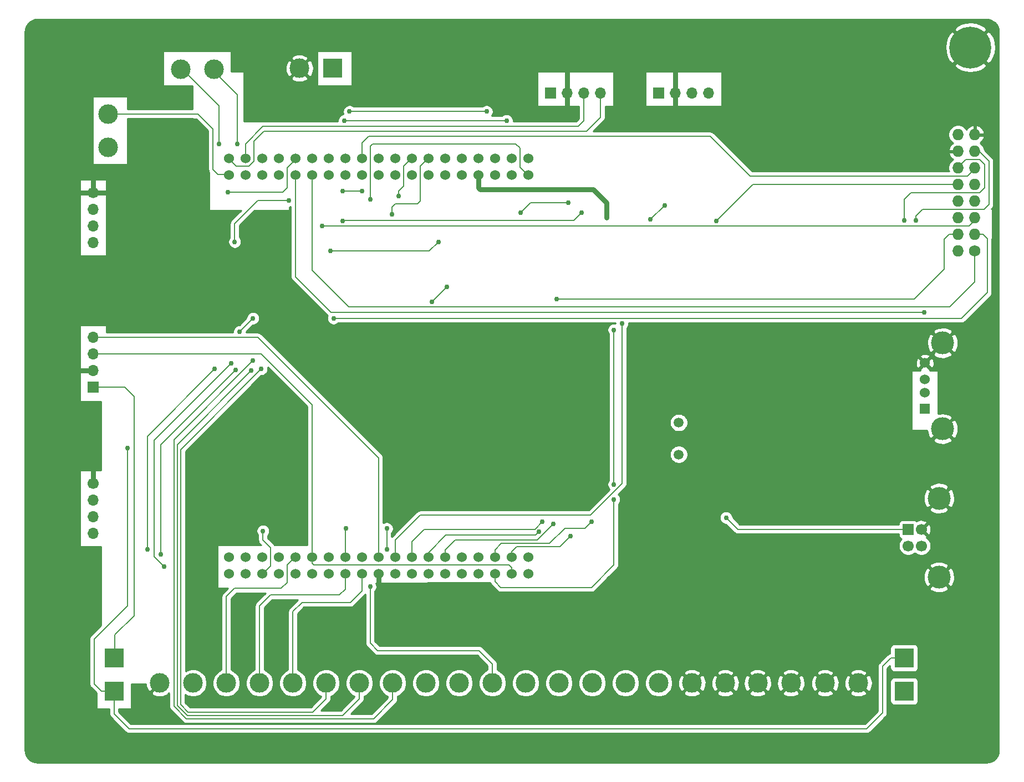
<source format=gbr>
%TF.GenerationSoftware,KiCad,Pcbnew,5.99.0+really5.1.10+dfsg1-1*%
%TF.CreationDate,2022-01-03T15:11:42+11:00*%
%TF.ProjectId,els,656c732e-6b69-4636-9164-5f7063625858,v0.1*%
%TF.SameCoordinates,PX3938700PY8a48640*%
%TF.FileFunction,Copper,L2,Bot*%
%TF.FilePolarity,Positive*%
%FSLAX46Y46*%
G04 Gerber Fmt 4.6, Leading zero omitted, Abs format (unit mm)*
G04 Created by KiCad (PCBNEW 5.99.0+really5.1.10+dfsg1-1) date 2022-01-03 15:11:42*
%MOMM*%
%LPD*%
G01*
G04 APERTURE LIST*
%TA.AperFunction,ComponentPad*%
%ADD10C,3.000000*%
%TD*%
%TA.AperFunction,ComponentPad*%
%ADD11R,3.000000X3.000000*%
%TD*%
%TA.AperFunction,ComponentPad*%
%ADD12C,1.530000*%
%TD*%
%TA.AperFunction,ComponentPad*%
%ADD13C,6.400000*%
%TD*%
%TA.AperFunction,ComponentPad*%
%ADD14C,1.524000*%
%TD*%
%TA.AperFunction,ComponentPad*%
%ADD15R,1.524000X1.524000*%
%TD*%
%TA.AperFunction,ComponentPad*%
%ADD16C,3.500000*%
%TD*%
%TA.AperFunction,ComponentPad*%
%ADD17C,1.500000*%
%TD*%
%TA.AperFunction,ComponentPad*%
%ADD18C,1.700000*%
%TD*%
%TA.AperFunction,ComponentPad*%
%ADD19R,1.700000X1.700000*%
%TD*%
%TA.AperFunction,ComponentPad*%
%ADD20O,1.700000X1.700000*%
%TD*%
%TA.AperFunction,ComponentPad*%
%ADD21O,1.727200X1.727200*%
%TD*%
%TA.AperFunction,ComponentPad*%
%ADD22C,1.727200*%
%TD*%
%TA.AperFunction,ViaPad*%
%ADD23C,0.762000*%
%TD*%
%TA.AperFunction,Conductor*%
%ADD24C,0.762000*%
%TD*%
%TA.AperFunction,Conductor*%
%ADD25C,0.203200*%
%TD*%
%TA.AperFunction,Conductor*%
%ADD26C,0.254000*%
%TD*%
%TA.AperFunction,Conductor*%
%ADD27C,0.050000*%
%TD*%
G04 APERTURE END LIST*
D10*
%TO.P,J20,2*%
%TO.N,GND*%
X97480000Y7840000D03*
%TO.P,J20,1*%
X102560000Y7840000D03*
%TD*%
%TO.P,J20,1*%
%TO.N,GND*%
X112593000Y7840000D03*
%TO.P,J20,2*%
X107513000Y7840000D03*
%TD*%
D11*
%TO.P,J22,2*%
%TO.N,+5V*%
X42616000Y101820000D03*
D10*
%TO.P,J22,1*%
%TO.N,GND*%
X37536000Y101820000D03*
%TD*%
D12*
%TO.P,U1,CN10_38*%
%TO.N,N/C*%
X26750000Y24550000D03*
%TO.P,U1,CN10_36*%
X29290000Y24550000D03*
%TO.P,U1,CN10_35*%
%TO.N,PA2*%
X29290000Y27090000D03*
%TO.P,U1,CN10_34*%
%TO.N,KP-CLK*%
X31830000Y24550000D03*
%TO.P,U1,CN10_33*%
%TO.N,USART1-RX*%
X31830000Y27090000D03*
%TO.P,U1,CN10_32*%
%TO.N,Net-(U1-PadCN10_32)*%
X34370000Y24550000D03*
%TO.P,U1,CN10_31*%
%TO.N,S-ENC-B*%
X34370000Y27090000D03*
%TO.P,U1,CN10_30*%
%TO.N,Z-ENA*%
X36910000Y24550000D03*
%TO.P,U1,CN10_29*%
%TO.N,PB5*%
X36910000Y27090000D03*
%TO.P,U1,CN10_28*%
%TO.N,Z-DIR*%
X39450000Y24550000D03*
%TO.P,U1,CN10_27*%
%TO.N,S-ENC-A*%
X39450000Y27090000D03*
%TO.P,U1,CN10_26*%
%TO.N,Z-PUL*%
X41990000Y24550000D03*
%TO.P,U1,CN10_25*%
%TO.N,SCL2*%
X41990000Y27090000D03*
%TO.P,U1,CN10_24*%
%TO.N,PB1*%
X44530000Y24550000D03*
%TO.P,U1,CN10_23*%
%TO.N,PA8*%
X44530000Y27090000D03*
%TO.P,U1,CN10_22*%
%TO.N,PB2*%
X47070000Y24550000D03*
%TO.P,U1,CN10_21*%
%TO.N,USART1-TX*%
X47070000Y27090000D03*
%TO.P,U1,CN10_20*%
%TO.N,GND*%
X49610000Y24550000D03*
%TO.P,U1,CN10_19*%
%TO.N,S-ENC-B*%
X49610000Y27090000D03*
%TO.P,U1,CN10_18*%
%TO.N,N/C*%
X52150000Y24550000D03*
%TO.P,U1,CN10_17*%
%TO.N,LCD-WR*%
X52150000Y27090000D03*
%TO.P,U1,CN10_16*%
%TO.N,PB12*%
X54690000Y24550000D03*
%TO.P,U1,CN10_15*%
%TO.N,PA7*%
X54690000Y27090000D03*
%TO.P,U1,CN10_14*%
%TO.N,PA11*%
X57230000Y24550000D03*
%TO.P,U1,CN10_13*%
%TO.N,PA6*%
X57230000Y27090000D03*
%TO.P,U1,CN10_12*%
%TO.N,PA12*%
X59770000Y24550000D03*
%TO.P,U1,CN10_11*%
%TO.N,PA5*%
X59770000Y27090000D03*
%TO.P,U1,CN10_10*%
%TO.N,N/C*%
X62310000Y24550000D03*
%TO.P,U1,CN10_9*%
%TO.N,GND*%
X62310000Y27090000D03*
%TO.P,U1,CN10_8*%
%TO.N,Net-(U1-PadCN10_8)*%
X64850000Y24550000D03*
%TO.P,U1,CN10_7*%
%TO.N,Net-(U1-PadCN10_7)*%
X64850000Y27090000D03*
%TO.P,U1,CN10_6*%
%TO.N,KP-DATA*%
X67390000Y24550000D03*
%TO.P,U1,CN10_5*%
%TO.N,LCD-RST*%
X67390000Y27090000D03*
%TO.P,U1,CN10_4*%
%TO.N,S-ENC-A*%
X69930000Y24550000D03*
%TO.P,U1,CN10_3*%
%TO.N,LCD-CS*%
X69930000Y27090000D03*
%TO.P,U1,CN10_2*%
%TO.N,PC8*%
X72470000Y24550000D03*
%TO.P,U1,CN10_37*%
%TO.N,PA3*%
X26750000Y27090000D03*
%TO.P,U1,CN10_1*%
%TO.N,PC9*%
X72470000Y27090000D03*
%TO.P,U1,CN7_38*%
%TO.N,PC0*%
X26750000Y85510000D03*
%TO.P,U1,CN7_36*%
%TO.N,PC1*%
X29290000Y85510000D03*
%TO.P,U1,CN7_35*%
%TO.N,I-ENC-A*%
X29290000Y88050000D03*
%TO.P,U1,CN7_34*%
%TO.N,LCD-RD*%
X31830000Y85510000D03*
%TO.P,U1,CN7_33*%
%TO.N,Net-(U1-PadCN7_33)*%
X31830000Y88050000D03*
%TO.P,U1,CN7_32*%
%TO.N,PA4*%
X34370000Y85510000D03*
%TO.P,U1,CN7_31*%
%TO.N,PH1*%
X34370000Y88050000D03*
%TO.P,U1,CN7_30*%
%TO.N,PA1*%
X36910000Y85510000D03*
%TO.P,U1,CN7_29*%
%TO.N,PH0*%
X36910000Y88050000D03*
%TO.P,U1,CN7_28*%
%TO.N,PA0*%
X39450000Y85510000D03*
%TO.P,U1,CN7_27*%
%TO.N,X-PUL*%
X39450000Y88050000D03*
%TO.P,U1,CN7_26*%
%TO.N,N/C*%
X41990000Y85510000D03*
%TO.P,U1,CN7_25*%
%TO.N,X-DIR*%
X41990000Y88050000D03*
%TO.P,U1,CN7_24*%
%TO.N,Net-(U1-PadCN7_24)*%
X44530000Y85510000D03*
%TO.P,U1,CN7_23*%
%TO.N,X-ENA*%
X44530000Y88050000D03*
%TO.P,U1,CN7_22*%
%TO.N,GND*%
X47070000Y85510000D03*
%TO.P,U1,CN7_21*%
%TO.N,LCD-RS*%
X47070000Y88050000D03*
%TO.P,U1,CN7_20*%
%TO.N,GND*%
X49610000Y85510000D03*
%TO.P,U1,CN7_19*%
X49610000Y88050000D03*
%TO.P,U1,CN7_18*%
%TO.N,+5V*%
X52150000Y85510000D03*
%TO.P,U1,CN7_17*%
%TO.N,PA15*%
X52150000Y88050000D03*
%TO.P,U1,CN7_16*%
%TO.N,+3V3*%
X54690000Y85510000D03*
%TO.P,U1,CN7_15*%
%TO.N,PA14*%
X54690000Y88050000D03*
%TO.P,U1,CN7_14*%
%TO.N,Net-(U1-PadCN7_14)*%
X57230000Y85510000D03*
%TO.P,U1,CN7_13*%
%TO.N,PA13*%
X57230000Y88050000D03*
%TO.P,U1,CN7_12*%
%TO.N,Net-(U1-PadCN7_12)*%
X59770000Y85510000D03*
%TO.P,U1,CN7_11*%
%TO.N,N/C*%
X59770000Y88050000D03*
%TO.P,U1,CN7_10*%
X62310000Y85510000D03*
%TO.P,U1,CN7_9*%
X62310000Y88050000D03*
%TO.P,U1,CN7_8*%
%TO.N,GND*%
X64850000Y85510000D03*
%TO.P,U1,CN7_7*%
%TO.N,Net-(U1-PadCN7_7)*%
X64850000Y88050000D03*
%TO.P,U1,CN7_6*%
%TO.N,Net-(U1-PadCN7_6)*%
X67390000Y85510000D03*
%TO.P,U1,CN7_5*%
%TO.N,Net-(U1-PadCN7_5)*%
X67390000Y88050000D03*
%TO.P,U1,CN7_4*%
%TO.N,PD2*%
X69930000Y85510000D03*
%TO.P,U1,CN7_3*%
%TO.N,SDA2*%
X69930000Y88050000D03*
%TO.P,U1,CN7_2*%
%TO.N,PC11*%
X72470000Y85510000D03*
%TO.P,U1,CN7_37*%
%TO.N,I-ENC-B*%
X26750000Y88050000D03*
%TO.P,U1,CN7_1*%
%TO.N,PC10*%
X72470000Y88050000D03*
%TD*%
D13*
%TO.P,REF\u002A\u002A,1*%
%TO.N,GND*%
X0Y0D03*
%TD*%
%TO.P,REF\u002A\u002A,1*%
%TO.N,GND*%
X140000000Y0D03*
%TD*%
%TO.P,REF\u002A\u002A,1*%
%TO.N,GND*%
X140000000Y105000000D03*
%TD*%
%TO.P,REF\u002A\u002A,1*%
%TO.N,GND*%
X0Y105000000D03*
%TD*%
D11*
%TO.P,J21,2*%
%TO.N,+5V*%
X9215000Y11650000D03*
%TO.P,J21,1*%
%TO.N,+3V3*%
X9215000Y6570000D03*
%TD*%
D10*
%TO.P,J20,2*%
%TO.N,GND*%
X117800000Y7840000D03*
%TO.P,J20,1*%
X122880000Y7840000D03*
%TD*%
D14*
%TO.P,J19,4*%
%TO.N,GND*%
X133040000Y56750000D03*
%TO.P,J19,3*%
%TO.N,DP1*%
X133040000Y54250000D03*
%TO.P,J19,2*%
%TO.N,DM1*%
X133040000Y52250000D03*
D15*
%TO.P,J19,1*%
%TO.N,+5V*%
X133040000Y49750000D03*
D16*
%TO.P,J19,5*%
%TO.N,GND*%
X135750000Y46680000D03*
X135750000Y59820000D03*
%TD*%
D17*
%TO.P,Y1,2*%
%TO.N,Net-(C12-Pad1)*%
X95448000Y47645000D03*
%TO.P,Y1,1*%
%TO.N,Net-(C11-Pad1)*%
X95448000Y42765000D03*
%TD*%
D16*
%TO.P,J18,5*%
%TO.N,GND*%
X135210000Y24030000D03*
X135210000Y36070000D03*
D18*
%TO.P,J18,4*%
X132500000Y31300000D03*
%TO.P,J18,3*%
%TO.N,DP0*%
X132500000Y28800000D03*
%TO.P,J18,2*%
%TO.N,DM0*%
X130500000Y28800000D03*
D19*
%TO.P,J18,1*%
%TO.N,+5V*%
X130500000Y31300000D03*
%TD*%
D20*
%TO.P,J17,4*%
%TO.N,X-PUL*%
X6040000Y75150000D03*
%TO.P,J17,3*%
%TO.N,X-DIR*%
X6040000Y77690000D03*
%TO.P,J17,2*%
%TO.N,X-ENA*%
X6040000Y80230000D03*
D18*
%TO.P,J17,1*%
%TO.N,GND*%
X6040000Y82770000D03*
%TD*%
D20*
%TO.P,J16,4*%
%TO.N,Z-PUL*%
X6040000Y30700000D03*
%TO.P,J16,3*%
%TO.N,Z-DIR*%
X6040000Y33240000D03*
%TO.P,J16,2*%
%TO.N,Z-ENA*%
X6040000Y35780000D03*
D18*
%TO.P,J16,1*%
%TO.N,GND*%
X6040000Y38320000D03*
%TD*%
D20*
%TO.P,J15,4*%
%TO.N,S-ENC-B*%
X6040000Y60672000D03*
%TO.P,J15,3*%
%TO.N,S-ENC-A*%
X6040000Y58132000D03*
%TO.P,J15,2*%
%TO.N,GND*%
X6040000Y55592000D03*
D19*
%TO.P,J15,1*%
%TO.N,+5V*%
X6040000Y53052000D03*
%TD*%
D20*
%TO.P,J14,4*%
%TO.N,I-ENC-B*%
X83510000Y98010000D03*
%TO.P,J14,3*%
%TO.N,I-ENC-A*%
X80970000Y98010000D03*
%TO.P,J14,2*%
%TO.N,GND*%
X78430000Y98010000D03*
D19*
%TO.P,J14,1*%
%TO.N,+5V*%
X75890000Y98010000D03*
%TD*%
D20*
%TO.P,J13,4*%
%TO.N,KP-DATA*%
X100020000Y98010000D03*
%TO.P,J13,3*%
%TO.N,KP-CLK*%
X97480000Y98010000D03*
%TO.P,J13,2*%
%TO.N,GND*%
X94940000Y98010000D03*
D19*
%TO.P,J13,1*%
%TO.N,+5V*%
X92400000Y98010000D03*
%TD*%
D21*
%TO.P,J12,16*%
%TO.N,+5V*%
X138120000Y91660000D03*
%TO.P,J12,15*%
%TO.N,GND*%
X140660000Y91660000D03*
%TO.P,J12,14*%
X138120000Y89120000D03*
%TO.P,J12,13*%
%TO.N,LCD-RST*%
X140660000Y89120000D03*
%TO.P,J12,12*%
%TO.N,LCD-CS*%
X138120000Y86580000D03*
%TO.P,J12,11*%
%TO.N,LCD-RS*%
X140660000Y86580000D03*
%TO.P,J12,10*%
%TO.N,LCD-WR*%
X138120000Y84040000D03*
%TO.P,J12,9*%
%TO.N,LCD-RD*%
X140660000Y84040000D03*
%TO.P,J12,8*%
%TO.N,PA7*%
X138120000Y81500000D03*
%TO.P,J12,7*%
%TO.N,PA6*%
X140660000Y81500000D03*
%TO.P,J12,6*%
%TO.N,PA5*%
X138120000Y78960000D03*
%TO.P,J12,5*%
%TO.N,PA4*%
X140660000Y78960000D03*
%TO.P,J12,4*%
%TO.N,PA3*%
X138120000Y76420000D03*
%TO.P,J12,3*%
%TO.N,PA2*%
X140660000Y76420000D03*
%TO.P,J12,2*%
%TO.N,PA1*%
X138120000Y73880000D03*
D22*
%TO.P,J12,1*%
%TO.N,PA0*%
X140660000Y73880000D03*
%TD*%
D11*
%TO.P,J11,2*%
%TO.N,+5V*%
X129865000Y6570000D03*
%TO.P,J11,1*%
%TO.N,+3V3*%
X129865000Y11650000D03*
%TD*%
D10*
%TO.P,J10,2*%
%TO.N,GND*%
X16200000Y7840000D03*
%TO.P,J10,1*%
%TO.N,PB12*%
X21280000Y7840000D03*
%TD*%
%TO.P,J9,2*%
%TO.N,PB5*%
X26360000Y7840000D03*
%TO.P,J9,1*%
%TO.N,PB1*%
X31440000Y7840000D03*
%TD*%
%TO.P,J8,2*%
%TO.N,PB2*%
X36520000Y7840000D03*
%TO.P,J8,1*%
%TO.N,PA15*%
X41600000Y7840000D03*
%TD*%
%TO.P,J7,2*%
%TO.N,PA14*%
X46680000Y7840000D03*
%TO.P,J7,1*%
%TO.N,PA13*%
X51760000Y7840000D03*
%TD*%
%TO.P,J6,2*%
%TO.N,PA11*%
X56840000Y7840000D03*
%TO.P,J6,1*%
%TO.N,PA12*%
X61920000Y7840000D03*
%TD*%
%TO.P,J5,2*%
%TO.N,PA8*%
X67000000Y7840000D03*
%TO.P,J5,1*%
%TO.N,PC11*%
X72080000Y7840000D03*
%TD*%
%TO.P,J4,2*%
%TO.N,PC10*%
X77160000Y7840000D03*
%TO.P,J4,1*%
%TO.N,PC9*%
X82240000Y7840000D03*
%TD*%
%TO.P,J3,2*%
%TO.N,PC8*%
X87320000Y7840000D03*
%TO.P,J3,1*%
%TO.N,PC1*%
X92400000Y7840000D03*
%TD*%
%TO.P,J2,2*%
%TO.N,PC0*%
X8326000Y94835000D03*
%TO.P,J2,1*%
%TO.N,PD2*%
X8326000Y89755000D03*
%TD*%
%TO.P,J1,2*%
%TO.N,PH1*%
X24455000Y101693000D03*
%TO.P,J1,1*%
%TO.N,PH0*%
X19375000Y101693000D03*
%TD*%
D23*
%TO.N,GND*%
X71572000Y59402000D03*
X84399000Y78960000D03*
X63698000Y20413000D03*
X120340000Y45686000D03*
%TO.N,+3V3*%
X11247000Y43781000D03*
X28392000Y61561000D03*
X42235000Y73880000D03*
X58745000Y75277000D03*
X30424000Y63593000D03*
%TO.N,+5V*%
X27630000Y75277000D03*
X35885000Y81627000D03*
X44140000Y83024000D03*
X47061000Y83024000D03*
X102687000Y33113000D03*
%TO.N,PH1*%
X28011000Y90263000D03*
%TO.N,PH0*%
X26614000Y82897000D03*
X25217000Y90263000D03*
%TO.N,PD2*%
X66111000Y95216000D03*
X45156000Y95216000D03*
%TO.N,PC1*%
X14295000Y28287000D03*
X24582000Y55846000D03*
%TO.N,PC10*%
X16835000Y25620000D03*
X27122000Y56735000D03*
X69159000Y93819000D03*
X44394000Y93819000D03*
%TO.N,PA8*%
X48331000Y22572000D03*
X50871000Y28287000D03*
X44648000Y31462000D03*
X50871000Y31462000D03*
%TO.N,PC11*%
X16327000Y27525000D03*
X27757000Y55719000D03*
X48331000Y81754000D03*
%TO.N,PA14*%
X30170000Y55592000D03*
X52649000Y82262000D03*
%TO.N,PA13*%
X30424000Y57116000D03*
X51633000Y79468000D03*
%TO.N,PA15*%
X31694000Y55846000D03*
%TO.N,LCD-RST*%
X131643000Y78579000D03*
X82113000Y32478000D03*
%TO.N,LCD-CS*%
X129865000Y78579000D03*
X78938000Y30319000D03*
%TO.N,LCD-WR*%
X101163000Y78452000D03*
X86812000Y62831000D03*
%TO.N,LCD-RD*%
X80589000Y79722000D03*
X44140000Y78452000D03*
%TO.N,KP-DATA*%
X93289000Y80865000D03*
X91130000Y78706000D03*
X85542000Y61815000D03*
X85542000Y38193000D03*
X85542000Y35907000D03*
%TO.N,KP-CLK*%
X78557000Y81246000D03*
X71318000Y79722000D03*
X60015000Y68419000D03*
X57729000Y66133000D03*
X31948000Y31081000D03*
%TO.N,PA7*%
X74620000Y32478000D03*
%TO.N,PA6*%
X74112000Y30954000D03*
%TO.N,PA5*%
X76334500Y32160500D03*
%TO.N,PA4*%
X40965000Y77690000D03*
%TO.N,PA3*%
X76779000Y66514000D03*
%TO.N,PA2*%
X42743000Y63593000D03*
%TO.N,PA1*%
X132913000Y64482000D03*
%TD*%
D24*
%TO.N,GND*%
X64850000Y85510000D02*
X64850000Y83650000D01*
X64850000Y85510000D02*
X64850000Y83523000D01*
X64850000Y83523000D02*
X65095000Y83278000D01*
X65095000Y83278000D02*
X82367000Y83278000D01*
X84399000Y81246000D02*
X84399000Y78960000D01*
X82367000Y83278000D02*
X84399000Y81246000D01*
X49610000Y24550000D02*
X49610000Y21819000D01*
X133040000Y56750000D02*
X133025000Y56750000D01*
X133040000Y56750000D02*
X133055000Y56750000D01*
X78430000Y98010000D02*
X78430000Y101820000D01*
X78430000Y98010000D02*
X78430000Y94835000D01*
X94940000Y98010000D02*
X94940000Y95470000D01*
X94940000Y98010000D02*
X94940000Y102455000D01*
X6040000Y55592000D02*
X1722000Y55592000D01*
X6040000Y38320000D02*
X6040000Y41495000D01*
X6040000Y82770000D02*
X9850000Y82770000D01*
X6040000Y82770000D02*
X3500000Y82770000D01*
X6040000Y82770000D02*
X6040000Y85310000D01*
D25*
%TO.N,+3V3*%
X129865000Y11650000D02*
X127833000Y11650000D01*
X127833000Y11650000D02*
X126563000Y10380000D01*
X126563000Y10380000D02*
X126563000Y3268000D01*
X126563000Y3268000D02*
X124150000Y855000D01*
X124150000Y855000D02*
X11501000Y855000D01*
X11501000Y855000D02*
X9215000Y3141000D01*
X9215000Y3141000D02*
X9215000Y6697000D01*
X7310000Y6570000D02*
X9215000Y6570000D01*
X6167000Y7713000D02*
X7310000Y6570000D01*
X6167000Y14571000D02*
X6167000Y7713000D01*
X11247000Y19651000D02*
X6167000Y14571000D01*
X11247000Y43781000D02*
X11247000Y19651000D01*
X57348000Y73880000D02*
X58745000Y75277000D01*
X42235000Y73880000D02*
X57348000Y73880000D01*
X28392000Y61561000D02*
X30424000Y63593000D01*
%TO.N,+5V*%
X6040000Y53052000D02*
X10866000Y53052000D01*
X10866000Y53052000D02*
X12263000Y51655000D01*
X12263000Y51655000D02*
X12263000Y18127000D01*
X12263000Y18127000D02*
X9342000Y15206000D01*
X9342000Y15206000D02*
X9342000Y11523000D01*
X27630000Y75277000D02*
X27630000Y78071000D01*
X31186000Y81627000D02*
X35885000Y81627000D01*
X27630000Y78071000D02*
X31186000Y81627000D01*
X44140000Y83024000D02*
X47061000Y83024000D01*
X130500000Y31335000D02*
X130500000Y31208000D01*
X104465000Y31335000D02*
X130500000Y31335000D01*
X102687000Y33113000D02*
X104465000Y31335000D01*
%TO.N,PH1*%
X24455000Y101312000D02*
X24455000Y101693000D01*
X28011000Y97756000D02*
X24455000Y101312000D01*
X28011000Y90263000D02*
X28011000Y97756000D01*
%TO.N,PH0*%
X26614000Y82897000D02*
X34996000Y82897000D01*
X34996000Y82897000D02*
X35504000Y83405000D01*
X35504000Y83405000D02*
X35631000Y83532000D01*
X35631000Y83532000D02*
X35631000Y86580000D01*
X35631000Y86580000D02*
X36901000Y87850000D01*
X19629000Y101693000D02*
X19375000Y101693000D01*
X25217000Y96105000D02*
X19629000Y101693000D01*
X25217000Y90263000D02*
X25217000Y96105000D01*
%TO.N,PC0*%
X8326000Y94835000D02*
X22042000Y94835000D01*
X22042000Y94835000D02*
X24328000Y92549000D01*
X24328000Y92549000D02*
X24328000Y86326000D01*
X24328000Y86326000D02*
X25090000Y85564000D01*
X25090000Y85564000D02*
X26741000Y85564000D01*
X26741000Y85564000D02*
X26741000Y85437000D01*
%TO.N,PD2*%
X45156000Y95216000D02*
X66111000Y95216000D01*
%TO.N,PC1*%
X14295000Y45559000D02*
X24582000Y55846000D01*
X14295000Y28287000D02*
X14295000Y45559000D01*
%TO.N,PC10*%
X16835000Y25620000D02*
X15311000Y27144000D01*
X15311000Y44924000D02*
X27122000Y56735000D01*
X15311000Y27144000D02*
X15311000Y44924000D01*
X44394000Y93819000D02*
X69159000Y93819000D01*
%TO.N,PA8*%
X44648000Y31462000D02*
X44521000Y31335000D01*
X44521000Y31335000D02*
X44521000Y27144000D01*
X44521000Y27144000D02*
X44521000Y27017000D01*
X49474000Y12793000D02*
X48331000Y13936000D01*
X64968000Y12793000D02*
X49474000Y12793000D01*
X48331000Y13936000D02*
X48331000Y22572000D01*
X67000000Y10761000D02*
X64968000Y12793000D01*
X67000000Y7840000D02*
X67000000Y10761000D01*
X50871000Y28287000D02*
X50871000Y31462000D01*
%TO.N,PC11*%
X16327000Y44289000D02*
X27757000Y55719000D01*
X16327000Y27525000D02*
X16327000Y44289000D01*
X48331000Y81754000D02*
X48331000Y89882000D01*
X48331000Y89882000D02*
X48712000Y90263000D01*
X48712000Y90263000D02*
X70556000Y90263000D01*
X70556000Y90263000D02*
X71191000Y89628000D01*
X71191000Y89628000D02*
X71191000Y86707000D01*
X71191000Y86707000D02*
X72461000Y85437000D01*
%TO.N,PA14*%
X46680000Y7840000D02*
X46680000Y7713000D01*
X18867000Y44289000D02*
X30170000Y55592000D01*
X20391000Y2887000D02*
X18867000Y4411000D01*
X18867000Y4411000D02*
X18867000Y44289000D01*
X44140000Y2887000D02*
X20391000Y2887000D01*
X46680000Y5427000D02*
X44140000Y2887000D01*
X46680000Y7840000D02*
X46680000Y5427000D01*
X53411000Y86834000D02*
X54681000Y88104000D01*
X53411000Y83786000D02*
X53411000Y86834000D01*
X52649000Y83024000D02*
X53411000Y83786000D01*
X52649000Y82262000D02*
X52649000Y83024000D01*
%TO.N,PA13*%
X51760000Y7840000D02*
X51760000Y5300000D01*
X51760000Y5300000D02*
X48839000Y2379000D01*
X48839000Y2379000D02*
X20264000Y2379000D01*
X20264000Y2379000D02*
X18359000Y4284000D01*
X18359000Y45051000D02*
X30424000Y57116000D01*
X18359000Y4284000D02*
X18359000Y45051000D01*
X51633000Y79468000D02*
X51633000Y80484000D01*
X51633000Y80484000D02*
X51633000Y80611000D01*
X51633000Y80611000D02*
X52141000Y81119000D01*
X52141000Y81119000D02*
X55570000Y81119000D01*
X55570000Y81119000D02*
X55951000Y81500000D01*
X55951000Y81500000D02*
X55951000Y86834000D01*
X55951000Y86834000D02*
X57094000Y87977000D01*
%TO.N,PB1*%
X31440000Y7840000D02*
X31440000Y19651000D01*
X31440000Y19651000D02*
X33091000Y21302000D01*
X33091000Y21302000D02*
X43632000Y21302000D01*
X43632000Y21302000D02*
X44521000Y22191000D01*
X44521000Y22191000D02*
X44521000Y24477000D01*
%TO.N,PA15*%
X19375000Y43527000D02*
X31694000Y55846000D01*
X19375000Y4538000D02*
X19375000Y43527000D01*
X39568000Y3395000D02*
X20518000Y3395000D01*
X41600000Y5427000D02*
X39568000Y3395000D01*
X20518000Y3395000D02*
X19375000Y4538000D01*
X41600000Y7840000D02*
X41600000Y5427000D01*
%TO.N,PB5*%
X26360000Y7840000D02*
X26360000Y21048000D01*
X26360000Y21048000D02*
X27630000Y22318000D01*
X27630000Y22318000D02*
X34742000Y22318000D01*
X34742000Y22318000D02*
X35631000Y23207000D01*
X35631000Y23207000D02*
X35631000Y25874000D01*
X35631000Y25874000D02*
X36901000Y27144000D01*
%TO.N,PB2*%
X36520000Y7840000D02*
X36520000Y18762000D01*
X36520000Y18762000D02*
X37917000Y20159000D01*
X37917000Y20159000D02*
X45283000Y20159000D01*
X45283000Y20159000D02*
X47061000Y21937000D01*
X47061000Y21937000D02*
X47061000Y24604000D01*
%TO.N,LCD-RST*%
X140660000Y89120000D02*
X141295000Y89120000D01*
X141295000Y89120000D02*
X142819000Y87596000D01*
X142819000Y87596000D02*
X142819000Y80992000D01*
X142819000Y80992000D02*
X142057000Y80230000D01*
X142057000Y80230000D02*
X132659000Y80230000D01*
X131643000Y79214000D02*
X131643000Y78579000D01*
X132659000Y80230000D02*
X131643000Y79214000D01*
X67381000Y28160000D02*
X67381000Y27144000D01*
X68371590Y29150590D02*
X67381000Y28160000D01*
X75737590Y29150590D02*
X68371590Y29150590D01*
X78049000Y31462000D02*
X75737590Y29150590D01*
X81097000Y31462000D02*
X78049000Y31462000D01*
X82113000Y32478000D02*
X81097000Y31462000D01*
%TO.N,LCD-CS*%
X138120000Y86580000D02*
X138120000Y86707000D01*
X138120000Y86707000D02*
X139263000Y87850000D01*
X139263000Y87850000D02*
X141422000Y87850000D01*
X141422000Y87850000D02*
X142184000Y87088000D01*
X142184000Y87088000D02*
X142184000Y83532000D01*
X142184000Y83532000D02*
X141422000Y82770000D01*
X141422000Y82770000D02*
X130881000Y82770000D01*
X129865000Y81754000D02*
X129865000Y78579000D01*
X130881000Y82770000D02*
X129865000Y81754000D01*
X69921000Y27906000D02*
X69921000Y27017000D01*
X70683000Y28668000D02*
X69921000Y27906000D01*
X77287000Y28668000D02*
X70683000Y28668000D01*
X69921000Y27017000D02*
X69921000Y26890000D01*
X78938000Y30319000D02*
X77287000Y28668000D01*
%TO.N,LCD-RS*%
X140660000Y86453000D02*
X139517000Y85310000D01*
X139517000Y85310000D02*
X106370000Y85310000D01*
X106370000Y85310000D02*
X100274000Y91406000D01*
X100274000Y91406000D02*
X48077000Y91406000D01*
X48077000Y91406000D02*
X47061000Y90390000D01*
X47061000Y90390000D02*
X47061000Y87977000D01*
%TO.N,LCD-WR*%
X106751000Y84040000D02*
X101163000Y78452000D01*
X138120000Y84040000D02*
X106751000Y84040000D01*
X86812000Y62831000D02*
X86812000Y38320000D01*
X86812000Y38320000D02*
X81986000Y33494000D01*
X81986000Y33494000D02*
X55951000Y33494000D01*
X55951000Y33494000D02*
X52141000Y29684000D01*
X52141000Y29684000D02*
X52141000Y27144000D01*
%TO.N,LCD-RD*%
X79446000Y78579000D02*
X80589000Y79722000D01*
X44267000Y78579000D02*
X79446000Y78579000D01*
X44140000Y78452000D02*
X44267000Y78579000D01*
%TO.N,KP-DATA*%
X91130000Y78706000D02*
X93289000Y80865000D01*
X85542000Y61815000D02*
X85542000Y38193000D01*
X85542000Y35907000D02*
X85542000Y25874000D01*
X85542000Y25874000D02*
X82113000Y22445000D01*
X82113000Y22445000D02*
X68270000Y22445000D01*
X68270000Y22445000D02*
X67381000Y23334000D01*
X67381000Y23334000D02*
X67381000Y24477000D01*
%TO.N,KP-CLK*%
X72842000Y81246000D02*
X71318000Y79722000D01*
X78557000Y81246000D02*
X72842000Y81246000D01*
X60015000Y68419000D02*
X57729000Y66133000D01*
X31948000Y31081000D02*
X31948000Y29684000D01*
X31948000Y29684000D02*
X33091000Y28541000D01*
X33091000Y28541000D02*
X33091000Y25747000D01*
X33091000Y25747000D02*
X31821000Y24477000D01*
%TO.N,I-ENC-B*%
X83510000Y98010000D02*
X83510000Y94327000D01*
X83510000Y94327000D02*
X81351000Y92168000D01*
X81351000Y92168000D02*
X32075000Y92168000D01*
X32075000Y92168000D02*
X30551000Y90644000D01*
X30551000Y90644000D02*
X30551000Y87596000D01*
X30551000Y87596000D02*
X29789000Y86834000D01*
X29789000Y86834000D02*
X27884000Y86834000D01*
X27884000Y86834000D02*
X26741000Y87977000D01*
%TO.N,I-ENC-A*%
X29281000Y88104000D02*
X29154000Y87977000D01*
X31948000Y92930000D02*
X29281000Y90263000D01*
X80081000Y92930000D02*
X31948000Y92930000D01*
X80970000Y93819000D02*
X80081000Y92930000D01*
X29281000Y90263000D02*
X29281000Y88104000D01*
X80970000Y98010000D02*
X80970000Y93819000D01*
%TO.N,S-ENC-B*%
X6040000Y60672000D02*
X31186000Y60672000D01*
X31186000Y60672000D02*
X49601000Y42257000D01*
X49601000Y42257000D02*
X49601000Y27017000D01*
%TO.N,S-ENC-A*%
X6040000Y58132000D02*
X31694000Y58132000D01*
X31694000Y58132000D02*
X39441000Y50385000D01*
X39441000Y50385000D02*
X39441000Y27144000D01*
X39450000Y27090000D02*
X39450000Y26119000D01*
X39450000Y26119000D02*
X39695000Y25874000D01*
X39695000Y25874000D02*
X69540000Y25874000D01*
X69540000Y25874000D02*
X69921000Y25493000D01*
X69921000Y25493000D02*
X69921000Y24477000D01*
%TO.N,PA7*%
X74620000Y32478000D02*
X73477000Y31335000D01*
X73477000Y31335000D02*
X56586000Y31335000D01*
X56586000Y31335000D02*
X54681000Y29430000D01*
X54681000Y29430000D02*
X54681000Y27271000D01*
X54681000Y27271000D02*
X54808000Y27144000D01*
%TO.N,PA6*%
X57230000Y27788000D02*
X57230000Y27090000D01*
X59888000Y30446000D02*
X57230000Y27788000D01*
X73604000Y30446000D02*
X59888000Y30446000D01*
X74112000Y30954000D02*
X73604000Y30446000D01*
%TO.N,PA5*%
X59761000Y28160000D02*
X59761000Y27271000D01*
X59761000Y27271000D02*
X59888000Y27144000D01*
X61285000Y29684000D02*
X59761000Y28160000D01*
X73858000Y29684000D02*
X61285000Y29684000D01*
X76334500Y32160500D02*
X73858000Y29684000D01*
%TO.N,PA4*%
X140660000Y78960000D02*
X140660000Y78579000D01*
X140660000Y78579000D02*
X139771000Y77690000D01*
X139771000Y77690000D02*
X40965000Y77690000D01*
%TO.N,PA3*%
X138120000Y76420000D02*
X138247000Y76293000D01*
X136723000Y76420000D02*
X138120000Y76420000D01*
X135961000Y75658000D02*
X136723000Y76420000D01*
X135961000Y71086000D02*
X135961000Y75658000D01*
X131389000Y66514000D02*
X135961000Y71086000D01*
X76779000Y66514000D02*
X131389000Y66514000D01*
%TO.N,PA2*%
X140660000Y76420000D02*
X140660000Y75912000D01*
X141930000Y76420000D02*
X140660000Y76420000D01*
X142565000Y75785000D02*
X141930000Y76420000D01*
X138628000Y63593000D02*
X142565000Y67530000D01*
X142565000Y67530000D02*
X142565000Y75785000D01*
X42743000Y63593000D02*
X138628000Y63593000D01*
%TO.N,PA1*%
X36910000Y85510000D02*
X36910000Y69934000D01*
X42362000Y64482000D02*
X132913000Y64482000D01*
X36910000Y69934000D02*
X42362000Y64482000D01*
%TO.N,PA0*%
X140660000Y73880000D02*
X140660000Y69181000D01*
X140660000Y69181000D02*
X136850000Y65371000D01*
X136850000Y65371000D02*
X45029000Y65371000D01*
X45029000Y65371000D02*
X39441000Y70959000D01*
X39441000Y70959000D02*
X39441000Y85437000D01*
%TD*%
D26*
%TO.N,GND*%
X142802545Y109249091D02*
X143153208Y109143220D01*
X143476625Y108971256D01*
X143760484Y108739746D01*
X143993965Y108457514D01*
X144168183Y108135305D01*
X144276502Y107785386D01*
X144318000Y107390557D01*
X144318001Y-2414711D01*
X144279091Y-2811545D01*
X144173220Y-3162206D01*
X144001257Y-3485623D01*
X143769748Y-3769482D01*
X143487514Y-4002965D01*
X143165304Y-4177184D01*
X142815385Y-4285502D01*
X142420557Y-4327000D01*
X-2436721Y-4327000D01*
X-2833545Y-4288091D01*
X-3184206Y-4182220D01*
X-3507623Y-4010257D01*
X-3791482Y-3778748D01*
X-4024965Y-3496514D01*
X-4199184Y-3174304D01*
X-4307502Y-2824385D01*
X-4320482Y-2700881D01*
X-2521276Y-2700881D01*
X-2161088Y-3190548D01*
X-1497118Y-3550849D01*
X-775615Y-3774694D01*
X-24305Y-3853480D01*
X727938Y-3784178D01*
X1452208Y-3569452D01*
X2120670Y-3217555D01*
X2161088Y-3190548D01*
X2521276Y-2700881D01*
X137478724Y-2700881D01*
X137838912Y-3190548D01*
X138502882Y-3550849D01*
X139224385Y-3774694D01*
X139975695Y-3853480D01*
X140727938Y-3784178D01*
X141452208Y-3569452D01*
X142120670Y-3217555D01*
X142161088Y-3190548D01*
X142521276Y-2700881D01*
X140000000Y-179605D01*
X137478724Y-2700881D01*
X2521276Y-2700881D01*
X0Y-179605D01*
X-2521276Y-2700881D01*
X-4320482Y-2700881D01*
X-4349000Y-2429557D01*
X-4349000Y24305D01*
X-3853480Y24305D01*
X-3784178Y-727938D01*
X-3569452Y-1452208D01*
X-3217555Y-2120670D01*
X-3190548Y-2161088D01*
X-2700881Y-2521276D01*
X-179605Y0D01*
X179605Y0D01*
X2700881Y-2521276D01*
X3190548Y-2161088D01*
X3550849Y-1497118D01*
X3774694Y-775615D01*
X3853480Y-24305D01*
X3849002Y24305D01*
X136146520Y24305D01*
X136215822Y-727938D01*
X136430548Y-1452208D01*
X136782445Y-2120670D01*
X136809452Y-2161088D01*
X137299119Y-2521276D01*
X139820395Y0D01*
X140179605Y0D01*
X142700881Y-2521276D01*
X143190548Y-2161088D01*
X143550849Y-1497118D01*
X143774694Y-775615D01*
X143853480Y-24305D01*
X143784178Y727938D01*
X143569452Y1452208D01*
X143217555Y2120670D01*
X143190548Y2161088D01*
X142700881Y2521276D01*
X140179605Y0D01*
X139820395Y0D01*
X137299119Y2521276D01*
X136809452Y2161088D01*
X136449151Y1497118D01*
X136225306Y775615D01*
X136146520Y24305D01*
X3849002Y24305D01*
X3784178Y727938D01*
X3569452Y1452208D01*
X3217555Y2120670D01*
X3190548Y2161088D01*
X2700881Y2521276D01*
X179605Y0D01*
X-179605Y0D01*
X-2700881Y2521276D01*
X-3190548Y2161088D01*
X-3550849Y1497118D01*
X-3774694Y775615D01*
X-3853480Y24305D01*
X-4349000Y24305D01*
X-4349000Y2700881D01*
X-2521276Y2700881D01*
X0Y179605D01*
X2521276Y2700881D01*
X2161088Y3190548D01*
X1497118Y3550849D01*
X775615Y3774694D01*
X24305Y3853480D01*
X-727938Y3784178D01*
X-1452208Y3569452D01*
X-2120670Y3217555D01*
X-2161088Y3190548D01*
X-2521276Y2700881D01*
X-4349000Y2700881D01*
X-4349000Y62450000D01*
X4008000Y62450000D01*
X4008000Y51020000D01*
X4010440Y50995224D01*
X4017667Y50971399D01*
X4029403Y50949443D01*
X4045197Y50930197D01*
X4064443Y50914403D01*
X4086399Y50902667D01*
X4110224Y50895440D01*
X4135000Y50893000D01*
X7183000Y50893000D01*
X7183000Y40352000D01*
X4135000Y40352000D01*
X4110224Y40349560D01*
X4086399Y40342333D01*
X4064443Y40330597D01*
X4045197Y40314803D01*
X4029403Y40295557D01*
X4017667Y40273601D01*
X4010440Y40249776D01*
X4008000Y40225000D01*
X4008000Y28795000D01*
X4010440Y28770224D01*
X4017667Y28746399D01*
X4029403Y28724443D01*
X4045197Y28705197D01*
X4064443Y28689403D01*
X4086399Y28677667D01*
X4110224Y28670440D01*
X4135000Y28668000D01*
X7183000Y28668000D01*
X7183000Y16628709D01*
X5671732Y15117441D01*
X5643625Y15094374D01*
X5551576Y14982212D01*
X5483178Y14854248D01*
X5441058Y14715398D01*
X5431645Y14619822D01*
X5426836Y14571000D01*
X5430400Y14534817D01*
X5430401Y7749193D01*
X5426836Y7713000D01*
X5432018Y7660395D01*
X5441059Y7568601D01*
X5483179Y7429751D01*
X5551577Y7301787D01*
X5643626Y7189625D01*
X5671732Y7166559D01*
X6548000Y6290290D01*
X6548000Y4030000D01*
X6550440Y4005224D01*
X6557667Y3981399D01*
X6569403Y3959443D01*
X6585197Y3940197D01*
X6604443Y3924403D01*
X6626399Y3912667D01*
X6650224Y3905440D01*
X6675000Y3903000D01*
X8478400Y3903000D01*
X8478400Y3177183D01*
X8474836Y3141000D01*
X8478400Y3104817D01*
X8478400Y3104815D01*
X8489058Y2996602D01*
X8531178Y2857752D01*
X8592727Y2742602D01*
X8599576Y2729788D01*
X8661088Y2654836D01*
X8691625Y2617626D01*
X8719732Y2594559D01*
X10954559Y359731D01*
X10977625Y331625D01*
X11089787Y239576D01*
X11217751Y171178D01*
X11356601Y129058D01*
X11464814Y118400D01*
X11464823Y118400D01*
X11500999Y114837D01*
X11537175Y118400D01*
X124113817Y118400D01*
X124150000Y114836D01*
X124186183Y118400D01*
X124186186Y118400D01*
X124294399Y129058D01*
X124433249Y171178D01*
X124561213Y239576D01*
X124673375Y331625D01*
X124696446Y359737D01*
X127037590Y2700881D01*
X137478724Y2700881D01*
X140000000Y179605D01*
X142521276Y2700881D01*
X142161088Y3190548D01*
X141497118Y3550849D01*
X140775615Y3774694D01*
X140024305Y3853480D01*
X139272062Y3784178D01*
X138547792Y3569452D01*
X137879330Y3217555D01*
X137838912Y3190548D01*
X137478724Y2700881D01*
X127037590Y2700881D01*
X127058263Y2721554D01*
X127086375Y2744625D01*
X127178424Y2856787D01*
X127246822Y2984751D01*
X127288942Y3123601D01*
X127299600Y3231814D01*
X127299600Y3231823D01*
X127303163Y3267999D01*
X127299600Y3304175D01*
X127299600Y8070000D01*
X127726928Y8070000D01*
X127726928Y5070000D01*
X127739188Y4945518D01*
X127775498Y4825820D01*
X127834463Y4715506D01*
X127913815Y4618815D01*
X128010506Y4539463D01*
X128120820Y4480498D01*
X128240518Y4444188D01*
X128365000Y4431928D01*
X131365000Y4431928D01*
X131489482Y4444188D01*
X131609180Y4480498D01*
X131719494Y4539463D01*
X131816185Y4618815D01*
X131895537Y4715506D01*
X131954502Y4825820D01*
X131990812Y4945518D01*
X132003072Y5070000D01*
X132003072Y8070000D01*
X131990812Y8194482D01*
X131954502Y8314180D01*
X131895537Y8424494D01*
X131816185Y8521185D01*
X131719494Y8600537D01*
X131609180Y8659502D01*
X131489482Y8695812D01*
X131365000Y8708072D01*
X128365000Y8708072D01*
X128240518Y8695812D01*
X128120820Y8659502D01*
X128010506Y8600537D01*
X127913815Y8521185D01*
X127834463Y8424494D01*
X127775498Y8314180D01*
X127739188Y8194482D01*
X127726928Y8070000D01*
X127299600Y8070000D01*
X127299600Y10074891D01*
X127726928Y10502218D01*
X127726928Y10150000D01*
X127739188Y10025518D01*
X127775498Y9905820D01*
X127834463Y9795506D01*
X127913815Y9698815D01*
X128010506Y9619463D01*
X128120820Y9560498D01*
X128240518Y9524188D01*
X128365000Y9511928D01*
X131365000Y9511928D01*
X131489482Y9524188D01*
X131609180Y9560498D01*
X131719494Y9619463D01*
X131816185Y9698815D01*
X131895537Y9795506D01*
X131954502Y9905820D01*
X131990812Y10025518D01*
X132003072Y10150000D01*
X132003072Y13150000D01*
X131990812Y13274482D01*
X131954502Y13394180D01*
X131895537Y13504494D01*
X131816185Y13601185D01*
X131719494Y13680537D01*
X131609180Y13739502D01*
X131489482Y13775812D01*
X131365000Y13788072D01*
X128365000Y13788072D01*
X128240518Y13775812D01*
X128120820Y13739502D01*
X128010506Y13680537D01*
X127913815Y13601185D01*
X127834463Y13504494D01*
X127775498Y13394180D01*
X127739188Y13274482D01*
X127726928Y13150000D01*
X127726928Y12379717D01*
X127688601Y12375942D01*
X127549751Y12333822D01*
X127421787Y12265424D01*
X127309625Y12173375D01*
X127286559Y12145269D01*
X126067732Y10926441D01*
X126039625Y10903374D01*
X125947576Y10791212D01*
X125879178Y10663248D01*
X125837058Y10524398D01*
X125826400Y10416186D01*
X125822836Y10380000D01*
X125826400Y10343817D01*
X125826401Y3573110D01*
X123844891Y1591600D01*
X11806110Y1591600D01*
X9951600Y3446109D01*
X9951600Y3903000D01*
X11755000Y3903000D01*
X11779776Y3905440D01*
X11803601Y3912667D01*
X11825557Y3924403D01*
X11844803Y3940197D01*
X11860597Y3959443D01*
X11872333Y3981399D01*
X11879560Y4005224D01*
X11882000Y4030000D01*
X11882000Y7713000D01*
X14065089Y7713000D01*
X14104666Y7379549D01*
X14234757Y6979617D01*
X14392786Y6683962D01*
X14708347Y6527952D01*
X15893395Y7713000D01*
X16280890Y7713000D01*
X16214143Y7646252D01*
X16200000Y7660395D01*
X14887952Y6348347D01*
X15043962Y6032786D01*
X15418745Y5841980D01*
X15823551Y5727956D01*
X16242824Y5695098D01*
X16660451Y5744666D01*
X17060383Y5874757D01*
X17356038Y6032786D01*
X17512047Y6348345D01*
X17622400Y6237992D01*
X17622400Y4320183D01*
X17618836Y4284000D01*
X17622400Y4247817D01*
X17622400Y4247815D01*
X17633058Y4139602D01*
X17675178Y4000752D01*
X17739099Y3881164D01*
X17743576Y3872788D01*
X17805088Y3797836D01*
X17835625Y3760626D01*
X17863732Y3737559D01*
X19717559Y1883731D01*
X19740625Y1855625D01*
X19852787Y1763576D01*
X19980751Y1695178D01*
X20119598Y1653059D01*
X20119601Y1653058D01*
X20264000Y1638836D01*
X20300186Y1642400D01*
X48802817Y1642400D01*
X48839000Y1638836D01*
X48875183Y1642400D01*
X48875186Y1642400D01*
X48983399Y1653058D01*
X49122249Y1695178D01*
X49250213Y1763576D01*
X49362375Y1855625D01*
X49385446Y1883737D01*
X52255269Y4753559D01*
X52283375Y4776625D01*
X52327542Y4830442D01*
X52375424Y4888787D01*
X52383355Y4903625D01*
X52443822Y5016751D01*
X52485942Y5155601D01*
X52496600Y5263814D01*
X52500164Y5300000D01*
X52496600Y5336186D01*
X52496600Y5834203D01*
X52771302Y5947988D01*
X53120983Y6181637D01*
X53418363Y6479017D01*
X53652012Y6828698D01*
X53812953Y7217244D01*
X53895000Y7629721D01*
X53895000Y8050279D01*
X54705000Y8050279D01*
X54705000Y7629721D01*
X54787047Y7217244D01*
X54947988Y6828698D01*
X55181637Y6479017D01*
X55479017Y6181637D01*
X55828698Y5947988D01*
X56217244Y5787047D01*
X56629721Y5705000D01*
X57050279Y5705000D01*
X57462756Y5787047D01*
X57851302Y5947988D01*
X58200983Y6181637D01*
X58498363Y6479017D01*
X58732012Y6828698D01*
X58892953Y7217244D01*
X58975000Y7629721D01*
X58975000Y8050279D01*
X59785000Y8050279D01*
X59785000Y7629721D01*
X59867047Y7217244D01*
X60027988Y6828698D01*
X60261637Y6479017D01*
X60559017Y6181637D01*
X60908698Y5947988D01*
X61297244Y5787047D01*
X61709721Y5705000D01*
X62130279Y5705000D01*
X62542756Y5787047D01*
X62931302Y5947988D01*
X63280983Y6181637D01*
X63578363Y6479017D01*
X63812012Y6828698D01*
X63972953Y7217244D01*
X64055000Y7629721D01*
X64055000Y8050279D01*
X63972953Y8462756D01*
X63812012Y8851302D01*
X63578363Y9200983D01*
X63280983Y9498363D01*
X62931302Y9732012D01*
X62542756Y9892953D01*
X62130279Y9975000D01*
X61709721Y9975000D01*
X61297244Y9892953D01*
X60908698Y9732012D01*
X60559017Y9498363D01*
X60261637Y9200983D01*
X60027988Y8851302D01*
X59867047Y8462756D01*
X59785000Y8050279D01*
X58975000Y8050279D01*
X58892953Y8462756D01*
X58732012Y8851302D01*
X58498363Y9200983D01*
X58200983Y9498363D01*
X57851302Y9732012D01*
X57462756Y9892953D01*
X57050279Y9975000D01*
X56629721Y9975000D01*
X56217244Y9892953D01*
X55828698Y9732012D01*
X55479017Y9498363D01*
X55181637Y9200983D01*
X54947988Y8851302D01*
X54787047Y8462756D01*
X54705000Y8050279D01*
X53895000Y8050279D01*
X53812953Y8462756D01*
X53652012Y8851302D01*
X53418363Y9200983D01*
X53120983Y9498363D01*
X52771302Y9732012D01*
X52382756Y9892953D01*
X51970279Y9975000D01*
X51549721Y9975000D01*
X51137244Y9892953D01*
X50748698Y9732012D01*
X50399017Y9498363D01*
X50101637Y9200983D01*
X49867988Y8851302D01*
X49707047Y8462756D01*
X49625000Y8050279D01*
X49625000Y7629721D01*
X49707047Y7217244D01*
X49867988Y6828698D01*
X50101637Y6479017D01*
X50399017Y6181637D01*
X50748698Y5947988D01*
X51023401Y5834202D01*
X51023401Y5605111D01*
X48533891Y3115600D01*
X45410309Y3115600D01*
X47175263Y4880554D01*
X47203375Y4903625D01*
X47295424Y5015787D01*
X47363822Y5143751D01*
X47405942Y5282601D01*
X47416600Y5390814D01*
X47416600Y5390823D01*
X47420163Y5426999D01*
X47416600Y5463175D01*
X47416600Y5834203D01*
X47691302Y5947988D01*
X48040983Y6181637D01*
X48338363Y6479017D01*
X48572012Y6828698D01*
X48732953Y7217244D01*
X48815000Y7629721D01*
X48815000Y8050279D01*
X48732953Y8462756D01*
X48572012Y8851302D01*
X48338363Y9200983D01*
X48040983Y9498363D01*
X47691302Y9732012D01*
X47302756Y9892953D01*
X46890279Y9975000D01*
X46469721Y9975000D01*
X46057244Y9892953D01*
X45668698Y9732012D01*
X45319017Y9498363D01*
X45021637Y9200983D01*
X44787988Y8851302D01*
X44627047Y8462756D01*
X44545000Y8050279D01*
X44545000Y7629721D01*
X44627047Y7217244D01*
X44787988Y6828698D01*
X45021637Y6479017D01*
X45319017Y6181637D01*
X45668698Y5947988D01*
X45943401Y5834202D01*
X45943401Y5732110D01*
X43834891Y3623600D01*
X40838309Y3623600D01*
X42095269Y4880559D01*
X42123375Y4903625D01*
X42167542Y4957442D01*
X42215424Y5015787D01*
X42244401Y5070000D01*
X42283822Y5143751D01*
X42325942Y5282601D01*
X42336600Y5390814D01*
X42340164Y5427000D01*
X42336600Y5463186D01*
X42336600Y5834203D01*
X42611302Y5947988D01*
X42960983Y6181637D01*
X43258363Y6479017D01*
X43492012Y6828698D01*
X43652953Y7217244D01*
X43735000Y7629721D01*
X43735000Y8050279D01*
X43652953Y8462756D01*
X43492012Y8851302D01*
X43258363Y9200983D01*
X42960983Y9498363D01*
X42611302Y9732012D01*
X42222756Y9892953D01*
X41810279Y9975000D01*
X41389721Y9975000D01*
X40977244Y9892953D01*
X40588698Y9732012D01*
X40239017Y9498363D01*
X39941637Y9200983D01*
X39707988Y8851302D01*
X39547047Y8462756D01*
X39465000Y8050279D01*
X39465000Y7629721D01*
X39547047Y7217244D01*
X39707988Y6828698D01*
X39941637Y6479017D01*
X40239017Y6181637D01*
X40588698Y5947988D01*
X40863401Y5834202D01*
X40863401Y5732111D01*
X39262891Y4131600D01*
X20823110Y4131600D01*
X20111600Y4843109D01*
X20111600Y6052957D01*
X20268698Y5947988D01*
X20657244Y5787047D01*
X21069721Y5705000D01*
X21490279Y5705000D01*
X21902756Y5787047D01*
X22291302Y5947988D01*
X22640983Y6181637D01*
X22938363Y6479017D01*
X23172012Y6828698D01*
X23332953Y7217244D01*
X23415000Y7629721D01*
X23415000Y8050279D01*
X23332953Y8462756D01*
X23172012Y8851302D01*
X22938363Y9200983D01*
X22640983Y9498363D01*
X22291302Y9732012D01*
X21902756Y9892953D01*
X21490279Y9975000D01*
X21069721Y9975000D01*
X20657244Y9892953D01*
X20268698Y9732012D01*
X20137000Y9644014D01*
X20137000Y43247291D01*
X31719710Y54830000D01*
X31794067Y54830000D01*
X31990356Y54869044D01*
X32175256Y54945632D01*
X32341662Y55056821D01*
X32483179Y55198338D01*
X32594368Y55364744D01*
X32670956Y55549644D01*
X32710000Y55745933D01*
X32710000Y55946067D01*
X32678162Y56106129D01*
X38704400Y50079891D01*
X38704401Y28922000D01*
X33722573Y28922000D01*
X33706424Y28952213D01*
X33662125Y29006191D01*
X33637442Y29036268D01*
X33637437Y29036273D01*
X33614374Y29064375D01*
X33586273Y29087437D01*
X32684600Y29989109D01*
X32684600Y30380759D01*
X32737179Y30433338D01*
X32848368Y30599744D01*
X32924956Y30784644D01*
X32964000Y30980933D01*
X32964000Y31181067D01*
X32924956Y31377356D01*
X32848368Y31562256D01*
X32737179Y31728662D01*
X32595662Y31870179D01*
X32429256Y31981368D01*
X32244356Y32057956D01*
X32048067Y32097000D01*
X31847933Y32097000D01*
X31651644Y32057956D01*
X31466744Y31981368D01*
X31300338Y31870179D01*
X31158821Y31728662D01*
X31047632Y31562256D01*
X30971044Y31377356D01*
X30932000Y31181067D01*
X30932000Y30980933D01*
X30971044Y30784644D01*
X31047632Y30599744D01*
X31158821Y30433338D01*
X31211401Y30380758D01*
X31211401Y29720193D01*
X31207836Y29684000D01*
X31218632Y29574399D01*
X31222059Y29539601D01*
X31264179Y29400751D01*
X31273010Y29384229D01*
X31332576Y29272788D01*
X31380460Y29214442D01*
X31424626Y29160625D01*
X31452732Y29137559D01*
X31668291Y28922000D01*
X25090000Y28922000D01*
X25065224Y28919560D01*
X25041399Y28912333D01*
X25019443Y28900597D01*
X25000197Y28884803D01*
X24984403Y28865557D01*
X24972667Y28843601D01*
X24965440Y28819776D01*
X24963000Y28795000D01*
X24963000Y22445000D01*
X24965440Y22420224D01*
X24972667Y22396399D01*
X24984403Y22374443D01*
X25000197Y22355197D01*
X25019443Y22339403D01*
X25041399Y22327667D01*
X25065224Y22320440D01*
X25090000Y22318000D01*
X26588290Y22318000D01*
X25864732Y21594441D01*
X25836626Y21571375D01*
X25813560Y21543269D01*
X25813558Y21543267D01*
X25744576Y21459212D01*
X25676178Y21331247D01*
X25634059Y21192398D01*
X25619836Y21048000D01*
X25623401Y21011807D01*
X25623400Y9845797D01*
X25348698Y9732012D01*
X24999017Y9498363D01*
X24701637Y9200983D01*
X24467988Y8851302D01*
X24307047Y8462756D01*
X24225000Y8050279D01*
X24225000Y7629721D01*
X24307047Y7217244D01*
X24467988Y6828698D01*
X24701637Y6479017D01*
X24999017Y6181637D01*
X25348698Y5947988D01*
X25737244Y5787047D01*
X26149721Y5705000D01*
X26570279Y5705000D01*
X26982756Y5787047D01*
X27371302Y5947988D01*
X27720983Y6181637D01*
X28018363Y6479017D01*
X28252012Y6828698D01*
X28412953Y7217244D01*
X28495000Y7629721D01*
X28495000Y8050279D01*
X28412953Y8462756D01*
X28252012Y8851302D01*
X28018363Y9200983D01*
X27720983Y9498363D01*
X27371302Y9732012D01*
X27096600Y9845797D01*
X27096600Y20742891D01*
X27935110Y21581400D01*
X32328690Y21581400D01*
X30944733Y20197442D01*
X30916626Y20174375D01*
X30893560Y20146269D01*
X30893558Y20146267D01*
X30824576Y20062212D01*
X30756178Y19934247D01*
X30714059Y19795398D01*
X30699836Y19651000D01*
X30703401Y19614807D01*
X30703400Y9845797D01*
X30428698Y9732012D01*
X30079017Y9498363D01*
X29781637Y9200983D01*
X29547988Y8851302D01*
X29387047Y8462756D01*
X29305000Y8050279D01*
X29305000Y7629721D01*
X29387047Y7217244D01*
X29547988Y6828698D01*
X29781637Y6479017D01*
X30079017Y6181637D01*
X30428698Y5947988D01*
X30817244Y5787047D01*
X31229721Y5705000D01*
X31650279Y5705000D01*
X32062756Y5787047D01*
X32451302Y5947988D01*
X32800983Y6181637D01*
X33098363Y6479017D01*
X33332012Y6828698D01*
X33492953Y7217244D01*
X33575000Y7629721D01*
X33575000Y8050279D01*
X33492953Y8462756D01*
X33332012Y8851302D01*
X33098363Y9200983D01*
X32800983Y9498363D01*
X32451302Y9732012D01*
X32176600Y9845797D01*
X32176600Y19345891D01*
X33396110Y20565400D01*
X37281691Y20565400D01*
X36024732Y19308441D01*
X35996626Y19285375D01*
X35973560Y19257269D01*
X35973558Y19257267D01*
X35904576Y19173212D01*
X35836178Y19045247D01*
X35812496Y18967178D01*
X35799720Y18925059D01*
X35794059Y18906398D01*
X35779836Y18762000D01*
X35783401Y18725807D01*
X35783400Y9845797D01*
X35508698Y9732012D01*
X35159017Y9498363D01*
X34861637Y9200983D01*
X34627988Y8851302D01*
X34467047Y8462756D01*
X34385000Y8050279D01*
X34385000Y7629721D01*
X34467047Y7217244D01*
X34627988Y6828698D01*
X34861637Y6479017D01*
X35159017Y6181637D01*
X35508698Y5947988D01*
X35897244Y5787047D01*
X36309721Y5705000D01*
X36730279Y5705000D01*
X37142756Y5787047D01*
X37531302Y5947988D01*
X37880983Y6181637D01*
X38178363Y6479017D01*
X38412012Y6828698D01*
X38572953Y7217244D01*
X38655000Y7629721D01*
X38655000Y8050279D01*
X38572953Y8462756D01*
X38412012Y8851302D01*
X38178363Y9200983D01*
X37880983Y9498363D01*
X37531302Y9732012D01*
X37256600Y9845797D01*
X37256600Y18456891D01*
X38222109Y19422400D01*
X45246817Y19422400D01*
X45283000Y19418836D01*
X45319183Y19422400D01*
X45319186Y19422400D01*
X45427399Y19433058D01*
X45566249Y19475178D01*
X45694213Y19543576D01*
X45806375Y19635625D01*
X45829445Y19663736D01*
X47556273Y21390563D01*
X47584374Y21413625D01*
X47594401Y21425843D01*
X47594400Y13972183D01*
X47590836Y13936000D01*
X47594400Y13899817D01*
X47594400Y13899815D01*
X47605058Y13791602D01*
X47647178Y13652752D01*
X47647179Y13652751D01*
X47715576Y13524788D01*
X47720375Y13518941D01*
X47807625Y13412626D01*
X47835732Y13389559D01*
X48927557Y12297733D01*
X48950625Y12269625D01*
X49062787Y12177576D01*
X49190751Y12109178D01*
X49329601Y12067058D01*
X49437814Y12056400D01*
X49437823Y12056400D01*
X49473999Y12052837D01*
X49510175Y12056400D01*
X64662891Y12056400D01*
X66263401Y10455889D01*
X66263401Y9845798D01*
X65988698Y9732012D01*
X65639017Y9498363D01*
X65341637Y9200983D01*
X65107988Y8851302D01*
X64947047Y8462756D01*
X64865000Y8050279D01*
X64865000Y7629721D01*
X64947047Y7217244D01*
X65107988Y6828698D01*
X65341637Y6479017D01*
X65639017Y6181637D01*
X65988698Y5947988D01*
X66377244Y5787047D01*
X66789721Y5705000D01*
X67210279Y5705000D01*
X67622756Y5787047D01*
X68011302Y5947988D01*
X68360983Y6181637D01*
X68658363Y6479017D01*
X68892012Y6828698D01*
X69052953Y7217244D01*
X69135000Y7629721D01*
X69135000Y8050279D01*
X69945000Y8050279D01*
X69945000Y7629721D01*
X70027047Y7217244D01*
X70187988Y6828698D01*
X70421637Y6479017D01*
X70719017Y6181637D01*
X71068698Y5947988D01*
X71457244Y5787047D01*
X71869721Y5705000D01*
X72290279Y5705000D01*
X72702756Y5787047D01*
X73091302Y5947988D01*
X73440983Y6181637D01*
X73738363Y6479017D01*
X73972012Y6828698D01*
X74132953Y7217244D01*
X74215000Y7629721D01*
X74215000Y8050279D01*
X75025000Y8050279D01*
X75025000Y7629721D01*
X75107047Y7217244D01*
X75267988Y6828698D01*
X75501637Y6479017D01*
X75799017Y6181637D01*
X76148698Y5947988D01*
X76537244Y5787047D01*
X76949721Y5705000D01*
X77370279Y5705000D01*
X77782756Y5787047D01*
X78171302Y5947988D01*
X78520983Y6181637D01*
X78818363Y6479017D01*
X79052012Y6828698D01*
X79212953Y7217244D01*
X79295000Y7629721D01*
X79295000Y8050279D01*
X80105000Y8050279D01*
X80105000Y7629721D01*
X80187047Y7217244D01*
X80347988Y6828698D01*
X80581637Y6479017D01*
X80879017Y6181637D01*
X81228698Y5947988D01*
X81617244Y5787047D01*
X82029721Y5705000D01*
X82450279Y5705000D01*
X82862756Y5787047D01*
X83251302Y5947988D01*
X83600983Y6181637D01*
X83898363Y6479017D01*
X84132012Y6828698D01*
X84292953Y7217244D01*
X84375000Y7629721D01*
X84375000Y8050279D01*
X85185000Y8050279D01*
X85185000Y7629721D01*
X85267047Y7217244D01*
X85427988Y6828698D01*
X85661637Y6479017D01*
X85959017Y6181637D01*
X86308698Y5947988D01*
X86697244Y5787047D01*
X87109721Y5705000D01*
X87530279Y5705000D01*
X87942756Y5787047D01*
X88331302Y5947988D01*
X88680983Y6181637D01*
X88978363Y6479017D01*
X89212012Y6828698D01*
X89372953Y7217244D01*
X89455000Y7629721D01*
X89455000Y8050279D01*
X90265000Y8050279D01*
X90265000Y7629721D01*
X90347047Y7217244D01*
X90507988Y6828698D01*
X90741637Y6479017D01*
X91039017Y6181637D01*
X91388698Y5947988D01*
X91777244Y5787047D01*
X92189721Y5705000D01*
X92610279Y5705000D01*
X93022756Y5787047D01*
X93411302Y5947988D01*
X93760983Y6181637D01*
X93927693Y6348347D01*
X96167952Y6348347D01*
X96323962Y6032786D01*
X96698745Y5841980D01*
X97103551Y5727956D01*
X97522824Y5695098D01*
X97940451Y5744666D01*
X98340383Y5874757D01*
X98636038Y6032786D01*
X98792048Y6348347D01*
X101247952Y6348347D01*
X101403962Y6032786D01*
X101778745Y5841980D01*
X102183551Y5727956D01*
X102602824Y5695098D01*
X103020451Y5744666D01*
X103420383Y5874757D01*
X103716038Y6032786D01*
X103872048Y6348347D01*
X106200952Y6348347D01*
X106356962Y6032786D01*
X106731745Y5841980D01*
X107136551Y5727956D01*
X107555824Y5695098D01*
X107973451Y5744666D01*
X108373383Y5874757D01*
X108669038Y6032786D01*
X108825048Y6348347D01*
X111280952Y6348347D01*
X111436962Y6032786D01*
X111811745Y5841980D01*
X112216551Y5727956D01*
X112635824Y5695098D01*
X113053451Y5744666D01*
X113453383Y5874757D01*
X113749038Y6032786D01*
X113905048Y6348347D01*
X116487952Y6348347D01*
X116643962Y6032786D01*
X117018745Y5841980D01*
X117423551Y5727956D01*
X117842824Y5695098D01*
X118260451Y5744666D01*
X118660383Y5874757D01*
X118956038Y6032786D01*
X119112048Y6348347D01*
X121567952Y6348347D01*
X121723962Y6032786D01*
X122098745Y5841980D01*
X122503551Y5727956D01*
X122922824Y5695098D01*
X123340451Y5744666D01*
X123740383Y5874757D01*
X124036038Y6032786D01*
X124192048Y6348347D01*
X122880000Y7660395D01*
X121567952Y6348347D01*
X119112048Y6348347D01*
X117800000Y7660395D01*
X116487952Y6348347D01*
X113905048Y6348347D01*
X112593000Y7660395D01*
X111280952Y6348347D01*
X108825048Y6348347D01*
X107513000Y7660395D01*
X106200952Y6348347D01*
X103872048Y6348347D01*
X102560000Y7660395D01*
X101247952Y6348347D01*
X98792048Y6348347D01*
X97480000Y7660395D01*
X96167952Y6348347D01*
X93927693Y6348347D01*
X94058363Y6479017D01*
X94292012Y6828698D01*
X94452953Y7217244D01*
X94535000Y7629721D01*
X94535000Y7797176D01*
X95335098Y7797176D01*
X95384666Y7379549D01*
X95514757Y6979617D01*
X95672786Y6683962D01*
X95988347Y6527952D01*
X97300395Y7840000D01*
X97659605Y7840000D01*
X98971653Y6527952D01*
X99287214Y6683962D01*
X99478020Y7058745D01*
X99592044Y7463551D01*
X99618189Y7797176D01*
X100415098Y7797176D01*
X100464666Y7379549D01*
X100594757Y6979617D01*
X100752786Y6683962D01*
X101068347Y6527952D01*
X102380395Y7840000D01*
X102739605Y7840000D01*
X104051653Y6527952D01*
X104367214Y6683962D01*
X104558020Y7058745D01*
X104672044Y7463551D01*
X104698189Y7797176D01*
X105368098Y7797176D01*
X105417666Y7379549D01*
X105547757Y6979617D01*
X105705786Y6683962D01*
X106021347Y6527952D01*
X107333395Y7840000D01*
X107692605Y7840000D01*
X109004653Y6527952D01*
X109320214Y6683962D01*
X109511020Y7058745D01*
X109625044Y7463551D01*
X109651189Y7797176D01*
X110448098Y7797176D01*
X110497666Y7379549D01*
X110627757Y6979617D01*
X110785786Y6683962D01*
X111101347Y6527952D01*
X112413395Y7840000D01*
X112772605Y7840000D01*
X114084653Y6527952D01*
X114400214Y6683962D01*
X114591020Y7058745D01*
X114705044Y7463551D01*
X114731189Y7797176D01*
X115655098Y7797176D01*
X115704666Y7379549D01*
X115834757Y6979617D01*
X115992786Y6683962D01*
X116308347Y6527952D01*
X117620395Y7840000D01*
X117979605Y7840000D01*
X119291653Y6527952D01*
X119607214Y6683962D01*
X119798020Y7058745D01*
X119912044Y7463551D01*
X119938189Y7797176D01*
X120735098Y7797176D01*
X120784666Y7379549D01*
X120914757Y6979617D01*
X121072786Y6683962D01*
X121388347Y6527952D01*
X122700395Y7840000D01*
X123059605Y7840000D01*
X124371653Y6527952D01*
X124687214Y6683962D01*
X124878020Y7058745D01*
X124992044Y7463551D01*
X125024902Y7882824D01*
X124975334Y8300451D01*
X124845243Y8700383D01*
X124687214Y8996038D01*
X124371653Y9152048D01*
X123059605Y7840000D01*
X122700395Y7840000D01*
X121388347Y9152048D01*
X121072786Y8996038D01*
X120881980Y8621255D01*
X120767956Y8216449D01*
X120735098Y7797176D01*
X119938189Y7797176D01*
X119944902Y7882824D01*
X119895334Y8300451D01*
X119765243Y8700383D01*
X119607214Y8996038D01*
X119291653Y9152048D01*
X117979605Y7840000D01*
X117620395Y7840000D01*
X116308347Y9152048D01*
X115992786Y8996038D01*
X115801980Y8621255D01*
X115687956Y8216449D01*
X115655098Y7797176D01*
X114731189Y7797176D01*
X114737902Y7882824D01*
X114688334Y8300451D01*
X114558243Y8700383D01*
X114400214Y8996038D01*
X114084653Y9152048D01*
X112772605Y7840000D01*
X112413395Y7840000D01*
X111101347Y9152048D01*
X110785786Y8996038D01*
X110594980Y8621255D01*
X110480956Y8216449D01*
X110448098Y7797176D01*
X109651189Y7797176D01*
X109657902Y7882824D01*
X109608334Y8300451D01*
X109478243Y8700383D01*
X109320214Y8996038D01*
X109004653Y9152048D01*
X107692605Y7840000D01*
X107333395Y7840000D01*
X106021347Y9152048D01*
X105705786Y8996038D01*
X105514980Y8621255D01*
X105400956Y8216449D01*
X105368098Y7797176D01*
X104698189Y7797176D01*
X104704902Y7882824D01*
X104655334Y8300451D01*
X104525243Y8700383D01*
X104367214Y8996038D01*
X104051653Y9152048D01*
X102739605Y7840000D01*
X102380395Y7840000D01*
X101068347Y9152048D01*
X100752786Y8996038D01*
X100561980Y8621255D01*
X100447956Y8216449D01*
X100415098Y7797176D01*
X99618189Y7797176D01*
X99624902Y7882824D01*
X99575334Y8300451D01*
X99445243Y8700383D01*
X99287214Y8996038D01*
X98971653Y9152048D01*
X97659605Y7840000D01*
X97300395Y7840000D01*
X95988347Y9152048D01*
X95672786Y8996038D01*
X95481980Y8621255D01*
X95367956Y8216449D01*
X95335098Y7797176D01*
X94535000Y7797176D01*
X94535000Y8050279D01*
X94452953Y8462756D01*
X94292012Y8851302D01*
X94058363Y9200983D01*
X93927693Y9331653D01*
X96167952Y9331653D01*
X97480000Y8019605D01*
X98792048Y9331653D01*
X101247952Y9331653D01*
X102560000Y8019605D01*
X103872048Y9331653D01*
X106200952Y9331653D01*
X107513000Y8019605D01*
X108825048Y9331653D01*
X111280952Y9331653D01*
X112593000Y8019605D01*
X113905048Y9331653D01*
X116487952Y9331653D01*
X117800000Y8019605D01*
X119112048Y9331653D01*
X121567952Y9331653D01*
X122880000Y8019605D01*
X124192048Y9331653D01*
X124036038Y9647214D01*
X123661255Y9838020D01*
X123256449Y9952044D01*
X122837176Y9984902D01*
X122419549Y9935334D01*
X122019617Y9805243D01*
X121723962Y9647214D01*
X121567952Y9331653D01*
X119112048Y9331653D01*
X118956038Y9647214D01*
X118581255Y9838020D01*
X118176449Y9952044D01*
X117757176Y9984902D01*
X117339549Y9935334D01*
X116939617Y9805243D01*
X116643962Y9647214D01*
X116487952Y9331653D01*
X113905048Y9331653D01*
X113749038Y9647214D01*
X113374255Y9838020D01*
X112969449Y9952044D01*
X112550176Y9984902D01*
X112132549Y9935334D01*
X111732617Y9805243D01*
X111436962Y9647214D01*
X111280952Y9331653D01*
X108825048Y9331653D01*
X108669038Y9647214D01*
X108294255Y9838020D01*
X107889449Y9952044D01*
X107470176Y9984902D01*
X107052549Y9935334D01*
X106652617Y9805243D01*
X106356962Y9647214D01*
X106200952Y9331653D01*
X103872048Y9331653D01*
X103716038Y9647214D01*
X103341255Y9838020D01*
X102936449Y9952044D01*
X102517176Y9984902D01*
X102099549Y9935334D01*
X101699617Y9805243D01*
X101403962Y9647214D01*
X101247952Y9331653D01*
X98792048Y9331653D01*
X98636038Y9647214D01*
X98261255Y9838020D01*
X97856449Y9952044D01*
X97437176Y9984902D01*
X97019549Y9935334D01*
X96619617Y9805243D01*
X96323962Y9647214D01*
X96167952Y9331653D01*
X93927693Y9331653D01*
X93760983Y9498363D01*
X93411302Y9732012D01*
X93022756Y9892953D01*
X92610279Y9975000D01*
X92189721Y9975000D01*
X91777244Y9892953D01*
X91388698Y9732012D01*
X91039017Y9498363D01*
X90741637Y9200983D01*
X90507988Y8851302D01*
X90347047Y8462756D01*
X90265000Y8050279D01*
X89455000Y8050279D01*
X89372953Y8462756D01*
X89212012Y8851302D01*
X88978363Y9200983D01*
X88680983Y9498363D01*
X88331302Y9732012D01*
X87942756Y9892953D01*
X87530279Y9975000D01*
X87109721Y9975000D01*
X86697244Y9892953D01*
X86308698Y9732012D01*
X85959017Y9498363D01*
X85661637Y9200983D01*
X85427988Y8851302D01*
X85267047Y8462756D01*
X85185000Y8050279D01*
X84375000Y8050279D01*
X84292953Y8462756D01*
X84132012Y8851302D01*
X83898363Y9200983D01*
X83600983Y9498363D01*
X83251302Y9732012D01*
X82862756Y9892953D01*
X82450279Y9975000D01*
X82029721Y9975000D01*
X81617244Y9892953D01*
X81228698Y9732012D01*
X80879017Y9498363D01*
X80581637Y9200983D01*
X80347988Y8851302D01*
X80187047Y8462756D01*
X80105000Y8050279D01*
X79295000Y8050279D01*
X79212953Y8462756D01*
X79052012Y8851302D01*
X78818363Y9200983D01*
X78520983Y9498363D01*
X78171302Y9732012D01*
X77782756Y9892953D01*
X77370279Y9975000D01*
X76949721Y9975000D01*
X76537244Y9892953D01*
X76148698Y9732012D01*
X75799017Y9498363D01*
X75501637Y9200983D01*
X75267988Y8851302D01*
X75107047Y8462756D01*
X75025000Y8050279D01*
X74215000Y8050279D01*
X74132953Y8462756D01*
X73972012Y8851302D01*
X73738363Y9200983D01*
X73440983Y9498363D01*
X73091302Y9732012D01*
X72702756Y9892953D01*
X72290279Y9975000D01*
X71869721Y9975000D01*
X71457244Y9892953D01*
X71068698Y9732012D01*
X70719017Y9498363D01*
X70421637Y9200983D01*
X70187988Y8851302D01*
X70027047Y8462756D01*
X69945000Y8050279D01*
X69135000Y8050279D01*
X69052953Y8462756D01*
X68892012Y8851302D01*
X68658363Y9200983D01*
X68360983Y9498363D01*
X68011302Y9732012D01*
X67736600Y9845797D01*
X67736600Y10724814D01*
X67740164Y10761000D01*
X67725942Y10905399D01*
X67698633Y10995424D01*
X67683822Y11044249D01*
X67615424Y11172213D01*
X67523375Y11284375D01*
X67495269Y11307441D01*
X65514445Y13288264D01*
X65491375Y13316375D01*
X65379213Y13408424D01*
X65251249Y13476822D01*
X65112399Y13518942D01*
X65004186Y13529600D01*
X65004183Y13529600D01*
X64968000Y13533164D01*
X64931817Y13529600D01*
X49779110Y13529600D01*
X49067600Y14241109D01*
X49067600Y21871759D01*
X49120179Y21924338D01*
X49231368Y22090744D01*
X49307956Y22275644D01*
X49347000Y22471933D01*
X49347000Y22672067D01*
X49307956Y22868356D01*
X49231368Y23053256D01*
X49209258Y23086346D01*
X64666798Y23159013D01*
X64712112Y23150000D01*
X64987888Y23150000D01*
X65042071Y23160778D01*
X66661492Y23168391D01*
X66697178Y23050752D01*
X66761099Y22931164D01*
X66765576Y22922788D01*
X66820214Y22856212D01*
X66857625Y22810626D01*
X66885732Y22787559D01*
X67723559Y21949731D01*
X67746625Y21921625D01*
X67858787Y21829576D01*
X67986751Y21761178D01*
X68083524Y21731822D01*
X68125601Y21719058D01*
X68270000Y21704836D01*
X68306186Y21708400D01*
X82076817Y21708400D01*
X82113000Y21704836D01*
X82149183Y21708400D01*
X82149186Y21708400D01*
X82257399Y21719058D01*
X82396249Y21761178D01*
X82524213Y21829576D01*
X82636375Y21921625D01*
X82659446Y21949737D01*
X83070100Y22360391D01*
X133719997Y22360391D01*
X133906073Y22019234D01*
X134323409Y21803487D01*
X134774815Y21673304D01*
X135242946Y21633687D01*
X135709811Y21686158D01*
X136157468Y21828703D01*
X136513927Y22019234D01*
X136700003Y22360391D01*
X135210000Y23850395D01*
X133719997Y22360391D01*
X83070100Y22360391D01*
X84706763Y23997054D01*
X132813687Y23997054D01*
X132866158Y23530189D01*
X133008703Y23082532D01*
X133199234Y22726073D01*
X133540391Y22539997D01*
X135030395Y24030000D01*
X135389605Y24030000D01*
X136879609Y22539997D01*
X137220766Y22726073D01*
X137436513Y23143409D01*
X137566696Y23594815D01*
X137606313Y24062946D01*
X137553842Y24529811D01*
X137411297Y24977468D01*
X137220766Y25333927D01*
X136879609Y25520003D01*
X135389605Y24030000D01*
X135030395Y24030000D01*
X133540391Y25520003D01*
X133199234Y25333927D01*
X132983487Y24916591D01*
X132853304Y24465185D01*
X132813687Y23997054D01*
X84706763Y23997054D01*
X86037269Y25327559D01*
X86065375Y25350625D01*
X86157424Y25462787D01*
X86225822Y25590751D01*
X86258843Y25699609D01*
X133719997Y25699609D01*
X135210000Y24209605D01*
X136700003Y25699609D01*
X136513927Y26040766D01*
X136096591Y26256513D01*
X135645185Y26386696D01*
X135177054Y26426313D01*
X134710189Y26373842D01*
X134262532Y26231297D01*
X133906073Y26040766D01*
X133719997Y25699609D01*
X86258843Y25699609D01*
X86267942Y25729601D01*
X86278600Y25837814D01*
X86278600Y25837823D01*
X86282163Y25873999D01*
X86278600Y25910175D01*
X86278600Y33213067D01*
X101671000Y33213067D01*
X101671000Y33012933D01*
X101710044Y32816644D01*
X101786632Y32631744D01*
X101897821Y32465338D01*
X102039338Y32323821D01*
X102205744Y32212632D01*
X102390644Y32136044D01*
X102586933Y32097000D01*
X102661291Y32097000D01*
X103918558Y30839732D01*
X103941625Y30811625D01*
X104053787Y30719576D01*
X104181751Y30651178D01*
X104320598Y30609059D01*
X104320601Y30609058D01*
X104465000Y30594836D01*
X104501186Y30598400D01*
X129011928Y30598400D01*
X129011928Y30450000D01*
X129024188Y30325518D01*
X129060498Y30205820D01*
X129119463Y30095506D01*
X129198815Y29998815D01*
X129295506Y29919463D01*
X129405820Y29860498D01*
X129447690Y29847797D01*
X129346525Y29746632D01*
X129184010Y29503411D01*
X129072068Y29233158D01*
X129015000Y28946260D01*
X129015000Y28653740D01*
X129072068Y28366842D01*
X129184010Y28096589D01*
X129346525Y27853368D01*
X129553368Y27646525D01*
X129796589Y27484010D01*
X130066842Y27372068D01*
X130353740Y27315000D01*
X130646260Y27315000D01*
X130933158Y27372068D01*
X131203411Y27484010D01*
X131446632Y27646525D01*
X131500000Y27699893D01*
X131553368Y27646525D01*
X131796589Y27484010D01*
X132066842Y27372068D01*
X132353740Y27315000D01*
X132646260Y27315000D01*
X132933158Y27372068D01*
X133203411Y27484010D01*
X133446632Y27646525D01*
X133653475Y27853368D01*
X133815990Y28096589D01*
X133927932Y28366842D01*
X133985000Y28653740D01*
X133985000Y28946260D01*
X133927932Y29233158D01*
X133815990Y29503411D01*
X133653475Y29746632D01*
X133446632Y29953475D01*
X133283590Y30062416D01*
X133348792Y30271603D01*
X132500000Y31120395D01*
X132485858Y31106252D01*
X132306253Y31285857D01*
X132320395Y31300000D01*
X132679605Y31300000D01*
X133528397Y30451208D01*
X133777472Y30528843D01*
X133903371Y30792883D01*
X133975339Y31076411D01*
X133990611Y31368531D01*
X133948599Y31658019D01*
X133850919Y31933747D01*
X133777472Y32071157D01*
X133528397Y32148792D01*
X132679605Y31300000D01*
X132320395Y31300000D01*
X132306253Y31314142D01*
X132485858Y31493747D01*
X132500000Y31479605D01*
X133348792Y32328397D01*
X133271157Y32577472D01*
X133007117Y32703371D01*
X132723589Y32775339D01*
X132431469Y32790611D01*
X132141981Y32748599D01*
X131866253Y32650919D01*
X131790150Y32610241D01*
X131704494Y32680537D01*
X131594180Y32739502D01*
X131474482Y32775812D01*
X131350000Y32788072D01*
X129650000Y32788072D01*
X129525518Y32775812D01*
X129405820Y32739502D01*
X129295506Y32680537D01*
X129198815Y32601185D01*
X129119463Y32504494D01*
X129060498Y32394180D01*
X129024188Y32274482D01*
X129011928Y32150000D01*
X129011928Y32071600D01*
X104770110Y32071600D01*
X103703000Y33138709D01*
X103703000Y33213067D01*
X103663956Y33409356D01*
X103587368Y33594256D01*
X103476179Y33760662D01*
X103334662Y33902179D01*
X103168256Y34013368D01*
X102983356Y34089956D01*
X102787067Y34129000D01*
X102586933Y34129000D01*
X102390644Y34089956D01*
X102205744Y34013368D01*
X102039338Y33902179D01*
X101897821Y33760662D01*
X101786632Y33594256D01*
X101710044Y33409356D01*
X101671000Y33213067D01*
X86278600Y33213067D01*
X86278600Y34400391D01*
X133719997Y34400391D01*
X133906073Y34059234D01*
X134323409Y33843487D01*
X134774815Y33713304D01*
X135242946Y33673687D01*
X135709811Y33726158D01*
X136157468Y33868703D01*
X136513927Y34059234D01*
X136700003Y34400391D01*
X135210000Y35890395D01*
X133719997Y34400391D01*
X86278600Y34400391D01*
X86278600Y35206759D01*
X86331179Y35259338D01*
X86442368Y35425744D01*
X86518956Y35610644D01*
X86558000Y35806933D01*
X86558000Y36007067D01*
X86552036Y36037054D01*
X132813687Y36037054D01*
X132866158Y35570189D01*
X133008703Y35122532D01*
X133199234Y34766073D01*
X133540391Y34579997D01*
X135030395Y36070000D01*
X135389605Y36070000D01*
X136879609Y34579997D01*
X137220766Y34766073D01*
X137436513Y35183409D01*
X137566696Y35634815D01*
X137606313Y36102946D01*
X137553842Y36569811D01*
X137411297Y37017468D01*
X137220766Y37373927D01*
X136879609Y37560003D01*
X135389605Y36070000D01*
X135030395Y36070000D01*
X133540391Y37560003D01*
X133199234Y37373927D01*
X132983487Y36956591D01*
X132853304Y36505185D01*
X132813687Y36037054D01*
X86552036Y36037054D01*
X86518956Y36203356D01*
X86442368Y36388256D01*
X86331179Y36554662D01*
X86209775Y36676066D01*
X87273318Y37739609D01*
X133719997Y37739609D01*
X135210000Y36249605D01*
X136700003Y37739609D01*
X136513927Y38080766D01*
X136096591Y38296513D01*
X135645185Y38426696D01*
X135177054Y38466313D01*
X134710189Y38413842D01*
X134262532Y38271297D01*
X133906073Y38080766D01*
X133719997Y37739609D01*
X87273318Y37739609D01*
X87307269Y37773559D01*
X87335375Y37796625D01*
X87417459Y37896644D01*
X87427424Y37908787D01*
X87427939Y37909751D01*
X87495822Y38036751D01*
X87537942Y38175601D01*
X87548600Y38283814D01*
X87552164Y38320000D01*
X87548600Y38356186D01*
X87548600Y42901411D01*
X94063000Y42901411D01*
X94063000Y42628589D01*
X94116225Y42361011D01*
X94220629Y42108957D01*
X94372201Y41882114D01*
X94565114Y41689201D01*
X94791957Y41537629D01*
X95044011Y41433225D01*
X95311589Y41380000D01*
X95584411Y41380000D01*
X95851989Y41433225D01*
X96104043Y41537629D01*
X96330886Y41689201D01*
X96523799Y41882114D01*
X96675371Y42108957D01*
X96779775Y42361011D01*
X96833000Y42628589D01*
X96833000Y42901411D01*
X96779775Y43168989D01*
X96675371Y43421043D01*
X96523799Y43647886D01*
X96330886Y43840799D01*
X96104043Y43992371D01*
X95851989Y44096775D01*
X95584411Y44150000D01*
X95311589Y44150000D01*
X95044011Y44096775D01*
X94791957Y43992371D01*
X94565114Y43840799D01*
X94372201Y43647886D01*
X94220629Y43421043D01*
X94116225Y43168989D01*
X94063000Y42901411D01*
X87548600Y42901411D01*
X87548600Y45010391D01*
X134259997Y45010391D01*
X134446073Y44669234D01*
X134863409Y44453487D01*
X135314815Y44323304D01*
X135782946Y44283687D01*
X136249811Y44336158D01*
X136697468Y44478703D01*
X137053927Y44669234D01*
X137240003Y45010391D01*
X135750000Y46500395D01*
X134259997Y45010391D01*
X87548600Y45010391D01*
X87548600Y47781411D01*
X94063000Y47781411D01*
X94063000Y47508589D01*
X94116225Y47241011D01*
X94220629Y46988957D01*
X94372201Y46762114D01*
X94565114Y46569201D01*
X94791957Y46417629D01*
X95044011Y46313225D01*
X95311589Y46260000D01*
X95584411Y46260000D01*
X95851989Y46313225D01*
X96104043Y46417629D01*
X96330886Y46569201D01*
X96523799Y46762114D01*
X96675371Y46988957D01*
X96779775Y47241011D01*
X96833000Y47508589D01*
X96833000Y47781411D01*
X96779775Y48048989D01*
X96675371Y48301043D01*
X96523799Y48527886D01*
X96330886Y48720799D01*
X96104043Y48872371D01*
X95851989Y48976775D01*
X95584411Y49030000D01*
X95311589Y49030000D01*
X95044011Y48976775D01*
X94791957Y48872371D01*
X94565114Y48720799D01*
X94372201Y48527886D01*
X94220629Y48301043D01*
X94116225Y48048989D01*
X94063000Y47781411D01*
X87548600Y47781411D01*
X87548600Y55465000D01*
X131008000Y55465000D01*
X131008000Y46575000D01*
X131010440Y46550224D01*
X131017667Y46526399D01*
X131029403Y46504443D01*
X131045197Y46485197D01*
X131064443Y46469403D01*
X131086399Y46457667D01*
X131110224Y46450440D01*
X131135000Y46448000D01*
X133376059Y46448000D01*
X133406158Y46180189D01*
X133548703Y45732532D01*
X133739234Y45376073D01*
X134080391Y45189997D01*
X135570395Y46680000D01*
X135929605Y46680000D01*
X137419609Y45189997D01*
X137760766Y45376073D01*
X137976513Y45793409D01*
X138106696Y46244815D01*
X138146313Y46712946D01*
X138093842Y47179811D01*
X137951297Y47627468D01*
X137760766Y47983927D01*
X137419609Y48170003D01*
X135929605Y46680000D01*
X135570395Y46680000D01*
X135556253Y46694142D01*
X135735858Y46873747D01*
X135750000Y46859605D01*
X137240003Y48349609D01*
X137053927Y48690766D01*
X136636591Y48906513D01*
X136185185Y49036696D01*
X135717054Y49076313D01*
X135250189Y49023842D01*
X135072000Y48967102D01*
X135072000Y55465000D01*
X135069560Y55489776D01*
X135062333Y55513601D01*
X135050597Y55535557D01*
X135034803Y55554803D01*
X135015557Y55570597D01*
X134993601Y55582333D01*
X134969776Y55589560D01*
X134945000Y55592000D01*
X133772275Y55592000D01*
X133825960Y55784435D01*
X133040000Y56570395D01*
X132254040Y55784435D01*
X132307725Y55592000D01*
X131135000Y55592000D01*
X131110224Y55589560D01*
X131086399Y55582333D01*
X131064443Y55570597D01*
X131045197Y55554803D01*
X131029403Y55535557D01*
X131017667Y55513601D01*
X131010440Y55489776D01*
X131008000Y55465000D01*
X87548600Y55465000D01*
X87548600Y56677983D01*
X131638090Y56677983D01*
X131679078Y56405867D01*
X131772364Y56146977D01*
X131834344Y56031020D01*
X132074435Y55964040D01*
X132860395Y56750000D01*
X133219605Y56750000D01*
X134005565Y55964040D01*
X134245656Y56031020D01*
X134362756Y56280048D01*
X134429023Y56547135D01*
X134441910Y56822017D01*
X134400922Y57094133D01*
X134307636Y57353023D01*
X134245656Y57468980D01*
X134005565Y57535960D01*
X133219605Y56750000D01*
X132860395Y56750000D01*
X132074435Y57535960D01*
X131834344Y57468980D01*
X131717244Y57219952D01*
X131650977Y56952865D01*
X131638090Y56677983D01*
X87548600Y56677983D01*
X87548600Y57715565D01*
X132254040Y57715565D01*
X133040000Y56929605D01*
X133825960Y57715565D01*
X133758980Y57955656D01*
X133509952Y58072756D01*
X133242865Y58139023D01*
X133000384Y58150391D01*
X134259997Y58150391D01*
X134446073Y57809234D01*
X134863409Y57593487D01*
X135314815Y57463304D01*
X135782946Y57423687D01*
X136249811Y57476158D01*
X136697468Y57618703D01*
X137053927Y57809234D01*
X137240003Y58150391D01*
X135750000Y59640395D01*
X134259997Y58150391D01*
X133000384Y58150391D01*
X132967983Y58151910D01*
X132695867Y58110922D01*
X132436977Y58017636D01*
X132321020Y57955656D01*
X132254040Y57715565D01*
X87548600Y57715565D01*
X87548600Y59787054D01*
X133353687Y59787054D01*
X133406158Y59320189D01*
X133548703Y58872532D01*
X133739234Y58516073D01*
X134080391Y58329997D01*
X135570395Y59820000D01*
X135929605Y59820000D01*
X137419609Y58329997D01*
X137760766Y58516073D01*
X137976513Y58933409D01*
X138106696Y59384815D01*
X138146313Y59852946D01*
X138093842Y60319811D01*
X137951297Y60767468D01*
X137760766Y61123927D01*
X137419609Y61310003D01*
X135929605Y59820000D01*
X135570395Y59820000D01*
X134080391Y61310003D01*
X133739234Y61123927D01*
X133523487Y60706591D01*
X133393304Y60255185D01*
X133353687Y59787054D01*
X87548600Y59787054D01*
X87548600Y61489609D01*
X134259997Y61489609D01*
X135750000Y59999605D01*
X137240003Y61489609D01*
X137053927Y61830766D01*
X136636591Y62046513D01*
X136185185Y62176696D01*
X135717054Y62216313D01*
X135250189Y62163842D01*
X134802532Y62021297D01*
X134446073Y61830766D01*
X134259997Y61489609D01*
X87548600Y61489609D01*
X87548600Y62130759D01*
X87601179Y62183338D01*
X87712368Y62349744D01*
X87788956Y62534644D01*
X87828000Y62730933D01*
X87828000Y62856400D01*
X138591817Y62856400D01*
X138628000Y62852836D01*
X138664183Y62856400D01*
X138664186Y62856400D01*
X138772399Y62867058D01*
X138911249Y62909178D01*
X139039213Y62977576D01*
X139151375Y63069625D01*
X139174446Y63097737D01*
X143060273Y66983563D01*
X143088374Y67006625D01*
X143111437Y67034727D01*
X143111442Y67034732D01*
X143180424Y67118787D01*
X143222669Y67197822D01*
X143248822Y67246751D01*
X143290942Y67385601D01*
X143301600Y67493814D01*
X143301600Y67493815D01*
X143305164Y67530000D01*
X143301600Y67566186D01*
X143301600Y75709572D01*
X143305597Y75714443D01*
X143317333Y75736399D01*
X143324560Y75760224D01*
X143327000Y75785000D01*
X143327000Y80230000D01*
X143324560Y80254776D01*
X143317333Y80278601D01*
X143305597Y80300557D01*
X143289803Y80319803D01*
X143270557Y80335597D01*
X143248601Y80347333D01*
X143224776Y80354560D01*
X143223405Y80354695D01*
X143314269Y80445559D01*
X143342375Y80468625D01*
X143424459Y80568644D01*
X143434424Y80580787D01*
X143456649Y80622368D01*
X143502822Y80708751D01*
X143544942Y80847601D01*
X143555600Y80955814D01*
X143559164Y80992000D01*
X143555600Y81028186D01*
X143555600Y87559825D01*
X143559163Y87596001D01*
X143555600Y87632177D01*
X143555600Y87632186D01*
X143544942Y87740399D01*
X143502822Y87879249D01*
X143434424Y88007213D01*
X143342374Y88119375D01*
X143314267Y88142442D01*
X142151024Y89305685D01*
X142101010Y89557125D01*
X141988042Y89829853D01*
X141824039Y90075302D01*
X141615302Y90284039D01*
X141449897Y90394559D01*
X141548488Y90453183D01*
X141766854Y90649707D01*
X141942684Y90885056D01*
X142069222Y91150186D01*
X142114958Y91300974D01*
X141993817Y91533000D01*
X140787000Y91533000D01*
X140787000Y91513000D01*
X140533000Y91513000D01*
X140533000Y91533000D01*
X140513000Y91533000D01*
X140513000Y91787000D01*
X140533000Y91787000D01*
X140533000Y92994464D01*
X140787000Y92994464D01*
X140787000Y91787000D01*
X141993817Y91787000D01*
X142114958Y92019026D01*
X142069222Y92169814D01*
X141942684Y92434944D01*
X141766854Y92670293D01*
X141548488Y92866817D01*
X141295978Y93016964D01*
X141019027Y93114963D01*
X140787000Y92994464D01*
X140533000Y92994464D01*
X140300973Y93114963D01*
X140024022Y93016964D01*
X139771512Y92866817D01*
X139553146Y92670293D01*
X139391692Y92454187D01*
X139284039Y92615302D01*
X139075302Y92824039D01*
X138829853Y92988042D01*
X138557125Y93101010D01*
X138267599Y93158600D01*
X137972401Y93158600D01*
X137682875Y93101010D01*
X137410147Y92988042D01*
X137164698Y92824039D01*
X136955961Y92615302D01*
X136791958Y92369853D01*
X136678990Y92097125D01*
X136621400Y91807599D01*
X136621400Y91512401D01*
X136678990Y91222875D01*
X136791958Y90950147D01*
X136955961Y90704698D01*
X137164698Y90495961D01*
X137330103Y90385441D01*
X137231512Y90326817D01*
X137013146Y90130293D01*
X136837316Y89894944D01*
X136710778Y89629814D01*
X136665042Y89479026D01*
X136786183Y89247000D01*
X137993000Y89247000D01*
X137993000Y89267000D01*
X138247000Y89267000D01*
X138247000Y89247000D01*
X138267000Y89247000D01*
X138267000Y88993000D01*
X138247000Y88993000D01*
X138247000Y88973000D01*
X137993000Y88973000D01*
X137993000Y88993000D01*
X136786183Y88993000D01*
X136665042Y88760974D01*
X136710778Y88610186D01*
X136837316Y88345056D01*
X137013146Y88109707D01*
X137231512Y87913183D01*
X137330103Y87854559D01*
X137164698Y87744039D01*
X136955961Y87535302D01*
X136791958Y87289853D01*
X136678990Y87017125D01*
X136621400Y86727599D01*
X136621400Y86432401D01*
X136678990Y86142875D01*
X136718869Y86046600D01*
X106675110Y86046600D01*
X100820446Y91901263D01*
X100797375Y91929375D01*
X100685213Y92021424D01*
X100557249Y92089822D01*
X100418399Y92131942D01*
X100310186Y92142600D01*
X100310183Y92142600D01*
X100274000Y92146164D01*
X100237817Y92142600D01*
X82367309Y92142600D01*
X84005269Y93780559D01*
X84033375Y93803625D01*
X84125424Y93915787D01*
X84193822Y94043751D01*
X84235942Y94182601D01*
X84246600Y94290814D01*
X84246600Y94290823D01*
X84250163Y94326999D01*
X84246600Y94363175D01*
X84246600Y95978000D01*
X85415000Y95978000D01*
X85439776Y95980440D01*
X85463601Y95987667D01*
X85485557Y95999403D01*
X85504803Y96015197D01*
X85520597Y96034443D01*
X85532333Y96056399D01*
X85539560Y96080224D01*
X85542000Y96105000D01*
X85542000Y101185000D01*
X90368000Y101185000D01*
X90368000Y96105000D01*
X90370440Y96080224D01*
X90377667Y96056399D01*
X90389403Y96034443D01*
X90405197Y96015197D01*
X90424443Y95999403D01*
X90446399Y95987667D01*
X90470224Y95980440D01*
X90495000Y95978000D01*
X101925000Y95978000D01*
X101949776Y95980440D01*
X101973601Y95987667D01*
X101995557Y95999403D01*
X102014803Y96015197D01*
X102030597Y96034443D01*
X102042333Y96056399D01*
X102049560Y96080224D01*
X102052000Y96105000D01*
X102052000Y101185000D01*
X102049560Y101209776D01*
X102042333Y101233601D01*
X102030597Y101255557D01*
X102014803Y101274803D01*
X101995557Y101290597D01*
X101973601Y101302333D01*
X101949776Y101309560D01*
X101925000Y101312000D01*
X90495000Y101312000D01*
X90470224Y101309560D01*
X90446399Y101302333D01*
X90424443Y101290597D01*
X90405197Y101274803D01*
X90389403Y101255557D01*
X90377667Y101233601D01*
X90370440Y101209776D01*
X90368000Y101185000D01*
X85542000Y101185000D01*
X85539560Y101209776D01*
X85532333Y101233601D01*
X85520597Y101255557D01*
X85504803Y101274803D01*
X85485557Y101290597D01*
X85463601Y101302333D01*
X85439776Y101309560D01*
X85415000Y101312000D01*
X73985000Y101312000D01*
X73960224Y101309560D01*
X73936399Y101302333D01*
X73914443Y101290597D01*
X73895197Y101274803D01*
X73879403Y101255557D01*
X73867667Y101233601D01*
X73860440Y101209776D01*
X73858000Y101185000D01*
X73858000Y96105000D01*
X73860440Y96080224D01*
X73867667Y96056399D01*
X73879403Y96034443D01*
X73895197Y96015197D01*
X73914443Y95999403D01*
X73936399Y95987667D01*
X73960224Y95980440D01*
X73985000Y95978000D01*
X80233400Y95978000D01*
X80233401Y94124111D01*
X79775891Y93666600D01*
X70164590Y93666600D01*
X70175000Y93718933D01*
X70175000Y93919067D01*
X70135956Y94115356D01*
X70059368Y94300256D01*
X69948179Y94466662D01*
X69806662Y94608179D01*
X69640256Y94719368D01*
X69455356Y94795956D01*
X69259067Y94835000D01*
X69058933Y94835000D01*
X68862644Y94795956D01*
X68677744Y94719368D01*
X68511338Y94608179D01*
X68458759Y94555600D01*
X66887441Y94555600D01*
X66900179Y94568338D01*
X67011368Y94734744D01*
X67087956Y94919644D01*
X67127000Y95115933D01*
X67127000Y95316067D01*
X67087956Y95512356D01*
X67011368Y95697256D01*
X66900179Y95863662D01*
X66758662Y96005179D01*
X66592256Y96116368D01*
X66407356Y96192956D01*
X66211067Y96232000D01*
X66010933Y96232000D01*
X65814644Y96192956D01*
X65629744Y96116368D01*
X65463338Y96005179D01*
X65410759Y95952600D01*
X45856241Y95952600D01*
X45803662Y96005179D01*
X45637256Y96116368D01*
X45452356Y96192956D01*
X45256067Y96232000D01*
X45055933Y96232000D01*
X44859644Y96192956D01*
X44674744Y96116368D01*
X44508338Y96005179D01*
X44366821Y95863662D01*
X44255632Y95697256D01*
X44179044Y95512356D01*
X44140000Y95316067D01*
X44140000Y95115933D01*
X44179044Y94919644D01*
X44220181Y94820330D01*
X44097644Y94795956D01*
X43912744Y94719368D01*
X43746338Y94608179D01*
X43604821Y94466662D01*
X43493632Y94300256D01*
X43417044Y94115356D01*
X43378000Y93919067D01*
X43378000Y93718933D01*
X43388410Y93666600D01*
X35960428Y93666600D01*
X35955557Y93670597D01*
X35933601Y93682333D01*
X35909776Y93689560D01*
X35885000Y93692000D01*
X29027000Y93692000D01*
X29027000Y100328347D01*
X36223952Y100328347D01*
X36379962Y100012786D01*
X36754745Y99821980D01*
X37159551Y99707956D01*
X37578824Y99675098D01*
X37996451Y99724666D01*
X38396383Y99854757D01*
X38692038Y100012786D01*
X38848048Y100328347D01*
X37536000Y101640395D01*
X36223952Y100328347D01*
X29027000Y100328347D01*
X29027000Y101185000D01*
X29024560Y101209776D01*
X29017333Y101233601D01*
X29005597Y101255557D01*
X28989803Y101274803D01*
X28970557Y101290597D01*
X28948601Y101302333D01*
X28924776Y101309560D01*
X28900000Y101312000D01*
X27122000Y101312000D01*
X27122000Y101777176D01*
X35391098Y101777176D01*
X35440666Y101359549D01*
X35570757Y100959617D01*
X35728786Y100663962D01*
X36044347Y100507952D01*
X37356395Y101820000D01*
X37715605Y101820000D01*
X39027653Y100507952D01*
X39343214Y100663962D01*
X39534020Y101038745D01*
X39648044Y101443551D01*
X39680902Y101862824D01*
X39631334Y102280451D01*
X39501243Y102680383D01*
X39343214Y102976038D01*
X39027653Y103132048D01*
X37715605Y101820000D01*
X37356395Y101820000D01*
X36044347Y103132048D01*
X35728786Y102976038D01*
X35537980Y102601255D01*
X35423956Y102196449D01*
X35391098Y101777176D01*
X27122000Y101777176D01*
X27122000Y103311653D01*
X36223952Y103311653D01*
X37536000Y101999605D01*
X38848048Y103311653D01*
X38692038Y103627214D01*
X38317255Y103818020D01*
X37912449Y103932044D01*
X37493176Y103964902D01*
X37075549Y103915334D01*
X36675617Y103785243D01*
X36379962Y103627214D01*
X36223952Y103311653D01*
X27122000Y103311653D01*
X27122000Y104360000D01*
X40203000Y104360000D01*
X40203000Y99280000D01*
X40205440Y99255224D01*
X40212667Y99231399D01*
X40224403Y99209443D01*
X40240197Y99190197D01*
X40259443Y99174403D01*
X40281399Y99162667D01*
X40305224Y99155440D01*
X40330000Y99153000D01*
X45410000Y99153000D01*
X45434776Y99155440D01*
X45458601Y99162667D01*
X45480557Y99174403D01*
X45499803Y99190197D01*
X45515597Y99209443D01*
X45527333Y99231399D01*
X45534560Y99255224D01*
X45537000Y99280000D01*
X45537000Y102299119D01*
X137478724Y102299119D01*
X137838912Y101809452D01*
X138502882Y101449151D01*
X139224385Y101225306D01*
X139975695Y101146520D01*
X140727938Y101215822D01*
X141452208Y101430548D01*
X142120670Y101782445D01*
X142161088Y101809452D01*
X142521276Y102299119D01*
X140000000Y104820395D01*
X137478724Y102299119D01*
X45537000Y102299119D01*
X45537000Y104360000D01*
X45534560Y104384776D01*
X45527333Y104408601D01*
X45515597Y104430557D01*
X45499803Y104449803D01*
X45480557Y104465597D01*
X45458601Y104477333D01*
X45434776Y104484560D01*
X45410000Y104487000D01*
X40330000Y104487000D01*
X40305224Y104484560D01*
X40281399Y104477333D01*
X40259443Y104465597D01*
X40240197Y104449803D01*
X40224403Y104430557D01*
X40212667Y104408601D01*
X40205440Y104384776D01*
X40203000Y104360000D01*
X27122000Y104360000D01*
X27119560Y104384776D01*
X27112333Y104408601D01*
X27100597Y104430557D01*
X27084803Y104449803D01*
X27065557Y104465597D01*
X27043601Y104477333D01*
X27019776Y104484560D01*
X26995000Y104487000D01*
X16835000Y104487000D01*
X16810224Y104484560D01*
X16786399Y104477333D01*
X16764443Y104465597D01*
X16745197Y104449803D01*
X16729403Y104430557D01*
X16717667Y104408601D01*
X16710440Y104384776D01*
X16708000Y104360000D01*
X16708000Y99280000D01*
X16710440Y99255224D01*
X16717667Y99231399D01*
X16729403Y99209443D01*
X16745197Y99190197D01*
X16764443Y99174403D01*
X16786399Y99162667D01*
X16810224Y99155440D01*
X16835000Y99153000D01*
X21127291Y99153000D01*
X21153000Y99127291D01*
X21153000Y95571600D01*
X11247000Y95571600D01*
X11247000Y97375000D01*
X11244560Y97399776D01*
X11237333Y97423601D01*
X11225597Y97445557D01*
X11209803Y97464803D01*
X11190557Y97480597D01*
X11168601Y97492333D01*
X11144776Y97499560D01*
X11120000Y97502000D01*
X6040000Y97502000D01*
X6015224Y97499560D01*
X5991399Y97492333D01*
X5969443Y97480597D01*
X5950197Y97464803D01*
X5934403Y97445557D01*
X5922667Y97423601D01*
X5915440Y97399776D01*
X5913000Y97375000D01*
X5913000Y87215000D01*
X5915440Y87190224D01*
X5922667Y87166399D01*
X5934403Y87144443D01*
X5950197Y87125197D01*
X5969443Y87109403D01*
X5991399Y87097667D01*
X6015224Y87090440D01*
X6040000Y87088000D01*
X11120000Y87088000D01*
X11144776Y87090440D01*
X11168601Y87097667D01*
X11190557Y87109403D01*
X11209803Y87125197D01*
X11225597Y87144443D01*
X11237333Y87166399D01*
X11244560Y87190224D01*
X11247000Y87215000D01*
X11247000Y94098400D01*
X21204572Y94098400D01*
X21209443Y94094403D01*
X21231399Y94082667D01*
X21255224Y94075440D01*
X21280000Y94073000D01*
X21762291Y94073000D01*
X23591400Y92243890D01*
X23591401Y86362193D01*
X23587836Y86326000D01*
X23596707Y86235942D01*
X23602059Y86181601D01*
X23619100Y86125424D01*
X23641245Y86052424D01*
X23644179Y86042751D01*
X23649093Y86033558D01*
X23693000Y85951413D01*
X23693000Y80230000D01*
X23695440Y80205224D01*
X23702667Y80181399D01*
X23714403Y80159443D01*
X23730197Y80140197D01*
X23749443Y80124403D01*
X23771399Y80112667D01*
X23795224Y80105440D01*
X23820000Y80103000D01*
X28620291Y80103000D01*
X27134732Y78617441D01*
X27106626Y78594375D01*
X27083560Y78566269D01*
X27083558Y78566267D01*
X27014576Y78482212D01*
X26946178Y78354247D01*
X26904059Y78215398D01*
X26889836Y78071000D01*
X26893401Y78034807D01*
X26893400Y75977241D01*
X26840821Y75924662D01*
X26729632Y75758256D01*
X26653044Y75573356D01*
X26614000Y75377067D01*
X26614000Y75176933D01*
X26653044Y74980644D01*
X26729632Y74795744D01*
X26840821Y74629338D01*
X26982338Y74487821D01*
X27148744Y74376632D01*
X27333644Y74300044D01*
X27529933Y74261000D01*
X27730067Y74261000D01*
X27926356Y74300044D01*
X28111256Y74376632D01*
X28277662Y74487821D01*
X28419179Y74629338D01*
X28530368Y74795744D01*
X28606956Y74980644D01*
X28646000Y75176933D01*
X28646000Y75377067D01*
X28606956Y75573356D01*
X28530368Y75758256D01*
X28419179Y75924662D01*
X28366600Y75977241D01*
X28366600Y77765891D01*
X30703709Y80103000D01*
X35885000Y80103000D01*
X35909776Y80105440D01*
X35933601Y80112667D01*
X35955557Y80124403D01*
X35974803Y80140197D01*
X35990597Y80159443D01*
X36002333Y80181399D01*
X36009560Y80205224D01*
X36012000Y80230000D01*
X36012000Y80616357D01*
X36173400Y80648462D01*
X36173401Y69970193D01*
X36169836Y69934000D01*
X36184059Y69789602D01*
X36226178Y69650753D01*
X36294576Y69522788D01*
X36342619Y69464248D01*
X36386626Y69410625D01*
X36414732Y69387559D01*
X41809067Y63993224D01*
X41766044Y63889356D01*
X41727000Y63693067D01*
X41727000Y63492933D01*
X41766044Y63296644D01*
X41842632Y63111744D01*
X41953821Y62945338D01*
X42095338Y62803821D01*
X42261744Y62692632D01*
X42446644Y62616044D01*
X42642933Y62577000D01*
X42843067Y62577000D01*
X43039356Y62616044D01*
X43224256Y62692632D01*
X43390662Y62803821D01*
X43443241Y62856400D01*
X85796000Y62856400D01*
X85796000Y62800381D01*
X85642067Y62831000D01*
X85441933Y62831000D01*
X85245644Y62791956D01*
X85060744Y62715368D01*
X84894338Y62604179D01*
X84752821Y62462662D01*
X84641632Y62296256D01*
X84565044Y62111356D01*
X84526000Y61915067D01*
X84526000Y61714933D01*
X84565044Y61518644D01*
X84641632Y61333744D01*
X84752821Y61167338D01*
X84805400Y61114759D01*
X84805401Y38893242D01*
X84752821Y38840662D01*
X84641632Y38674256D01*
X84565044Y38489356D01*
X84526000Y38293067D01*
X84526000Y38092933D01*
X84565044Y37896644D01*
X84641632Y37711744D01*
X84752821Y37545338D01*
X84874225Y37423934D01*
X81680891Y34230600D01*
X55987186Y34230600D01*
X55951000Y34234164D01*
X55914814Y34230600D01*
X55806601Y34219942D01*
X55667751Y34177822D01*
X55539787Y34109424D01*
X55427625Y34017375D01*
X55404559Y33989269D01*
X51645733Y30230442D01*
X51617625Y30207374D01*
X51607600Y30195159D01*
X51607600Y30761759D01*
X51660179Y30814338D01*
X51771368Y30980744D01*
X51847956Y31165644D01*
X51887000Y31361933D01*
X51887000Y31562067D01*
X51847956Y31758356D01*
X51771368Y31943256D01*
X51660179Y32109662D01*
X51518662Y32251179D01*
X51352256Y32362368D01*
X51167356Y32438956D01*
X50971067Y32478000D01*
X50770933Y32478000D01*
X50574644Y32438956D01*
X50389744Y32362368D01*
X50337600Y32327526D01*
X50337600Y42220814D01*
X50341164Y42257000D01*
X50326942Y42401399D01*
X50284822Y42540248D01*
X50284822Y42540249D01*
X50216424Y42668213D01*
X50147442Y42752268D01*
X50147437Y42752273D01*
X50124374Y42780375D01*
X50096274Y42803436D01*
X31732446Y61167263D01*
X31709375Y61195375D01*
X31597213Y61287424D01*
X31469249Y61355822D01*
X31330399Y61397942D01*
X31222186Y61408600D01*
X31222183Y61408600D01*
X31186000Y61412164D01*
X31149817Y61408600D01*
X29397590Y61408600D01*
X29408000Y61460933D01*
X29408000Y61535291D01*
X30449710Y62577000D01*
X30524067Y62577000D01*
X30720356Y62616044D01*
X30905256Y62692632D01*
X31071662Y62803821D01*
X31213179Y62945338D01*
X31324368Y63111744D01*
X31400956Y63296644D01*
X31440000Y63492933D01*
X31440000Y63693067D01*
X31400956Y63889356D01*
X31324368Y64074256D01*
X31213179Y64240662D01*
X31071662Y64382179D01*
X30905256Y64493368D01*
X30720356Y64569956D01*
X30524067Y64609000D01*
X30323933Y64609000D01*
X30127644Y64569956D01*
X29942744Y64493368D01*
X29776338Y64382179D01*
X29634821Y64240662D01*
X29523632Y64074256D01*
X29447044Y63889356D01*
X29408000Y63693067D01*
X29408000Y63618710D01*
X28366291Y62577000D01*
X28291933Y62577000D01*
X28095644Y62537956D01*
X27910744Y62461368D01*
X27744338Y62350179D01*
X27602821Y62208662D01*
X27491632Y62042256D01*
X27415044Y61857356D01*
X27376000Y61661067D01*
X27376000Y61460933D01*
X27386410Y61408600D01*
X8072000Y61408600D01*
X8072000Y62450000D01*
X8069560Y62474776D01*
X8062333Y62498601D01*
X8050597Y62520557D01*
X8034803Y62539803D01*
X8015557Y62555597D01*
X7993601Y62567333D01*
X7969776Y62574560D01*
X7945000Y62577000D01*
X4135000Y62577000D01*
X4110224Y62574560D01*
X4086399Y62567333D01*
X4064443Y62555597D01*
X4045197Y62539803D01*
X4029403Y62520557D01*
X4017667Y62498601D01*
X4010440Y62474776D01*
X4008000Y62450000D01*
X-4349000Y62450000D01*
X-4349000Y84675000D01*
X4008000Y84675000D01*
X4008000Y73245000D01*
X4010440Y73220224D01*
X4017667Y73196399D01*
X4029403Y73174443D01*
X4045197Y73155197D01*
X4064443Y73139403D01*
X4086399Y73127667D01*
X4110224Y73120440D01*
X4135000Y73118000D01*
X7945000Y73118000D01*
X7969776Y73120440D01*
X7993601Y73127667D01*
X8015557Y73139403D01*
X8034803Y73155197D01*
X8050597Y73174443D01*
X8062333Y73196399D01*
X8069560Y73220224D01*
X8072000Y73245000D01*
X8072000Y84675000D01*
X8069560Y84699776D01*
X8062333Y84723601D01*
X8050597Y84745557D01*
X8034803Y84764803D01*
X8015557Y84780597D01*
X7993601Y84792333D01*
X7969776Y84799560D01*
X7945000Y84802000D01*
X4135000Y84802000D01*
X4110224Y84799560D01*
X4086399Y84792333D01*
X4064443Y84780597D01*
X4045197Y84764803D01*
X4029403Y84745557D01*
X4017667Y84723601D01*
X4010440Y84699776D01*
X4008000Y84675000D01*
X-4349000Y84675000D01*
X-4349000Y102299119D01*
X-2521276Y102299119D01*
X-2161088Y101809452D01*
X-1497118Y101449151D01*
X-775615Y101225306D01*
X-24305Y101146520D01*
X727938Y101215822D01*
X1452208Y101430548D01*
X2120670Y101782445D01*
X2161088Y101809452D01*
X2521276Y102299119D01*
X0Y104820395D01*
X-2521276Y102299119D01*
X-4349000Y102299119D01*
X-4349000Y105024305D01*
X-3853480Y105024305D01*
X-3784178Y104272062D01*
X-3569452Y103547792D01*
X-3217555Y102879330D01*
X-3190548Y102838912D01*
X-2700881Y102478724D01*
X-179605Y105000000D01*
X179605Y105000000D01*
X2700881Y102478724D01*
X3190548Y102838912D01*
X3550849Y103502882D01*
X3774694Y104224385D01*
X3853480Y104975695D01*
X3849002Y105024305D01*
X136146520Y105024305D01*
X136215822Y104272062D01*
X136430548Y103547792D01*
X136782445Y102879330D01*
X136809452Y102838912D01*
X137299119Y102478724D01*
X139820395Y105000000D01*
X140179605Y105000000D01*
X142700881Y102478724D01*
X143190548Y102838912D01*
X143550849Y103502882D01*
X143774694Y104224385D01*
X143853480Y104975695D01*
X143784178Y105727938D01*
X143569452Y106452208D01*
X143217555Y107120670D01*
X143190548Y107161088D01*
X142700881Y107521276D01*
X140179605Y105000000D01*
X139820395Y105000000D01*
X137299119Y107521276D01*
X136809452Y107161088D01*
X136449151Y106497118D01*
X136225306Y105775615D01*
X136146520Y105024305D01*
X3849002Y105024305D01*
X3784178Y105727938D01*
X3569452Y106452208D01*
X3217555Y107120670D01*
X3190548Y107161088D01*
X2700881Y107521276D01*
X179605Y105000000D01*
X-179605Y105000000D01*
X-2700881Y107521276D01*
X-3190548Y107161088D01*
X-3550849Y106497118D01*
X-3774694Y105775615D01*
X-3853480Y105024305D01*
X-4349000Y105024305D01*
X-4349000Y107375721D01*
X-4317118Y107700881D01*
X-2521276Y107700881D01*
X0Y105179605D01*
X2521276Y107700881D01*
X137478724Y107700881D01*
X140000000Y105179605D01*
X142521276Y107700881D01*
X142161088Y108190548D01*
X141497118Y108550849D01*
X140775615Y108774694D01*
X140024305Y108853480D01*
X139272062Y108784178D01*
X138547792Y108569452D01*
X137879330Y108217555D01*
X137838912Y108190548D01*
X137478724Y107700881D01*
X2521276Y107700881D01*
X2161088Y108190548D01*
X1497118Y108550849D01*
X775615Y108774694D01*
X24305Y108853480D01*
X-727938Y108784178D01*
X-1452208Y108569452D01*
X-2120670Y108217555D01*
X-2161088Y108190548D01*
X-2521276Y107700881D01*
X-4317118Y107700881D01*
X-4310091Y107772545D01*
X-4204220Y108123208D01*
X-4032256Y108446625D01*
X-3800746Y108730484D01*
X-3518514Y108963965D01*
X-3196305Y109138183D01*
X-2846386Y109246502D01*
X-2451557Y109288000D01*
X142405721Y109288000D01*
X142802545Y109249091D01*
%TA.AperFunction,Conductor*%
D27*
G36*
X142802545Y109249091D02*
G01*
X143153208Y109143220D01*
X143476625Y108971256D01*
X143760484Y108739746D01*
X143993965Y108457514D01*
X144168183Y108135305D01*
X144276502Y107785386D01*
X144318000Y107390557D01*
X144318001Y-2414711D01*
X144279091Y-2811545D01*
X144173220Y-3162206D01*
X144001257Y-3485623D01*
X143769748Y-3769482D01*
X143487514Y-4002965D01*
X143165304Y-4177184D01*
X142815385Y-4285502D01*
X142420557Y-4327000D01*
X-2436721Y-4327000D01*
X-2833545Y-4288091D01*
X-3184206Y-4182220D01*
X-3507623Y-4010257D01*
X-3791482Y-3778748D01*
X-4024965Y-3496514D01*
X-4199184Y-3174304D01*
X-4307502Y-2824385D01*
X-4320482Y-2700881D01*
X-2521276Y-2700881D01*
X-2161088Y-3190548D01*
X-1497118Y-3550849D01*
X-775615Y-3774694D01*
X-24305Y-3853480D01*
X727938Y-3784178D01*
X1452208Y-3569452D01*
X2120670Y-3217555D01*
X2161088Y-3190548D01*
X2521276Y-2700881D01*
X137478724Y-2700881D01*
X137838912Y-3190548D01*
X138502882Y-3550849D01*
X139224385Y-3774694D01*
X139975695Y-3853480D01*
X140727938Y-3784178D01*
X141452208Y-3569452D01*
X142120670Y-3217555D01*
X142161088Y-3190548D01*
X142521276Y-2700881D01*
X140000000Y-179605D01*
X137478724Y-2700881D01*
X2521276Y-2700881D01*
X0Y-179605D01*
X-2521276Y-2700881D01*
X-4320482Y-2700881D01*
X-4349000Y-2429557D01*
X-4349000Y24305D01*
X-3853480Y24305D01*
X-3784178Y-727938D01*
X-3569452Y-1452208D01*
X-3217555Y-2120670D01*
X-3190548Y-2161088D01*
X-2700881Y-2521276D01*
X-179605Y0D01*
X179605Y0D01*
X2700881Y-2521276D01*
X3190548Y-2161088D01*
X3550849Y-1497118D01*
X3774694Y-775615D01*
X3853480Y-24305D01*
X3849002Y24305D01*
X136146520Y24305D01*
X136215822Y-727938D01*
X136430548Y-1452208D01*
X136782445Y-2120670D01*
X136809452Y-2161088D01*
X137299119Y-2521276D01*
X139820395Y0D01*
X140179605Y0D01*
X142700881Y-2521276D01*
X143190548Y-2161088D01*
X143550849Y-1497118D01*
X143774694Y-775615D01*
X143853480Y-24305D01*
X143784178Y727938D01*
X143569452Y1452208D01*
X143217555Y2120670D01*
X143190548Y2161088D01*
X142700881Y2521276D01*
X140179605Y0D01*
X139820395Y0D01*
X137299119Y2521276D01*
X136809452Y2161088D01*
X136449151Y1497118D01*
X136225306Y775615D01*
X136146520Y24305D01*
X3849002Y24305D01*
X3784178Y727938D01*
X3569452Y1452208D01*
X3217555Y2120670D01*
X3190548Y2161088D01*
X2700881Y2521276D01*
X179605Y0D01*
X-179605Y0D01*
X-2700881Y2521276D01*
X-3190548Y2161088D01*
X-3550849Y1497118D01*
X-3774694Y775615D01*
X-3853480Y24305D01*
X-4349000Y24305D01*
X-4349000Y2700881D01*
X-2521276Y2700881D01*
X0Y179605D01*
X2521276Y2700881D01*
X2161088Y3190548D01*
X1497118Y3550849D01*
X775615Y3774694D01*
X24305Y3853480D01*
X-727938Y3784178D01*
X-1452208Y3569452D01*
X-2120670Y3217555D01*
X-2161088Y3190548D01*
X-2521276Y2700881D01*
X-4349000Y2700881D01*
X-4349000Y62450000D01*
X4008000Y62450000D01*
X4008000Y51020000D01*
X4010440Y50995224D01*
X4017667Y50971399D01*
X4029403Y50949443D01*
X4045197Y50930197D01*
X4064443Y50914403D01*
X4086399Y50902667D01*
X4110224Y50895440D01*
X4135000Y50893000D01*
X7183000Y50893000D01*
X7183000Y40352000D01*
X4135000Y40352000D01*
X4110224Y40349560D01*
X4086399Y40342333D01*
X4064443Y40330597D01*
X4045197Y40314803D01*
X4029403Y40295557D01*
X4017667Y40273601D01*
X4010440Y40249776D01*
X4008000Y40225000D01*
X4008000Y28795000D01*
X4010440Y28770224D01*
X4017667Y28746399D01*
X4029403Y28724443D01*
X4045197Y28705197D01*
X4064443Y28689403D01*
X4086399Y28677667D01*
X4110224Y28670440D01*
X4135000Y28668000D01*
X7183000Y28668000D01*
X7183000Y16628709D01*
X5671732Y15117441D01*
X5643625Y15094374D01*
X5551576Y14982212D01*
X5483178Y14854248D01*
X5441058Y14715398D01*
X5431645Y14619822D01*
X5426836Y14571000D01*
X5430400Y14534817D01*
X5430401Y7749193D01*
X5426836Y7713000D01*
X5432018Y7660395D01*
X5441059Y7568601D01*
X5483179Y7429751D01*
X5551577Y7301787D01*
X5643626Y7189625D01*
X5671732Y7166559D01*
X6548000Y6290290D01*
X6548000Y4030000D01*
X6550440Y4005224D01*
X6557667Y3981399D01*
X6569403Y3959443D01*
X6585197Y3940197D01*
X6604443Y3924403D01*
X6626399Y3912667D01*
X6650224Y3905440D01*
X6675000Y3903000D01*
X8478400Y3903000D01*
X8478400Y3177183D01*
X8474836Y3141000D01*
X8478400Y3104817D01*
X8478400Y3104815D01*
X8489058Y2996602D01*
X8531178Y2857752D01*
X8592727Y2742602D01*
X8599576Y2729788D01*
X8661088Y2654836D01*
X8691625Y2617626D01*
X8719732Y2594559D01*
X10954559Y359731D01*
X10977625Y331625D01*
X11089787Y239576D01*
X11217751Y171178D01*
X11356601Y129058D01*
X11464814Y118400D01*
X11464823Y118400D01*
X11500999Y114837D01*
X11537175Y118400D01*
X124113817Y118400D01*
X124150000Y114836D01*
X124186183Y118400D01*
X124186186Y118400D01*
X124294399Y129058D01*
X124433249Y171178D01*
X124561213Y239576D01*
X124673375Y331625D01*
X124696446Y359737D01*
X127037590Y2700881D01*
X137478724Y2700881D01*
X140000000Y179605D01*
X142521276Y2700881D01*
X142161088Y3190548D01*
X141497118Y3550849D01*
X140775615Y3774694D01*
X140024305Y3853480D01*
X139272062Y3784178D01*
X138547792Y3569452D01*
X137879330Y3217555D01*
X137838912Y3190548D01*
X137478724Y2700881D01*
X127037590Y2700881D01*
X127058263Y2721554D01*
X127086375Y2744625D01*
X127178424Y2856787D01*
X127246822Y2984751D01*
X127288942Y3123601D01*
X127299600Y3231814D01*
X127299600Y3231823D01*
X127303163Y3267999D01*
X127299600Y3304175D01*
X127299600Y8070000D01*
X127726928Y8070000D01*
X127726928Y5070000D01*
X127739188Y4945518D01*
X127775498Y4825820D01*
X127834463Y4715506D01*
X127913815Y4618815D01*
X128010506Y4539463D01*
X128120820Y4480498D01*
X128240518Y4444188D01*
X128365000Y4431928D01*
X131365000Y4431928D01*
X131489482Y4444188D01*
X131609180Y4480498D01*
X131719494Y4539463D01*
X131816185Y4618815D01*
X131895537Y4715506D01*
X131954502Y4825820D01*
X131990812Y4945518D01*
X132003072Y5070000D01*
X132003072Y8070000D01*
X131990812Y8194482D01*
X131954502Y8314180D01*
X131895537Y8424494D01*
X131816185Y8521185D01*
X131719494Y8600537D01*
X131609180Y8659502D01*
X131489482Y8695812D01*
X131365000Y8708072D01*
X128365000Y8708072D01*
X128240518Y8695812D01*
X128120820Y8659502D01*
X128010506Y8600537D01*
X127913815Y8521185D01*
X127834463Y8424494D01*
X127775498Y8314180D01*
X127739188Y8194482D01*
X127726928Y8070000D01*
X127299600Y8070000D01*
X127299600Y10074891D01*
X127726928Y10502218D01*
X127726928Y10150000D01*
X127739188Y10025518D01*
X127775498Y9905820D01*
X127834463Y9795506D01*
X127913815Y9698815D01*
X128010506Y9619463D01*
X128120820Y9560498D01*
X128240518Y9524188D01*
X128365000Y9511928D01*
X131365000Y9511928D01*
X131489482Y9524188D01*
X131609180Y9560498D01*
X131719494Y9619463D01*
X131816185Y9698815D01*
X131895537Y9795506D01*
X131954502Y9905820D01*
X131990812Y10025518D01*
X132003072Y10150000D01*
X132003072Y13150000D01*
X131990812Y13274482D01*
X131954502Y13394180D01*
X131895537Y13504494D01*
X131816185Y13601185D01*
X131719494Y13680537D01*
X131609180Y13739502D01*
X131489482Y13775812D01*
X131365000Y13788072D01*
X128365000Y13788072D01*
X128240518Y13775812D01*
X128120820Y13739502D01*
X128010506Y13680537D01*
X127913815Y13601185D01*
X127834463Y13504494D01*
X127775498Y13394180D01*
X127739188Y13274482D01*
X127726928Y13150000D01*
X127726928Y12379717D01*
X127688601Y12375942D01*
X127549751Y12333822D01*
X127421787Y12265424D01*
X127309625Y12173375D01*
X127286559Y12145269D01*
X126067732Y10926441D01*
X126039625Y10903374D01*
X125947576Y10791212D01*
X125879178Y10663248D01*
X125837058Y10524398D01*
X125826400Y10416186D01*
X125822836Y10380000D01*
X125826400Y10343817D01*
X125826401Y3573110D01*
X123844891Y1591600D01*
X11806110Y1591600D01*
X9951600Y3446109D01*
X9951600Y3903000D01*
X11755000Y3903000D01*
X11779776Y3905440D01*
X11803601Y3912667D01*
X11825557Y3924403D01*
X11844803Y3940197D01*
X11860597Y3959443D01*
X11872333Y3981399D01*
X11879560Y4005224D01*
X11882000Y4030000D01*
X11882000Y7713000D01*
X14065089Y7713000D01*
X14104666Y7379549D01*
X14234757Y6979617D01*
X14392786Y6683962D01*
X14708347Y6527952D01*
X15893395Y7713000D01*
X16280890Y7713000D01*
X16214143Y7646252D01*
X16200000Y7660395D01*
X14887952Y6348347D01*
X15043962Y6032786D01*
X15418745Y5841980D01*
X15823551Y5727956D01*
X16242824Y5695098D01*
X16660451Y5744666D01*
X17060383Y5874757D01*
X17356038Y6032786D01*
X17512047Y6348345D01*
X17622400Y6237992D01*
X17622400Y4320183D01*
X17618836Y4284000D01*
X17622400Y4247817D01*
X17622400Y4247815D01*
X17633058Y4139602D01*
X17675178Y4000752D01*
X17739099Y3881164D01*
X17743576Y3872788D01*
X17805088Y3797836D01*
X17835625Y3760626D01*
X17863732Y3737559D01*
X19717559Y1883731D01*
X19740625Y1855625D01*
X19852787Y1763576D01*
X19980751Y1695178D01*
X20119598Y1653059D01*
X20119601Y1653058D01*
X20264000Y1638836D01*
X20300186Y1642400D01*
X48802817Y1642400D01*
X48839000Y1638836D01*
X48875183Y1642400D01*
X48875186Y1642400D01*
X48983399Y1653058D01*
X49122249Y1695178D01*
X49250213Y1763576D01*
X49362375Y1855625D01*
X49385446Y1883737D01*
X52255269Y4753559D01*
X52283375Y4776625D01*
X52327542Y4830442D01*
X52375424Y4888787D01*
X52383355Y4903625D01*
X52443822Y5016751D01*
X52485942Y5155601D01*
X52496600Y5263814D01*
X52500164Y5300000D01*
X52496600Y5336186D01*
X52496600Y5834203D01*
X52771302Y5947988D01*
X53120983Y6181637D01*
X53418363Y6479017D01*
X53652012Y6828698D01*
X53812953Y7217244D01*
X53895000Y7629721D01*
X53895000Y8050279D01*
X54705000Y8050279D01*
X54705000Y7629721D01*
X54787047Y7217244D01*
X54947988Y6828698D01*
X55181637Y6479017D01*
X55479017Y6181637D01*
X55828698Y5947988D01*
X56217244Y5787047D01*
X56629721Y5705000D01*
X57050279Y5705000D01*
X57462756Y5787047D01*
X57851302Y5947988D01*
X58200983Y6181637D01*
X58498363Y6479017D01*
X58732012Y6828698D01*
X58892953Y7217244D01*
X58975000Y7629721D01*
X58975000Y8050279D01*
X59785000Y8050279D01*
X59785000Y7629721D01*
X59867047Y7217244D01*
X60027988Y6828698D01*
X60261637Y6479017D01*
X60559017Y6181637D01*
X60908698Y5947988D01*
X61297244Y5787047D01*
X61709721Y5705000D01*
X62130279Y5705000D01*
X62542756Y5787047D01*
X62931302Y5947988D01*
X63280983Y6181637D01*
X63578363Y6479017D01*
X63812012Y6828698D01*
X63972953Y7217244D01*
X64055000Y7629721D01*
X64055000Y8050279D01*
X63972953Y8462756D01*
X63812012Y8851302D01*
X63578363Y9200983D01*
X63280983Y9498363D01*
X62931302Y9732012D01*
X62542756Y9892953D01*
X62130279Y9975000D01*
X61709721Y9975000D01*
X61297244Y9892953D01*
X60908698Y9732012D01*
X60559017Y9498363D01*
X60261637Y9200983D01*
X60027988Y8851302D01*
X59867047Y8462756D01*
X59785000Y8050279D01*
X58975000Y8050279D01*
X58892953Y8462756D01*
X58732012Y8851302D01*
X58498363Y9200983D01*
X58200983Y9498363D01*
X57851302Y9732012D01*
X57462756Y9892953D01*
X57050279Y9975000D01*
X56629721Y9975000D01*
X56217244Y9892953D01*
X55828698Y9732012D01*
X55479017Y9498363D01*
X55181637Y9200983D01*
X54947988Y8851302D01*
X54787047Y8462756D01*
X54705000Y8050279D01*
X53895000Y8050279D01*
X53812953Y8462756D01*
X53652012Y8851302D01*
X53418363Y9200983D01*
X53120983Y9498363D01*
X52771302Y9732012D01*
X52382756Y9892953D01*
X51970279Y9975000D01*
X51549721Y9975000D01*
X51137244Y9892953D01*
X50748698Y9732012D01*
X50399017Y9498363D01*
X50101637Y9200983D01*
X49867988Y8851302D01*
X49707047Y8462756D01*
X49625000Y8050279D01*
X49625000Y7629721D01*
X49707047Y7217244D01*
X49867988Y6828698D01*
X50101637Y6479017D01*
X50399017Y6181637D01*
X50748698Y5947988D01*
X51023401Y5834202D01*
X51023401Y5605111D01*
X48533891Y3115600D01*
X45410309Y3115600D01*
X47175263Y4880554D01*
X47203375Y4903625D01*
X47295424Y5015787D01*
X47363822Y5143751D01*
X47405942Y5282601D01*
X47416600Y5390814D01*
X47416600Y5390823D01*
X47420163Y5426999D01*
X47416600Y5463175D01*
X47416600Y5834203D01*
X47691302Y5947988D01*
X48040983Y6181637D01*
X48338363Y6479017D01*
X48572012Y6828698D01*
X48732953Y7217244D01*
X48815000Y7629721D01*
X48815000Y8050279D01*
X48732953Y8462756D01*
X48572012Y8851302D01*
X48338363Y9200983D01*
X48040983Y9498363D01*
X47691302Y9732012D01*
X47302756Y9892953D01*
X46890279Y9975000D01*
X46469721Y9975000D01*
X46057244Y9892953D01*
X45668698Y9732012D01*
X45319017Y9498363D01*
X45021637Y9200983D01*
X44787988Y8851302D01*
X44627047Y8462756D01*
X44545000Y8050279D01*
X44545000Y7629721D01*
X44627047Y7217244D01*
X44787988Y6828698D01*
X45021637Y6479017D01*
X45319017Y6181637D01*
X45668698Y5947988D01*
X45943401Y5834202D01*
X45943401Y5732110D01*
X43834891Y3623600D01*
X40838309Y3623600D01*
X42095269Y4880559D01*
X42123375Y4903625D01*
X42167542Y4957442D01*
X42215424Y5015787D01*
X42244401Y5070000D01*
X42283822Y5143751D01*
X42325942Y5282601D01*
X42336600Y5390814D01*
X42340164Y5427000D01*
X42336600Y5463186D01*
X42336600Y5834203D01*
X42611302Y5947988D01*
X42960983Y6181637D01*
X43258363Y6479017D01*
X43492012Y6828698D01*
X43652953Y7217244D01*
X43735000Y7629721D01*
X43735000Y8050279D01*
X43652953Y8462756D01*
X43492012Y8851302D01*
X43258363Y9200983D01*
X42960983Y9498363D01*
X42611302Y9732012D01*
X42222756Y9892953D01*
X41810279Y9975000D01*
X41389721Y9975000D01*
X40977244Y9892953D01*
X40588698Y9732012D01*
X40239017Y9498363D01*
X39941637Y9200983D01*
X39707988Y8851302D01*
X39547047Y8462756D01*
X39465000Y8050279D01*
X39465000Y7629721D01*
X39547047Y7217244D01*
X39707988Y6828698D01*
X39941637Y6479017D01*
X40239017Y6181637D01*
X40588698Y5947988D01*
X40863401Y5834202D01*
X40863401Y5732111D01*
X39262891Y4131600D01*
X20823110Y4131600D01*
X20111600Y4843109D01*
X20111600Y6052957D01*
X20268698Y5947988D01*
X20657244Y5787047D01*
X21069721Y5705000D01*
X21490279Y5705000D01*
X21902756Y5787047D01*
X22291302Y5947988D01*
X22640983Y6181637D01*
X22938363Y6479017D01*
X23172012Y6828698D01*
X23332953Y7217244D01*
X23415000Y7629721D01*
X23415000Y8050279D01*
X23332953Y8462756D01*
X23172012Y8851302D01*
X22938363Y9200983D01*
X22640983Y9498363D01*
X22291302Y9732012D01*
X21902756Y9892953D01*
X21490279Y9975000D01*
X21069721Y9975000D01*
X20657244Y9892953D01*
X20268698Y9732012D01*
X20137000Y9644014D01*
X20137000Y43247291D01*
X31719710Y54830000D01*
X31794067Y54830000D01*
X31990356Y54869044D01*
X32175256Y54945632D01*
X32341662Y55056821D01*
X32483179Y55198338D01*
X32594368Y55364744D01*
X32670956Y55549644D01*
X32710000Y55745933D01*
X32710000Y55946067D01*
X32678162Y56106129D01*
X38704400Y50079891D01*
X38704401Y28922000D01*
X33722573Y28922000D01*
X33706424Y28952213D01*
X33662125Y29006191D01*
X33637442Y29036268D01*
X33637437Y29036273D01*
X33614374Y29064375D01*
X33586273Y29087437D01*
X32684600Y29989109D01*
X32684600Y30380759D01*
X32737179Y30433338D01*
X32848368Y30599744D01*
X32924956Y30784644D01*
X32964000Y30980933D01*
X32964000Y31181067D01*
X32924956Y31377356D01*
X32848368Y31562256D01*
X32737179Y31728662D01*
X32595662Y31870179D01*
X32429256Y31981368D01*
X32244356Y32057956D01*
X32048067Y32097000D01*
X31847933Y32097000D01*
X31651644Y32057956D01*
X31466744Y31981368D01*
X31300338Y31870179D01*
X31158821Y31728662D01*
X31047632Y31562256D01*
X30971044Y31377356D01*
X30932000Y31181067D01*
X30932000Y30980933D01*
X30971044Y30784644D01*
X31047632Y30599744D01*
X31158821Y30433338D01*
X31211401Y30380758D01*
X31211401Y29720193D01*
X31207836Y29684000D01*
X31218632Y29574399D01*
X31222059Y29539601D01*
X31264179Y29400751D01*
X31273010Y29384229D01*
X31332576Y29272788D01*
X31380460Y29214442D01*
X31424626Y29160625D01*
X31452732Y29137559D01*
X31668291Y28922000D01*
X25090000Y28922000D01*
X25065224Y28919560D01*
X25041399Y28912333D01*
X25019443Y28900597D01*
X25000197Y28884803D01*
X24984403Y28865557D01*
X24972667Y28843601D01*
X24965440Y28819776D01*
X24963000Y28795000D01*
X24963000Y22445000D01*
X24965440Y22420224D01*
X24972667Y22396399D01*
X24984403Y22374443D01*
X25000197Y22355197D01*
X25019443Y22339403D01*
X25041399Y22327667D01*
X25065224Y22320440D01*
X25090000Y22318000D01*
X26588290Y22318000D01*
X25864732Y21594441D01*
X25836626Y21571375D01*
X25813560Y21543269D01*
X25813558Y21543267D01*
X25744576Y21459212D01*
X25676178Y21331247D01*
X25634059Y21192398D01*
X25619836Y21048000D01*
X25623401Y21011807D01*
X25623400Y9845797D01*
X25348698Y9732012D01*
X24999017Y9498363D01*
X24701637Y9200983D01*
X24467988Y8851302D01*
X24307047Y8462756D01*
X24225000Y8050279D01*
X24225000Y7629721D01*
X24307047Y7217244D01*
X24467988Y6828698D01*
X24701637Y6479017D01*
X24999017Y6181637D01*
X25348698Y5947988D01*
X25737244Y5787047D01*
X26149721Y5705000D01*
X26570279Y5705000D01*
X26982756Y5787047D01*
X27371302Y5947988D01*
X27720983Y6181637D01*
X28018363Y6479017D01*
X28252012Y6828698D01*
X28412953Y7217244D01*
X28495000Y7629721D01*
X28495000Y8050279D01*
X28412953Y8462756D01*
X28252012Y8851302D01*
X28018363Y9200983D01*
X27720983Y9498363D01*
X27371302Y9732012D01*
X27096600Y9845797D01*
X27096600Y20742891D01*
X27935110Y21581400D01*
X32328690Y21581400D01*
X30944733Y20197442D01*
X30916626Y20174375D01*
X30893560Y20146269D01*
X30893558Y20146267D01*
X30824576Y20062212D01*
X30756178Y19934247D01*
X30714059Y19795398D01*
X30699836Y19651000D01*
X30703401Y19614807D01*
X30703400Y9845797D01*
X30428698Y9732012D01*
X30079017Y9498363D01*
X29781637Y9200983D01*
X29547988Y8851302D01*
X29387047Y8462756D01*
X29305000Y8050279D01*
X29305000Y7629721D01*
X29387047Y7217244D01*
X29547988Y6828698D01*
X29781637Y6479017D01*
X30079017Y6181637D01*
X30428698Y5947988D01*
X30817244Y5787047D01*
X31229721Y5705000D01*
X31650279Y5705000D01*
X32062756Y5787047D01*
X32451302Y5947988D01*
X32800983Y6181637D01*
X33098363Y6479017D01*
X33332012Y6828698D01*
X33492953Y7217244D01*
X33575000Y7629721D01*
X33575000Y8050279D01*
X33492953Y8462756D01*
X33332012Y8851302D01*
X33098363Y9200983D01*
X32800983Y9498363D01*
X32451302Y9732012D01*
X32176600Y9845797D01*
X32176600Y19345891D01*
X33396110Y20565400D01*
X37281691Y20565400D01*
X36024732Y19308441D01*
X35996626Y19285375D01*
X35973560Y19257269D01*
X35973558Y19257267D01*
X35904576Y19173212D01*
X35836178Y19045247D01*
X35812496Y18967178D01*
X35799720Y18925059D01*
X35794059Y18906398D01*
X35779836Y18762000D01*
X35783401Y18725807D01*
X35783400Y9845797D01*
X35508698Y9732012D01*
X35159017Y9498363D01*
X34861637Y9200983D01*
X34627988Y8851302D01*
X34467047Y8462756D01*
X34385000Y8050279D01*
X34385000Y7629721D01*
X34467047Y7217244D01*
X34627988Y6828698D01*
X34861637Y6479017D01*
X35159017Y6181637D01*
X35508698Y5947988D01*
X35897244Y5787047D01*
X36309721Y5705000D01*
X36730279Y5705000D01*
X37142756Y5787047D01*
X37531302Y5947988D01*
X37880983Y6181637D01*
X38178363Y6479017D01*
X38412012Y6828698D01*
X38572953Y7217244D01*
X38655000Y7629721D01*
X38655000Y8050279D01*
X38572953Y8462756D01*
X38412012Y8851302D01*
X38178363Y9200983D01*
X37880983Y9498363D01*
X37531302Y9732012D01*
X37256600Y9845797D01*
X37256600Y18456891D01*
X38222109Y19422400D01*
X45246817Y19422400D01*
X45283000Y19418836D01*
X45319183Y19422400D01*
X45319186Y19422400D01*
X45427399Y19433058D01*
X45566249Y19475178D01*
X45694213Y19543576D01*
X45806375Y19635625D01*
X45829445Y19663736D01*
X47556273Y21390563D01*
X47584374Y21413625D01*
X47594401Y21425843D01*
X47594400Y13972183D01*
X47590836Y13936000D01*
X47594400Y13899817D01*
X47594400Y13899815D01*
X47605058Y13791602D01*
X47647178Y13652752D01*
X47647179Y13652751D01*
X47715576Y13524788D01*
X47720375Y13518941D01*
X47807625Y13412626D01*
X47835732Y13389559D01*
X48927557Y12297733D01*
X48950625Y12269625D01*
X49062787Y12177576D01*
X49190751Y12109178D01*
X49329601Y12067058D01*
X49437814Y12056400D01*
X49437823Y12056400D01*
X49473999Y12052837D01*
X49510175Y12056400D01*
X64662891Y12056400D01*
X66263401Y10455889D01*
X66263401Y9845798D01*
X65988698Y9732012D01*
X65639017Y9498363D01*
X65341637Y9200983D01*
X65107988Y8851302D01*
X64947047Y8462756D01*
X64865000Y8050279D01*
X64865000Y7629721D01*
X64947047Y7217244D01*
X65107988Y6828698D01*
X65341637Y6479017D01*
X65639017Y6181637D01*
X65988698Y5947988D01*
X66377244Y5787047D01*
X66789721Y5705000D01*
X67210279Y5705000D01*
X67622756Y5787047D01*
X68011302Y5947988D01*
X68360983Y6181637D01*
X68658363Y6479017D01*
X68892012Y6828698D01*
X69052953Y7217244D01*
X69135000Y7629721D01*
X69135000Y8050279D01*
X69945000Y8050279D01*
X69945000Y7629721D01*
X70027047Y7217244D01*
X70187988Y6828698D01*
X70421637Y6479017D01*
X70719017Y6181637D01*
X71068698Y5947988D01*
X71457244Y5787047D01*
X71869721Y5705000D01*
X72290279Y5705000D01*
X72702756Y5787047D01*
X73091302Y5947988D01*
X73440983Y6181637D01*
X73738363Y6479017D01*
X73972012Y6828698D01*
X74132953Y7217244D01*
X74215000Y7629721D01*
X74215000Y8050279D01*
X75025000Y8050279D01*
X75025000Y7629721D01*
X75107047Y7217244D01*
X75267988Y6828698D01*
X75501637Y6479017D01*
X75799017Y6181637D01*
X76148698Y5947988D01*
X76537244Y5787047D01*
X76949721Y5705000D01*
X77370279Y5705000D01*
X77782756Y5787047D01*
X78171302Y5947988D01*
X78520983Y6181637D01*
X78818363Y6479017D01*
X79052012Y6828698D01*
X79212953Y7217244D01*
X79295000Y7629721D01*
X79295000Y8050279D01*
X80105000Y8050279D01*
X80105000Y7629721D01*
X80187047Y7217244D01*
X80347988Y6828698D01*
X80581637Y6479017D01*
X80879017Y6181637D01*
X81228698Y5947988D01*
X81617244Y5787047D01*
X82029721Y5705000D01*
X82450279Y5705000D01*
X82862756Y5787047D01*
X83251302Y5947988D01*
X83600983Y6181637D01*
X83898363Y6479017D01*
X84132012Y6828698D01*
X84292953Y7217244D01*
X84375000Y7629721D01*
X84375000Y8050279D01*
X85185000Y8050279D01*
X85185000Y7629721D01*
X85267047Y7217244D01*
X85427988Y6828698D01*
X85661637Y6479017D01*
X85959017Y6181637D01*
X86308698Y5947988D01*
X86697244Y5787047D01*
X87109721Y5705000D01*
X87530279Y5705000D01*
X87942756Y5787047D01*
X88331302Y5947988D01*
X88680983Y6181637D01*
X88978363Y6479017D01*
X89212012Y6828698D01*
X89372953Y7217244D01*
X89455000Y7629721D01*
X89455000Y8050279D01*
X90265000Y8050279D01*
X90265000Y7629721D01*
X90347047Y7217244D01*
X90507988Y6828698D01*
X90741637Y6479017D01*
X91039017Y6181637D01*
X91388698Y5947988D01*
X91777244Y5787047D01*
X92189721Y5705000D01*
X92610279Y5705000D01*
X93022756Y5787047D01*
X93411302Y5947988D01*
X93760983Y6181637D01*
X93927693Y6348347D01*
X96167952Y6348347D01*
X96323962Y6032786D01*
X96698745Y5841980D01*
X97103551Y5727956D01*
X97522824Y5695098D01*
X97940451Y5744666D01*
X98340383Y5874757D01*
X98636038Y6032786D01*
X98792048Y6348347D01*
X101247952Y6348347D01*
X101403962Y6032786D01*
X101778745Y5841980D01*
X102183551Y5727956D01*
X102602824Y5695098D01*
X103020451Y5744666D01*
X103420383Y5874757D01*
X103716038Y6032786D01*
X103872048Y6348347D01*
X106200952Y6348347D01*
X106356962Y6032786D01*
X106731745Y5841980D01*
X107136551Y5727956D01*
X107555824Y5695098D01*
X107973451Y5744666D01*
X108373383Y5874757D01*
X108669038Y6032786D01*
X108825048Y6348347D01*
X111280952Y6348347D01*
X111436962Y6032786D01*
X111811745Y5841980D01*
X112216551Y5727956D01*
X112635824Y5695098D01*
X113053451Y5744666D01*
X113453383Y5874757D01*
X113749038Y6032786D01*
X113905048Y6348347D01*
X116487952Y6348347D01*
X116643962Y6032786D01*
X117018745Y5841980D01*
X117423551Y5727956D01*
X117842824Y5695098D01*
X118260451Y5744666D01*
X118660383Y5874757D01*
X118956038Y6032786D01*
X119112048Y6348347D01*
X121567952Y6348347D01*
X121723962Y6032786D01*
X122098745Y5841980D01*
X122503551Y5727956D01*
X122922824Y5695098D01*
X123340451Y5744666D01*
X123740383Y5874757D01*
X124036038Y6032786D01*
X124192048Y6348347D01*
X122880000Y7660395D01*
X121567952Y6348347D01*
X119112048Y6348347D01*
X117800000Y7660395D01*
X116487952Y6348347D01*
X113905048Y6348347D01*
X112593000Y7660395D01*
X111280952Y6348347D01*
X108825048Y6348347D01*
X107513000Y7660395D01*
X106200952Y6348347D01*
X103872048Y6348347D01*
X102560000Y7660395D01*
X101247952Y6348347D01*
X98792048Y6348347D01*
X97480000Y7660395D01*
X96167952Y6348347D01*
X93927693Y6348347D01*
X94058363Y6479017D01*
X94292012Y6828698D01*
X94452953Y7217244D01*
X94535000Y7629721D01*
X94535000Y7797176D01*
X95335098Y7797176D01*
X95384666Y7379549D01*
X95514757Y6979617D01*
X95672786Y6683962D01*
X95988347Y6527952D01*
X97300395Y7840000D01*
X97659605Y7840000D01*
X98971653Y6527952D01*
X99287214Y6683962D01*
X99478020Y7058745D01*
X99592044Y7463551D01*
X99618189Y7797176D01*
X100415098Y7797176D01*
X100464666Y7379549D01*
X100594757Y6979617D01*
X100752786Y6683962D01*
X101068347Y6527952D01*
X102380395Y7840000D01*
X102739605Y7840000D01*
X104051653Y6527952D01*
X104367214Y6683962D01*
X104558020Y7058745D01*
X104672044Y7463551D01*
X104698189Y7797176D01*
X105368098Y7797176D01*
X105417666Y7379549D01*
X105547757Y6979617D01*
X105705786Y6683962D01*
X106021347Y6527952D01*
X107333395Y7840000D01*
X107692605Y7840000D01*
X109004653Y6527952D01*
X109320214Y6683962D01*
X109511020Y7058745D01*
X109625044Y7463551D01*
X109651189Y7797176D01*
X110448098Y7797176D01*
X110497666Y7379549D01*
X110627757Y6979617D01*
X110785786Y6683962D01*
X111101347Y6527952D01*
X112413395Y7840000D01*
X112772605Y7840000D01*
X114084653Y6527952D01*
X114400214Y6683962D01*
X114591020Y7058745D01*
X114705044Y7463551D01*
X114731189Y7797176D01*
X115655098Y7797176D01*
X115704666Y7379549D01*
X115834757Y6979617D01*
X115992786Y6683962D01*
X116308347Y6527952D01*
X117620395Y7840000D01*
X117979605Y7840000D01*
X119291653Y6527952D01*
X119607214Y6683962D01*
X119798020Y7058745D01*
X119912044Y7463551D01*
X119938189Y7797176D01*
X120735098Y7797176D01*
X120784666Y7379549D01*
X120914757Y6979617D01*
X121072786Y6683962D01*
X121388347Y6527952D01*
X122700395Y7840000D01*
X123059605Y7840000D01*
X124371653Y6527952D01*
X124687214Y6683962D01*
X124878020Y7058745D01*
X124992044Y7463551D01*
X125024902Y7882824D01*
X124975334Y8300451D01*
X124845243Y8700383D01*
X124687214Y8996038D01*
X124371653Y9152048D01*
X123059605Y7840000D01*
X122700395Y7840000D01*
X121388347Y9152048D01*
X121072786Y8996038D01*
X120881980Y8621255D01*
X120767956Y8216449D01*
X120735098Y7797176D01*
X119938189Y7797176D01*
X119944902Y7882824D01*
X119895334Y8300451D01*
X119765243Y8700383D01*
X119607214Y8996038D01*
X119291653Y9152048D01*
X117979605Y7840000D01*
X117620395Y7840000D01*
X116308347Y9152048D01*
X115992786Y8996038D01*
X115801980Y8621255D01*
X115687956Y8216449D01*
X115655098Y7797176D01*
X114731189Y7797176D01*
X114737902Y7882824D01*
X114688334Y8300451D01*
X114558243Y8700383D01*
X114400214Y8996038D01*
X114084653Y9152048D01*
X112772605Y7840000D01*
X112413395Y7840000D01*
X111101347Y9152048D01*
X110785786Y8996038D01*
X110594980Y8621255D01*
X110480956Y8216449D01*
X110448098Y7797176D01*
X109651189Y7797176D01*
X109657902Y7882824D01*
X109608334Y8300451D01*
X109478243Y8700383D01*
X109320214Y8996038D01*
X109004653Y9152048D01*
X107692605Y7840000D01*
X107333395Y7840000D01*
X106021347Y9152048D01*
X105705786Y8996038D01*
X105514980Y8621255D01*
X105400956Y8216449D01*
X105368098Y7797176D01*
X104698189Y7797176D01*
X104704902Y7882824D01*
X104655334Y8300451D01*
X104525243Y8700383D01*
X104367214Y8996038D01*
X104051653Y9152048D01*
X102739605Y7840000D01*
X102380395Y7840000D01*
X101068347Y9152048D01*
X100752786Y8996038D01*
X100561980Y8621255D01*
X100447956Y8216449D01*
X100415098Y7797176D01*
X99618189Y7797176D01*
X99624902Y7882824D01*
X99575334Y8300451D01*
X99445243Y8700383D01*
X99287214Y8996038D01*
X98971653Y9152048D01*
X97659605Y7840000D01*
X97300395Y7840000D01*
X95988347Y9152048D01*
X95672786Y8996038D01*
X95481980Y8621255D01*
X95367956Y8216449D01*
X95335098Y7797176D01*
X94535000Y7797176D01*
X94535000Y8050279D01*
X94452953Y8462756D01*
X94292012Y8851302D01*
X94058363Y9200983D01*
X93927693Y9331653D01*
X96167952Y9331653D01*
X97480000Y8019605D01*
X98792048Y9331653D01*
X101247952Y9331653D01*
X102560000Y8019605D01*
X103872048Y9331653D01*
X106200952Y9331653D01*
X107513000Y8019605D01*
X108825048Y9331653D01*
X111280952Y9331653D01*
X112593000Y8019605D01*
X113905048Y9331653D01*
X116487952Y9331653D01*
X117800000Y8019605D01*
X119112048Y9331653D01*
X121567952Y9331653D01*
X122880000Y8019605D01*
X124192048Y9331653D01*
X124036038Y9647214D01*
X123661255Y9838020D01*
X123256449Y9952044D01*
X122837176Y9984902D01*
X122419549Y9935334D01*
X122019617Y9805243D01*
X121723962Y9647214D01*
X121567952Y9331653D01*
X119112048Y9331653D01*
X118956038Y9647214D01*
X118581255Y9838020D01*
X118176449Y9952044D01*
X117757176Y9984902D01*
X117339549Y9935334D01*
X116939617Y9805243D01*
X116643962Y9647214D01*
X116487952Y9331653D01*
X113905048Y9331653D01*
X113749038Y9647214D01*
X113374255Y9838020D01*
X112969449Y9952044D01*
X112550176Y9984902D01*
X112132549Y9935334D01*
X111732617Y9805243D01*
X111436962Y9647214D01*
X111280952Y9331653D01*
X108825048Y9331653D01*
X108669038Y9647214D01*
X108294255Y9838020D01*
X107889449Y9952044D01*
X107470176Y9984902D01*
X107052549Y9935334D01*
X106652617Y9805243D01*
X106356962Y9647214D01*
X106200952Y9331653D01*
X103872048Y9331653D01*
X103716038Y9647214D01*
X103341255Y9838020D01*
X102936449Y9952044D01*
X102517176Y9984902D01*
X102099549Y9935334D01*
X101699617Y9805243D01*
X101403962Y9647214D01*
X101247952Y9331653D01*
X98792048Y9331653D01*
X98636038Y9647214D01*
X98261255Y9838020D01*
X97856449Y9952044D01*
X97437176Y9984902D01*
X97019549Y9935334D01*
X96619617Y9805243D01*
X96323962Y9647214D01*
X96167952Y9331653D01*
X93927693Y9331653D01*
X93760983Y9498363D01*
X93411302Y9732012D01*
X93022756Y9892953D01*
X92610279Y9975000D01*
X92189721Y9975000D01*
X91777244Y9892953D01*
X91388698Y9732012D01*
X91039017Y9498363D01*
X90741637Y9200983D01*
X90507988Y8851302D01*
X90347047Y8462756D01*
X90265000Y8050279D01*
X89455000Y8050279D01*
X89372953Y8462756D01*
X89212012Y8851302D01*
X88978363Y9200983D01*
X88680983Y9498363D01*
X88331302Y9732012D01*
X87942756Y9892953D01*
X87530279Y9975000D01*
X87109721Y9975000D01*
X86697244Y9892953D01*
X86308698Y9732012D01*
X85959017Y9498363D01*
X85661637Y9200983D01*
X85427988Y8851302D01*
X85267047Y8462756D01*
X85185000Y8050279D01*
X84375000Y8050279D01*
X84292953Y8462756D01*
X84132012Y8851302D01*
X83898363Y9200983D01*
X83600983Y9498363D01*
X83251302Y9732012D01*
X82862756Y9892953D01*
X82450279Y9975000D01*
X82029721Y9975000D01*
X81617244Y9892953D01*
X81228698Y9732012D01*
X80879017Y9498363D01*
X80581637Y9200983D01*
X80347988Y8851302D01*
X80187047Y8462756D01*
X80105000Y8050279D01*
X79295000Y8050279D01*
X79212953Y8462756D01*
X79052012Y8851302D01*
X78818363Y9200983D01*
X78520983Y9498363D01*
X78171302Y9732012D01*
X77782756Y9892953D01*
X77370279Y9975000D01*
X76949721Y9975000D01*
X76537244Y9892953D01*
X76148698Y9732012D01*
X75799017Y9498363D01*
X75501637Y9200983D01*
X75267988Y8851302D01*
X75107047Y8462756D01*
X75025000Y8050279D01*
X74215000Y8050279D01*
X74132953Y8462756D01*
X73972012Y8851302D01*
X73738363Y9200983D01*
X73440983Y9498363D01*
X73091302Y9732012D01*
X72702756Y9892953D01*
X72290279Y9975000D01*
X71869721Y9975000D01*
X71457244Y9892953D01*
X71068698Y9732012D01*
X70719017Y9498363D01*
X70421637Y9200983D01*
X70187988Y8851302D01*
X70027047Y8462756D01*
X69945000Y8050279D01*
X69135000Y8050279D01*
X69052953Y8462756D01*
X68892012Y8851302D01*
X68658363Y9200983D01*
X68360983Y9498363D01*
X68011302Y9732012D01*
X67736600Y9845797D01*
X67736600Y10724814D01*
X67740164Y10761000D01*
X67725942Y10905399D01*
X67698633Y10995424D01*
X67683822Y11044249D01*
X67615424Y11172213D01*
X67523375Y11284375D01*
X67495269Y11307441D01*
X65514445Y13288264D01*
X65491375Y13316375D01*
X65379213Y13408424D01*
X65251249Y13476822D01*
X65112399Y13518942D01*
X65004186Y13529600D01*
X65004183Y13529600D01*
X64968000Y13533164D01*
X64931817Y13529600D01*
X49779110Y13529600D01*
X49067600Y14241109D01*
X49067600Y21871759D01*
X49120179Y21924338D01*
X49231368Y22090744D01*
X49307956Y22275644D01*
X49347000Y22471933D01*
X49347000Y22672067D01*
X49307956Y22868356D01*
X49231368Y23053256D01*
X49209258Y23086346D01*
X64666798Y23159013D01*
X64712112Y23150000D01*
X64987888Y23150000D01*
X65042071Y23160778D01*
X66661492Y23168391D01*
X66697178Y23050752D01*
X66761099Y22931164D01*
X66765576Y22922788D01*
X66820214Y22856212D01*
X66857625Y22810626D01*
X66885732Y22787559D01*
X67723559Y21949731D01*
X67746625Y21921625D01*
X67858787Y21829576D01*
X67986751Y21761178D01*
X68083524Y21731822D01*
X68125601Y21719058D01*
X68270000Y21704836D01*
X68306186Y21708400D01*
X82076817Y21708400D01*
X82113000Y21704836D01*
X82149183Y21708400D01*
X82149186Y21708400D01*
X82257399Y21719058D01*
X82396249Y21761178D01*
X82524213Y21829576D01*
X82636375Y21921625D01*
X82659446Y21949737D01*
X83070100Y22360391D01*
X133719997Y22360391D01*
X133906073Y22019234D01*
X134323409Y21803487D01*
X134774815Y21673304D01*
X135242946Y21633687D01*
X135709811Y21686158D01*
X136157468Y21828703D01*
X136513927Y22019234D01*
X136700003Y22360391D01*
X135210000Y23850395D01*
X133719997Y22360391D01*
X83070100Y22360391D01*
X84706763Y23997054D01*
X132813687Y23997054D01*
X132866158Y23530189D01*
X133008703Y23082532D01*
X133199234Y22726073D01*
X133540391Y22539997D01*
X135030395Y24030000D01*
X135389605Y24030000D01*
X136879609Y22539997D01*
X137220766Y22726073D01*
X137436513Y23143409D01*
X137566696Y23594815D01*
X137606313Y24062946D01*
X137553842Y24529811D01*
X137411297Y24977468D01*
X137220766Y25333927D01*
X136879609Y25520003D01*
X135389605Y24030000D01*
X135030395Y24030000D01*
X133540391Y25520003D01*
X133199234Y25333927D01*
X132983487Y24916591D01*
X132853304Y24465185D01*
X132813687Y23997054D01*
X84706763Y23997054D01*
X86037269Y25327559D01*
X86065375Y25350625D01*
X86157424Y25462787D01*
X86225822Y25590751D01*
X86258843Y25699609D01*
X133719997Y25699609D01*
X135210000Y24209605D01*
X136700003Y25699609D01*
X136513927Y26040766D01*
X136096591Y26256513D01*
X135645185Y26386696D01*
X135177054Y26426313D01*
X134710189Y26373842D01*
X134262532Y26231297D01*
X133906073Y26040766D01*
X133719997Y25699609D01*
X86258843Y25699609D01*
X86267942Y25729601D01*
X86278600Y25837814D01*
X86278600Y25837823D01*
X86282163Y25873999D01*
X86278600Y25910175D01*
X86278600Y33213067D01*
X101671000Y33213067D01*
X101671000Y33012933D01*
X101710044Y32816644D01*
X101786632Y32631744D01*
X101897821Y32465338D01*
X102039338Y32323821D01*
X102205744Y32212632D01*
X102390644Y32136044D01*
X102586933Y32097000D01*
X102661291Y32097000D01*
X103918558Y30839732D01*
X103941625Y30811625D01*
X104053787Y30719576D01*
X104181751Y30651178D01*
X104320598Y30609059D01*
X104320601Y30609058D01*
X104465000Y30594836D01*
X104501186Y30598400D01*
X129011928Y30598400D01*
X129011928Y30450000D01*
X129024188Y30325518D01*
X129060498Y30205820D01*
X129119463Y30095506D01*
X129198815Y29998815D01*
X129295506Y29919463D01*
X129405820Y29860498D01*
X129447690Y29847797D01*
X129346525Y29746632D01*
X129184010Y29503411D01*
X129072068Y29233158D01*
X129015000Y28946260D01*
X129015000Y28653740D01*
X129072068Y28366842D01*
X129184010Y28096589D01*
X129346525Y27853368D01*
X129553368Y27646525D01*
X129796589Y27484010D01*
X130066842Y27372068D01*
X130353740Y27315000D01*
X130646260Y27315000D01*
X130933158Y27372068D01*
X131203411Y27484010D01*
X131446632Y27646525D01*
X131500000Y27699893D01*
X131553368Y27646525D01*
X131796589Y27484010D01*
X132066842Y27372068D01*
X132353740Y27315000D01*
X132646260Y27315000D01*
X132933158Y27372068D01*
X133203411Y27484010D01*
X133446632Y27646525D01*
X133653475Y27853368D01*
X133815990Y28096589D01*
X133927932Y28366842D01*
X133985000Y28653740D01*
X133985000Y28946260D01*
X133927932Y29233158D01*
X133815990Y29503411D01*
X133653475Y29746632D01*
X133446632Y29953475D01*
X133283590Y30062416D01*
X133348792Y30271603D01*
X132500000Y31120395D01*
X132485858Y31106252D01*
X132306253Y31285857D01*
X132320395Y31300000D01*
X132679605Y31300000D01*
X133528397Y30451208D01*
X133777472Y30528843D01*
X133903371Y30792883D01*
X133975339Y31076411D01*
X133990611Y31368531D01*
X133948599Y31658019D01*
X133850919Y31933747D01*
X133777472Y32071157D01*
X133528397Y32148792D01*
X132679605Y31300000D01*
X132320395Y31300000D01*
X132306253Y31314142D01*
X132485858Y31493747D01*
X132500000Y31479605D01*
X133348792Y32328397D01*
X133271157Y32577472D01*
X133007117Y32703371D01*
X132723589Y32775339D01*
X132431469Y32790611D01*
X132141981Y32748599D01*
X131866253Y32650919D01*
X131790150Y32610241D01*
X131704494Y32680537D01*
X131594180Y32739502D01*
X131474482Y32775812D01*
X131350000Y32788072D01*
X129650000Y32788072D01*
X129525518Y32775812D01*
X129405820Y32739502D01*
X129295506Y32680537D01*
X129198815Y32601185D01*
X129119463Y32504494D01*
X129060498Y32394180D01*
X129024188Y32274482D01*
X129011928Y32150000D01*
X129011928Y32071600D01*
X104770110Y32071600D01*
X103703000Y33138709D01*
X103703000Y33213067D01*
X103663956Y33409356D01*
X103587368Y33594256D01*
X103476179Y33760662D01*
X103334662Y33902179D01*
X103168256Y34013368D01*
X102983356Y34089956D01*
X102787067Y34129000D01*
X102586933Y34129000D01*
X102390644Y34089956D01*
X102205744Y34013368D01*
X102039338Y33902179D01*
X101897821Y33760662D01*
X101786632Y33594256D01*
X101710044Y33409356D01*
X101671000Y33213067D01*
X86278600Y33213067D01*
X86278600Y34400391D01*
X133719997Y34400391D01*
X133906073Y34059234D01*
X134323409Y33843487D01*
X134774815Y33713304D01*
X135242946Y33673687D01*
X135709811Y33726158D01*
X136157468Y33868703D01*
X136513927Y34059234D01*
X136700003Y34400391D01*
X135210000Y35890395D01*
X133719997Y34400391D01*
X86278600Y34400391D01*
X86278600Y35206759D01*
X86331179Y35259338D01*
X86442368Y35425744D01*
X86518956Y35610644D01*
X86558000Y35806933D01*
X86558000Y36007067D01*
X86552036Y36037054D01*
X132813687Y36037054D01*
X132866158Y35570189D01*
X133008703Y35122532D01*
X133199234Y34766073D01*
X133540391Y34579997D01*
X135030395Y36070000D01*
X135389605Y36070000D01*
X136879609Y34579997D01*
X137220766Y34766073D01*
X137436513Y35183409D01*
X137566696Y35634815D01*
X137606313Y36102946D01*
X137553842Y36569811D01*
X137411297Y37017468D01*
X137220766Y37373927D01*
X136879609Y37560003D01*
X135389605Y36070000D01*
X135030395Y36070000D01*
X133540391Y37560003D01*
X133199234Y37373927D01*
X132983487Y36956591D01*
X132853304Y36505185D01*
X132813687Y36037054D01*
X86552036Y36037054D01*
X86518956Y36203356D01*
X86442368Y36388256D01*
X86331179Y36554662D01*
X86209775Y36676066D01*
X87273318Y37739609D01*
X133719997Y37739609D01*
X135210000Y36249605D01*
X136700003Y37739609D01*
X136513927Y38080766D01*
X136096591Y38296513D01*
X135645185Y38426696D01*
X135177054Y38466313D01*
X134710189Y38413842D01*
X134262532Y38271297D01*
X133906073Y38080766D01*
X133719997Y37739609D01*
X87273318Y37739609D01*
X87307269Y37773559D01*
X87335375Y37796625D01*
X87417459Y37896644D01*
X87427424Y37908787D01*
X87427939Y37909751D01*
X87495822Y38036751D01*
X87537942Y38175601D01*
X87548600Y38283814D01*
X87552164Y38320000D01*
X87548600Y38356186D01*
X87548600Y42901411D01*
X94063000Y42901411D01*
X94063000Y42628589D01*
X94116225Y42361011D01*
X94220629Y42108957D01*
X94372201Y41882114D01*
X94565114Y41689201D01*
X94791957Y41537629D01*
X95044011Y41433225D01*
X95311589Y41380000D01*
X95584411Y41380000D01*
X95851989Y41433225D01*
X96104043Y41537629D01*
X96330886Y41689201D01*
X96523799Y41882114D01*
X96675371Y42108957D01*
X96779775Y42361011D01*
X96833000Y42628589D01*
X96833000Y42901411D01*
X96779775Y43168989D01*
X96675371Y43421043D01*
X96523799Y43647886D01*
X96330886Y43840799D01*
X96104043Y43992371D01*
X95851989Y44096775D01*
X95584411Y44150000D01*
X95311589Y44150000D01*
X95044011Y44096775D01*
X94791957Y43992371D01*
X94565114Y43840799D01*
X94372201Y43647886D01*
X94220629Y43421043D01*
X94116225Y43168989D01*
X94063000Y42901411D01*
X87548600Y42901411D01*
X87548600Y45010391D01*
X134259997Y45010391D01*
X134446073Y44669234D01*
X134863409Y44453487D01*
X135314815Y44323304D01*
X135782946Y44283687D01*
X136249811Y44336158D01*
X136697468Y44478703D01*
X137053927Y44669234D01*
X137240003Y45010391D01*
X135750000Y46500395D01*
X134259997Y45010391D01*
X87548600Y45010391D01*
X87548600Y47781411D01*
X94063000Y47781411D01*
X94063000Y47508589D01*
X94116225Y47241011D01*
X94220629Y46988957D01*
X94372201Y46762114D01*
X94565114Y46569201D01*
X94791957Y46417629D01*
X95044011Y46313225D01*
X95311589Y46260000D01*
X95584411Y46260000D01*
X95851989Y46313225D01*
X96104043Y46417629D01*
X96330886Y46569201D01*
X96523799Y46762114D01*
X96675371Y46988957D01*
X96779775Y47241011D01*
X96833000Y47508589D01*
X96833000Y47781411D01*
X96779775Y48048989D01*
X96675371Y48301043D01*
X96523799Y48527886D01*
X96330886Y48720799D01*
X96104043Y48872371D01*
X95851989Y48976775D01*
X95584411Y49030000D01*
X95311589Y49030000D01*
X95044011Y48976775D01*
X94791957Y48872371D01*
X94565114Y48720799D01*
X94372201Y48527886D01*
X94220629Y48301043D01*
X94116225Y48048989D01*
X94063000Y47781411D01*
X87548600Y47781411D01*
X87548600Y55465000D01*
X131008000Y55465000D01*
X131008000Y46575000D01*
X131010440Y46550224D01*
X131017667Y46526399D01*
X131029403Y46504443D01*
X131045197Y46485197D01*
X131064443Y46469403D01*
X131086399Y46457667D01*
X131110224Y46450440D01*
X131135000Y46448000D01*
X133376059Y46448000D01*
X133406158Y46180189D01*
X133548703Y45732532D01*
X133739234Y45376073D01*
X134080391Y45189997D01*
X135570395Y46680000D01*
X135929605Y46680000D01*
X137419609Y45189997D01*
X137760766Y45376073D01*
X137976513Y45793409D01*
X138106696Y46244815D01*
X138146313Y46712946D01*
X138093842Y47179811D01*
X137951297Y47627468D01*
X137760766Y47983927D01*
X137419609Y48170003D01*
X135929605Y46680000D01*
X135570395Y46680000D01*
X135556253Y46694142D01*
X135735858Y46873747D01*
X135750000Y46859605D01*
X137240003Y48349609D01*
X137053927Y48690766D01*
X136636591Y48906513D01*
X136185185Y49036696D01*
X135717054Y49076313D01*
X135250189Y49023842D01*
X135072000Y48967102D01*
X135072000Y55465000D01*
X135069560Y55489776D01*
X135062333Y55513601D01*
X135050597Y55535557D01*
X135034803Y55554803D01*
X135015557Y55570597D01*
X134993601Y55582333D01*
X134969776Y55589560D01*
X134945000Y55592000D01*
X133772275Y55592000D01*
X133825960Y55784435D01*
X133040000Y56570395D01*
X132254040Y55784435D01*
X132307725Y55592000D01*
X131135000Y55592000D01*
X131110224Y55589560D01*
X131086399Y55582333D01*
X131064443Y55570597D01*
X131045197Y55554803D01*
X131029403Y55535557D01*
X131017667Y55513601D01*
X131010440Y55489776D01*
X131008000Y55465000D01*
X87548600Y55465000D01*
X87548600Y56677983D01*
X131638090Y56677983D01*
X131679078Y56405867D01*
X131772364Y56146977D01*
X131834344Y56031020D01*
X132074435Y55964040D01*
X132860395Y56750000D01*
X133219605Y56750000D01*
X134005565Y55964040D01*
X134245656Y56031020D01*
X134362756Y56280048D01*
X134429023Y56547135D01*
X134441910Y56822017D01*
X134400922Y57094133D01*
X134307636Y57353023D01*
X134245656Y57468980D01*
X134005565Y57535960D01*
X133219605Y56750000D01*
X132860395Y56750000D01*
X132074435Y57535960D01*
X131834344Y57468980D01*
X131717244Y57219952D01*
X131650977Y56952865D01*
X131638090Y56677983D01*
X87548600Y56677983D01*
X87548600Y57715565D01*
X132254040Y57715565D01*
X133040000Y56929605D01*
X133825960Y57715565D01*
X133758980Y57955656D01*
X133509952Y58072756D01*
X133242865Y58139023D01*
X133000384Y58150391D01*
X134259997Y58150391D01*
X134446073Y57809234D01*
X134863409Y57593487D01*
X135314815Y57463304D01*
X135782946Y57423687D01*
X136249811Y57476158D01*
X136697468Y57618703D01*
X137053927Y57809234D01*
X137240003Y58150391D01*
X135750000Y59640395D01*
X134259997Y58150391D01*
X133000384Y58150391D01*
X132967983Y58151910D01*
X132695867Y58110922D01*
X132436977Y58017636D01*
X132321020Y57955656D01*
X132254040Y57715565D01*
X87548600Y57715565D01*
X87548600Y59787054D01*
X133353687Y59787054D01*
X133406158Y59320189D01*
X133548703Y58872532D01*
X133739234Y58516073D01*
X134080391Y58329997D01*
X135570395Y59820000D01*
X135929605Y59820000D01*
X137419609Y58329997D01*
X137760766Y58516073D01*
X137976513Y58933409D01*
X138106696Y59384815D01*
X138146313Y59852946D01*
X138093842Y60319811D01*
X137951297Y60767468D01*
X137760766Y61123927D01*
X137419609Y61310003D01*
X135929605Y59820000D01*
X135570395Y59820000D01*
X134080391Y61310003D01*
X133739234Y61123927D01*
X133523487Y60706591D01*
X133393304Y60255185D01*
X133353687Y59787054D01*
X87548600Y59787054D01*
X87548600Y61489609D01*
X134259997Y61489609D01*
X135750000Y59999605D01*
X137240003Y61489609D01*
X137053927Y61830766D01*
X136636591Y62046513D01*
X136185185Y62176696D01*
X135717054Y62216313D01*
X135250189Y62163842D01*
X134802532Y62021297D01*
X134446073Y61830766D01*
X134259997Y61489609D01*
X87548600Y61489609D01*
X87548600Y62130759D01*
X87601179Y62183338D01*
X87712368Y62349744D01*
X87788956Y62534644D01*
X87828000Y62730933D01*
X87828000Y62856400D01*
X138591817Y62856400D01*
X138628000Y62852836D01*
X138664183Y62856400D01*
X138664186Y62856400D01*
X138772399Y62867058D01*
X138911249Y62909178D01*
X139039213Y62977576D01*
X139151375Y63069625D01*
X139174446Y63097737D01*
X143060273Y66983563D01*
X143088374Y67006625D01*
X143111437Y67034727D01*
X143111442Y67034732D01*
X143180424Y67118787D01*
X143222669Y67197822D01*
X143248822Y67246751D01*
X143290942Y67385601D01*
X143301600Y67493814D01*
X143301600Y67493815D01*
X143305164Y67530000D01*
X143301600Y67566186D01*
X143301600Y75709572D01*
X143305597Y75714443D01*
X143317333Y75736399D01*
X143324560Y75760224D01*
X143327000Y75785000D01*
X143327000Y80230000D01*
X143324560Y80254776D01*
X143317333Y80278601D01*
X143305597Y80300557D01*
X143289803Y80319803D01*
X143270557Y80335597D01*
X143248601Y80347333D01*
X143224776Y80354560D01*
X143223405Y80354695D01*
X143314269Y80445559D01*
X143342375Y80468625D01*
X143424459Y80568644D01*
X143434424Y80580787D01*
X143456649Y80622368D01*
X143502822Y80708751D01*
X143544942Y80847601D01*
X143555600Y80955814D01*
X143559164Y80992000D01*
X143555600Y81028186D01*
X143555600Y87559825D01*
X143559163Y87596001D01*
X143555600Y87632177D01*
X143555600Y87632186D01*
X143544942Y87740399D01*
X143502822Y87879249D01*
X143434424Y88007213D01*
X143342374Y88119375D01*
X143314267Y88142442D01*
X142151024Y89305685D01*
X142101010Y89557125D01*
X141988042Y89829853D01*
X141824039Y90075302D01*
X141615302Y90284039D01*
X141449897Y90394559D01*
X141548488Y90453183D01*
X141766854Y90649707D01*
X141942684Y90885056D01*
X142069222Y91150186D01*
X142114958Y91300974D01*
X141993817Y91533000D01*
X140787000Y91533000D01*
X140787000Y91513000D01*
X140533000Y91513000D01*
X140533000Y91533000D01*
X140513000Y91533000D01*
X140513000Y91787000D01*
X140533000Y91787000D01*
X140533000Y92994464D01*
X140787000Y92994464D01*
X140787000Y91787000D01*
X141993817Y91787000D01*
X142114958Y92019026D01*
X142069222Y92169814D01*
X141942684Y92434944D01*
X141766854Y92670293D01*
X141548488Y92866817D01*
X141295978Y93016964D01*
X141019027Y93114963D01*
X140787000Y92994464D01*
X140533000Y92994464D01*
X140300973Y93114963D01*
X140024022Y93016964D01*
X139771512Y92866817D01*
X139553146Y92670293D01*
X139391692Y92454187D01*
X139284039Y92615302D01*
X139075302Y92824039D01*
X138829853Y92988042D01*
X138557125Y93101010D01*
X138267599Y93158600D01*
X137972401Y93158600D01*
X137682875Y93101010D01*
X137410147Y92988042D01*
X137164698Y92824039D01*
X136955961Y92615302D01*
X136791958Y92369853D01*
X136678990Y92097125D01*
X136621400Y91807599D01*
X136621400Y91512401D01*
X136678990Y91222875D01*
X136791958Y90950147D01*
X136955961Y90704698D01*
X137164698Y90495961D01*
X137330103Y90385441D01*
X137231512Y90326817D01*
X137013146Y90130293D01*
X136837316Y89894944D01*
X136710778Y89629814D01*
X136665042Y89479026D01*
X136786183Y89247000D01*
X137993000Y89247000D01*
X137993000Y89267000D01*
X138247000Y89267000D01*
X138247000Y89247000D01*
X138267000Y89247000D01*
X138267000Y88993000D01*
X138247000Y88993000D01*
X138247000Y88973000D01*
X137993000Y88973000D01*
X137993000Y88993000D01*
X136786183Y88993000D01*
X136665042Y88760974D01*
X136710778Y88610186D01*
X136837316Y88345056D01*
X137013146Y88109707D01*
X137231512Y87913183D01*
X137330103Y87854559D01*
X137164698Y87744039D01*
X136955961Y87535302D01*
X136791958Y87289853D01*
X136678990Y87017125D01*
X136621400Y86727599D01*
X136621400Y86432401D01*
X136678990Y86142875D01*
X136718869Y86046600D01*
X106675110Y86046600D01*
X100820446Y91901263D01*
X100797375Y91929375D01*
X100685213Y92021424D01*
X100557249Y92089822D01*
X100418399Y92131942D01*
X100310186Y92142600D01*
X100310183Y92142600D01*
X100274000Y92146164D01*
X100237817Y92142600D01*
X82367309Y92142600D01*
X84005269Y93780559D01*
X84033375Y93803625D01*
X84125424Y93915787D01*
X84193822Y94043751D01*
X84235942Y94182601D01*
X84246600Y94290814D01*
X84246600Y94290823D01*
X84250163Y94326999D01*
X84246600Y94363175D01*
X84246600Y95978000D01*
X85415000Y95978000D01*
X85439776Y95980440D01*
X85463601Y95987667D01*
X85485557Y95999403D01*
X85504803Y96015197D01*
X85520597Y96034443D01*
X85532333Y96056399D01*
X85539560Y96080224D01*
X85542000Y96105000D01*
X85542000Y101185000D01*
X90368000Y101185000D01*
X90368000Y96105000D01*
X90370440Y96080224D01*
X90377667Y96056399D01*
X90389403Y96034443D01*
X90405197Y96015197D01*
X90424443Y95999403D01*
X90446399Y95987667D01*
X90470224Y95980440D01*
X90495000Y95978000D01*
X101925000Y95978000D01*
X101949776Y95980440D01*
X101973601Y95987667D01*
X101995557Y95999403D01*
X102014803Y96015197D01*
X102030597Y96034443D01*
X102042333Y96056399D01*
X102049560Y96080224D01*
X102052000Y96105000D01*
X102052000Y101185000D01*
X102049560Y101209776D01*
X102042333Y101233601D01*
X102030597Y101255557D01*
X102014803Y101274803D01*
X101995557Y101290597D01*
X101973601Y101302333D01*
X101949776Y101309560D01*
X101925000Y101312000D01*
X90495000Y101312000D01*
X90470224Y101309560D01*
X90446399Y101302333D01*
X90424443Y101290597D01*
X90405197Y101274803D01*
X90389403Y101255557D01*
X90377667Y101233601D01*
X90370440Y101209776D01*
X90368000Y101185000D01*
X85542000Y101185000D01*
X85539560Y101209776D01*
X85532333Y101233601D01*
X85520597Y101255557D01*
X85504803Y101274803D01*
X85485557Y101290597D01*
X85463601Y101302333D01*
X85439776Y101309560D01*
X85415000Y101312000D01*
X73985000Y101312000D01*
X73960224Y101309560D01*
X73936399Y101302333D01*
X73914443Y101290597D01*
X73895197Y101274803D01*
X73879403Y101255557D01*
X73867667Y101233601D01*
X73860440Y101209776D01*
X73858000Y101185000D01*
X73858000Y96105000D01*
X73860440Y96080224D01*
X73867667Y96056399D01*
X73879403Y96034443D01*
X73895197Y96015197D01*
X73914443Y95999403D01*
X73936399Y95987667D01*
X73960224Y95980440D01*
X73985000Y95978000D01*
X80233400Y95978000D01*
X80233401Y94124111D01*
X79775891Y93666600D01*
X70164590Y93666600D01*
X70175000Y93718933D01*
X70175000Y93919067D01*
X70135956Y94115356D01*
X70059368Y94300256D01*
X69948179Y94466662D01*
X69806662Y94608179D01*
X69640256Y94719368D01*
X69455356Y94795956D01*
X69259067Y94835000D01*
X69058933Y94835000D01*
X68862644Y94795956D01*
X68677744Y94719368D01*
X68511338Y94608179D01*
X68458759Y94555600D01*
X66887441Y94555600D01*
X66900179Y94568338D01*
X67011368Y94734744D01*
X67087956Y94919644D01*
X67127000Y95115933D01*
X67127000Y95316067D01*
X67087956Y95512356D01*
X67011368Y95697256D01*
X66900179Y95863662D01*
X66758662Y96005179D01*
X66592256Y96116368D01*
X66407356Y96192956D01*
X66211067Y96232000D01*
X66010933Y96232000D01*
X65814644Y96192956D01*
X65629744Y96116368D01*
X65463338Y96005179D01*
X65410759Y95952600D01*
X45856241Y95952600D01*
X45803662Y96005179D01*
X45637256Y96116368D01*
X45452356Y96192956D01*
X45256067Y96232000D01*
X45055933Y96232000D01*
X44859644Y96192956D01*
X44674744Y96116368D01*
X44508338Y96005179D01*
X44366821Y95863662D01*
X44255632Y95697256D01*
X44179044Y95512356D01*
X44140000Y95316067D01*
X44140000Y95115933D01*
X44179044Y94919644D01*
X44220181Y94820330D01*
X44097644Y94795956D01*
X43912744Y94719368D01*
X43746338Y94608179D01*
X43604821Y94466662D01*
X43493632Y94300256D01*
X43417044Y94115356D01*
X43378000Y93919067D01*
X43378000Y93718933D01*
X43388410Y93666600D01*
X35960428Y93666600D01*
X35955557Y93670597D01*
X35933601Y93682333D01*
X35909776Y93689560D01*
X35885000Y93692000D01*
X29027000Y93692000D01*
X29027000Y100328347D01*
X36223952Y100328347D01*
X36379962Y100012786D01*
X36754745Y99821980D01*
X37159551Y99707956D01*
X37578824Y99675098D01*
X37996451Y99724666D01*
X38396383Y99854757D01*
X38692038Y100012786D01*
X38848048Y100328347D01*
X37536000Y101640395D01*
X36223952Y100328347D01*
X29027000Y100328347D01*
X29027000Y101185000D01*
X29024560Y101209776D01*
X29017333Y101233601D01*
X29005597Y101255557D01*
X28989803Y101274803D01*
X28970557Y101290597D01*
X28948601Y101302333D01*
X28924776Y101309560D01*
X28900000Y101312000D01*
X27122000Y101312000D01*
X27122000Y101777176D01*
X35391098Y101777176D01*
X35440666Y101359549D01*
X35570757Y100959617D01*
X35728786Y100663962D01*
X36044347Y100507952D01*
X37356395Y101820000D01*
X37715605Y101820000D01*
X39027653Y100507952D01*
X39343214Y100663962D01*
X39534020Y101038745D01*
X39648044Y101443551D01*
X39680902Y101862824D01*
X39631334Y102280451D01*
X39501243Y102680383D01*
X39343214Y102976038D01*
X39027653Y103132048D01*
X37715605Y101820000D01*
X37356395Y101820000D01*
X36044347Y103132048D01*
X35728786Y102976038D01*
X35537980Y102601255D01*
X35423956Y102196449D01*
X35391098Y101777176D01*
X27122000Y101777176D01*
X27122000Y103311653D01*
X36223952Y103311653D01*
X37536000Y101999605D01*
X38848048Y103311653D01*
X38692038Y103627214D01*
X38317255Y103818020D01*
X37912449Y103932044D01*
X37493176Y103964902D01*
X37075549Y103915334D01*
X36675617Y103785243D01*
X36379962Y103627214D01*
X36223952Y103311653D01*
X27122000Y103311653D01*
X27122000Y104360000D01*
X40203000Y104360000D01*
X40203000Y99280000D01*
X40205440Y99255224D01*
X40212667Y99231399D01*
X40224403Y99209443D01*
X40240197Y99190197D01*
X40259443Y99174403D01*
X40281399Y99162667D01*
X40305224Y99155440D01*
X40330000Y99153000D01*
X45410000Y99153000D01*
X45434776Y99155440D01*
X45458601Y99162667D01*
X45480557Y99174403D01*
X45499803Y99190197D01*
X45515597Y99209443D01*
X45527333Y99231399D01*
X45534560Y99255224D01*
X45537000Y99280000D01*
X45537000Y102299119D01*
X137478724Y102299119D01*
X137838912Y101809452D01*
X138502882Y101449151D01*
X139224385Y101225306D01*
X139975695Y101146520D01*
X140727938Y101215822D01*
X141452208Y101430548D01*
X142120670Y101782445D01*
X142161088Y101809452D01*
X142521276Y102299119D01*
X140000000Y104820395D01*
X137478724Y102299119D01*
X45537000Y102299119D01*
X45537000Y104360000D01*
X45534560Y104384776D01*
X45527333Y104408601D01*
X45515597Y104430557D01*
X45499803Y104449803D01*
X45480557Y104465597D01*
X45458601Y104477333D01*
X45434776Y104484560D01*
X45410000Y104487000D01*
X40330000Y104487000D01*
X40305224Y104484560D01*
X40281399Y104477333D01*
X40259443Y104465597D01*
X40240197Y104449803D01*
X40224403Y104430557D01*
X40212667Y104408601D01*
X40205440Y104384776D01*
X40203000Y104360000D01*
X27122000Y104360000D01*
X27119560Y104384776D01*
X27112333Y104408601D01*
X27100597Y104430557D01*
X27084803Y104449803D01*
X27065557Y104465597D01*
X27043601Y104477333D01*
X27019776Y104484560D01*
X26995000Y104487000D01*
X16835000Y104487000D01*
X16810224Y104484560D01*
X16786399Y104477333D01*
X16764443Y104465597D01*
X16745197Y104449803D01*
X16729403Y104430557D01*
X16717667Y104408601D01*
X16710440Y104384776D01*
X16708000Y104360000D01*
X16708000Y99280000D01*
X16710440Y99255224D01*
X16717667Y99231399D01*
X16729403Y99209443D01*
X16745197Y99190197D01*
X16764443Y99174403D01*
X16786399Y99162667D01*
X16810224Y99155440D01*
X16835000Y99153000D01*
X21127291Y99153000D01*
X21153000Y99127291D01*
X21153000Y95571600D01*
X11247000Y95571600D01*
X11247000Y97375000D01*
X11244560Y97399776D01*
X11237333Y97423601D01*
X11225597Y97445557D01*
X11209803Y97464803D01*
X11190557Y97480597D01*
X11168601Y97492333D01*
X11144776Y97499560D01*
X11120000Y97502000D01*
X6040000Y97502000D01*
X6015224Y97499560D01*
X5991399Y97492333D01*
X5969443Y97480597D01*
X5950197Y97464803D01*
X5934403Y97445557D01*
X5922667Y97423601D01*
X5915440Y97399776D01*
X5913000Y97375000D01*
X5913000Y87215000D01*
X5915440Y87190224D01*
X5922667Y87166399D01*
X5934403Y87144443D01*
X5950197Y87125197D01*
X5969443Y87109403D01*
X5991399Y87097667D01*
X6015224Y87090440D01*
X6040000Y87088000D01*
X11120000Y87088000D01*
X11144776Y87090440D01*
X11168601Y87097667D01*
X11190557Y87109403D01*
X11209803Y87125197D01*
X11225597Y87144443D01*
X11237333Y87166399D01*
X11244560Y87190224D01*
X11247000Y87215000D01*
X11247000Y94098400D01*
X21204572Y94098400D01*
X21209443Y94094403D01*
X21231399Y94082667D01*
X21255224Y94075440D01*
X21280000Y94073000D01*
X21762291Y94073000D01*
X23591400Y92243890D01*
X23591401Y86362193D01*
X23587836Y86326000D01*
X23596707Y86235942D01*
X23602059Y86181601D01*
X23619100Y86125424D01*
X23641245Y86052424D01*
X23644179Y86042751D01*
X23649093Y86033558D01*
X23693000Y85951413D01*
X23693000Y80230000D01*
X23695440Y80205224D01*
X23702667Y80181399D01*
X23714403Y80159443D01*
X23730197Y80140197D01*
X23749443Y80124403D01*
X23771399Y80112667D01*
X23795224Y80105440D01*
X23820000Y80103000D01*
X28620291Y80103000D01*
X27134732Y78617441D01*
X27106626Y78594375D01*
X27083560Y78566269D01*
X27083558Y78566267D01*
X27014576Y78482212D01*
X26946178Y78354247D01*
X26904059Y78215398D01*
X26889836Y78071000D01*
X26893401Y78034807D01*
X26893400Y75977241D01*
X26840821Y75924662D01*
X26729632Y75758256D01*
X26653044Y75573356D01*
X26614000Y75377067D01*
X26614000Y75176933D01*
X26653044Y74980644D01*
X26729632Y74795744D01*
X26840821Y74629338D01*
X26982338Y74487821D01*
X27148744Y74376632D01*
X27333644Y74300044D01*
X27529933Y74261000D01*
X27730067Y74261000D01*
X27926356Y74300044D01*
X28111256Y74376632D01*
X28277662Y74487821D01*
X28419179Y74629338D01*
X28530368Y74795744D01*
X28606956Y74980644D01*
X28646000Y75176933D01*
X28646000Y75377067D01*
X28606956Y75573356D01*
X28530368Y75758256D01*
X28419179Y75924662D01*
X28366600Y75977241D01*
X28366600Y77765891D01*
X30703709Y80103000D01*
X35885000Y80103000D01*
X35909776Y80105440D01*
X35933601Y80112667D01*
X35955557Y80124403D01*
X35974803Y80140197D01*
X35990597Y80159443D01*
X36002333Y80181399D01*
X36009560Y80205224D01*
X36012000Y80230000D01*
X36012000Y80616357D01*
X36173400Y80648462D01*
X36173401Y69970193D01*
X36169836Y69934000D01*
X36184059Y69789602D01*
X36226178Y69650753D01*
X36294576Y69522788D01*
X36342619Y69464248D01*
X36386626Y69410625D01*
X36414732Y69387559D01*
X41809067Y63993224D01*
X41766044Y63889356D01*
X41727000Y63693067D01*
X41727000Y63492933D01*
X41766044Y63296644D01*
X41842632Y63111744D01*
X41953821Y62945338D01*
X42095338Y62803821D01*
X42261744Y62692632D01*
X42446644Y62616044D01*
X42642933Y62577000D01*
X42843067Y62577000D01*
X43039356Y62616044D01*
X43224256Y62692632D01*
X43390662Y62803821D01*
X43443241Y62856400D01*
X85796000Y62856400D01*
X85796000Y62800381D01*
X85642067Y62831000D01*
X85441933Y62831000D01*
X85245644Y62791956D01*
X85060744Y62715368D01*
X84894338Y62604179D01*
X84752821Y62462662D01*
X84641632Y62296256D01*
X84565044Y62111356D01*
X84526000Y61915067D01*
X84526000Y61714933D01*
X84565044Y61518644D01*
X84641632Y61333744D01*
X84752821Y61167338D01*
X84805400Y61114759D01*
X84805401Y38893242D01*
X84752821Y38840662D01*
X84641632Y38674256D01*
X84565044Y38489356D01*
X84526000Y38293067D01*
X84526000Y38092933D01*
X84565044Y37896644D01*
X84641632Y37711744D01*
X84752821Y37545338D01*
X84874225Y37423934D01*
X81680891Y34230600D01*
X55987186Y34230600D01*
X55951000Y34234164D01*
X55914814Y34230600D01*
X55806601Y34219942D01*
X55667751Y34177822D01*
X55539787Y34109424D01*
X55427625Y34017375D01*
X55404559Y33989269D01*
X51645733Y30230442D01*
X51617625Y30207374D01*
X51607600Y30195159D01*
X51607600Y30761759D01*
X51660179Y30814338D01*
X51771368Y30980744D01*
X51847956Y31165644D01*
X51887000Y31361933D01*
X51887000Y31562067D01*
X51847956Y31758356D01*
X51771368Y31943256D01*
X51660179Y32109662D01*
X51518662Y32251179D01*
X51352256Y32362368D01*
X51167356Y32438956D01*
X50971067Y32478000D01*
X50770933Y32478000D01*
X50574644Y32438956D01*
X50389744Y32362368D01*
X50337600Y32327526D01*
X50337600Y42220814D01*
X50341164Y42257000D01*
X50326942Y42401399D01*
X50284822Y42540248D01*
X50284822Y42540249D01*
X50216424Y42668213D01*
X50147442Y42752268D01*
X50147437Y42752273D01*
X50124374Y42780375D01*
X50096274Y42803436D01*
X31732446Y61167263D01*
X31709375Y61195375D01*
X31597213Y61287424D01*
X31469249Y61355822D01*
X31330399Y61397942D01*
X31222186Y61408600D01*
X31222183Y61408600D01*
X31186000Y61412164D01*
X31149817Y61408600D01*
X29397590Y61408600D01*
X29408000Y61460933D01*
X29408000Y61535291D01*
X30449710Y62577000D01*
X30524067Y62577000D01*
X30720356Y62616044D01*
X30905256Y62692632D01*
X31071662Y62803821D01*
X31213179Y62945338D01*
X31324368Y63111744D01*
X31400956Y63296644D01*
X31440000Y63492933D01*
X31440000Y63693067D01*
X31400956Y63889356D01*
X31324368Y64074256D01*
X31213179Y64240662D01*
X31071662Y64382179D01*
X30905256Y64493368D01*
X30720356Y64569956D01*
X30524067Y64609000D01*
X30323933Y64609000D01*
X30127644Y64569956D01*
X29942744Y64493368D01*
X29776338Y64382179D01*
X29634821Y64240662D01*
X29523632Y64074256D01*
X29447044Y63889356D01*
X29408000Y63693067D01*
X29408000Y63618710D01*
X28366291Y62577000D01*
X28291933Y62577000D01*
X28095644Y62537956D01*
X27910744Y62461368D01*
X27744338Y62350179D01*
X27602821Y62208662D01*
X27491632Y62042256D01*
X27415044Y61857356D01*
X27376000Y61661067D01*
X27376000Y61460933D01*
X27386410Y61408600D01*
X8072000Y61408600D01*
X8072000Y62450000D01*
X8069560Y62474776D01*
X8062333Y62498601D01*
X8050597Y62520557D01*
X8034803Y62539803D01*
X8015557Y62555597D01*
X7993601Y62567333D01*
X7969776Y62574560D01*
X7945000Y62577000D01*
X4135000Y62577000D01*
X4110224Y62574560D01*
X4086399Y62567333D01*
X4064443Y62555597D01*
X4045197Y62539803D01*
X4029403Y62520557D01*
X4017667Y62498601D01*
X4010440Y62474776D01*
X4008000Y62450000D01*
X-4349000Y62450000D01*
X-4349000Y84675000D01*
X4008000Y84675000D01*
X4008000Y73245000D01*
X4010440Y73220224D01*
X4017667Y73196399D01*
X4029403Y73174443D01*
X4045197Y73155197D01*
X4064443Y73139403D01*
X4086399Y73127667D01*
X4110224Y73120440D01*
X4135000Y73118000D01*
X7945000Y73118000D01*
X7969776Y73120440D01*
X7993601Y73127667D01*
X8015557Y73139403D01*
X8034803Y73155197D01*
X8050597Y73174443D01*
X8062333Y73196399D01*
X8069560Y73220224D01*
X8072000Y73245000D01*
X8072000Y84675000D01*
X8069560Y84699776D01*
X8062333Y84723601D01*
X8050597Y84745557D01*
X8034803Y84764803D01*
X8015557Y84780597D01*
X7993601Y84792333D01*
X7969776Y84799560D01*
X7945000Y84802000D01*
X4135000Y84802000D01*
X4110224Y84799560D01*
X4086399Y84792333D01*
X4064443Y84780597D01*
X4045197Y84764803D01*
X4029403Y84745557D01*
X4017667Y84723601D01*
X4010440Y84699776D01*
X4008000Y84675000D01*
X-4349000Y84675000D01*
X-4349000Y102299119D01*
X-2521276Y102299119D01*
X-2161088Y101809452D01*
X-1497118Y101449151D01*
X-775615Y101225306D01*
X-24305Y101146520D01*
X727938Y101215822D01*
X1452208Y101430548D01*
X2120670Y101782445D01*
X2161088Y101809452D01*
X2521276Y102299119D01*
X0Y104820395D01*
X-2521276Y102299119D01*
X-4349000Y102299119D01*
X-4349000Y105024305D01*
X-3853480Y105024305D01*
X-3784178Y104272062D01*
X-3569452Y103547792D01*
X-3217555Y102879330D01*
X-3190548Y102838912D01*
X-2700881Y102478724D01*
X-179605Y105000000D01*
X179605Y105000000D01*
X2700881Y102478724D01*
X3190548Y102838912D01*
X3550849Y103502882D01*
X3774694Y104224385D01*
X3853480Y104975695D01*
X3849002Y105024305D01*
X136146520Y105024305D01*
X136215822Y104272062D01*
X136430548Y103547792D01*
X136782445Y102879330D01*
X136809452Y102838912D01*
X137299119Y102478724D01*
X139820395Y105000000D01*
X140179605Y105000000D01*
X142700881Y102478724D01*
X143190548Y102838912D01*
X143550849Y103502882D01*
X143774694Y104224385D01*
X143853480Y104975695D01*
X143784178Y105727938D01*
X143569452Y106452208D01*
X143217555Y107120670D01*
X143190548Y107161088D01*
X142700881Y107521276D01*
X140179605Y105000000D01*
X139820395Y105000000D01*
X137299119Y107521276D01*
X136809452Y107161088D01*
X136449151Y106497118D01*
X136225306Y105775615D01*
X136146520Y105024305D01*
X3849002Y105024305D01*
X3784178Y105727938D01*
X3569452Y106452208D01*
X3217555Y107120670D01*
X3190548Y107161088D01*
X2700881Y107521276D01*
X179605Y105000000D01*
X-179605Y105000000D01*
X-2700881Y107521276D01*
X-3190548Y107161088D01*
X-3550849Y106497118D01*
X-3774694Y105775615D01*
X-3853480Y105024305D01*
X-4349000Y105024305D01*
X-4349000Y107375721D01*
X-4317118Y107700881D01*
X-2521276Y107700881D01*
X0Y105179605D01*
X2521276Y107700881D01*
X137478724Y107700881D01*
X140000000Y105179605D01*
X142521276Y107700881D01*
X142161088Y108190548D01*
X141497118Y108550849D01*
X140775615Y108774694D01*
X140024305Y108853480D01*
X139272062Y108784178D01*
X138547792Y108569452D01*
X137879330Y108217555D01*
X137838912Y108190548D01*
X137478724Y107700881D01*
X2521276Y107700881D01*
X2161088Y108190548D01*
X1497118Y108550849D01*
X775615Y108774694D01*
X24305Y108853480D01*
X-727938Y108784178D01*
X-1452208Y108569452D01*
X-2120670Y108217555D01*
X-2161088Y108190548D01*
X-2521276Y107700881D01*
X-4317118Y107700881D01*
X-4310091Y107772545D01*
X-4204220Y108123208D01*
X-4032256Y108446625D01*
X-3800746Y108730484D01*
X-3518514Y108963965D01*
X-3196305Y109138183D01*
X-2846386Y109246502D01*
X-2451557Y109288000D01*
X142405721Y109288000D01*
X142802545Y109249091D01*
G37*
%TD.AperFunction*%
%TD*%
D26*
%TO.N,GND*%
X4873000Y100127000D02*
X-4349000Y100127000D01*
X-4349000Y107375721D01*
X-4310091Y107772545D01*
X-4204220Y108123208D01*
X-4032256Y108446625D01*
X-3800746Y108730484D01*
X-3518514Y108963965D01*
X-3196305Y109138183D01*
X-2846386Y109246502D01*
X-2451557Y109288000D01*
X4873000Y109288000D01*
X4873000Y100127000D01*
%TA.AperFunction,Conductor*%
D27*
G36*
X4873000Y100127000D02*
G01*
X-4349000Y100127000D01*
X-4349000Y107375721D01*
X-4310091Y107772545D01*
X-4204220Y108123208D01*
X-4032256Y108446625D01*
X-3800746Y108730484D01*
X-3518514Y108963965D01*
X-3196305Y109138183D01*
X-2846386Y109246502D01*
X-2451557Y109288000D01*
X4873000Y109288000D01*
X4873000Y100127000D01*
G37*
%TD.AperFunction*%
%TD*%
D26*
%TO.N,GND*%
X4864000Y-4327000D02*
X-2436721Y-4327000D01*
X-2833545Y-4288091D01*
X-3184206Y-4182220D01*
X-3507623Y-4010257D01*
X-3791482Y-3778748D01*
X-4024965Y-3496514D01*
X-4199184Y-3174304D01*
X-4307502Y-2824385D01*
X-4349000Y-2429557D01*
X-4349000Y4792000D01*
X4864000Y4792000D01*
X4864000Y-4327000D01*
%TA.AperFunction,Conductor*%
D27*
G36*
X4864000Y-4327000D02*
G01*
X-2436721Y-4327000D01*
X-2833545Y-4288091D01*
X-3184206Y-4182220D01*
X-3507623Y-4010257D01*
X-3791482Y-3778748D01*
X-4024965Y-3496514D01*
X-4199184Y-3174304D01*
X-4307502Y-2824385D01*
X-4349000Y-2429557D01*
X-4349000Y4792000D01*
X4864000Y4792000D01*
X4864000Y-4327000D01*
G37*
%TD.AperFunction*%
%TD*%
D26*
%TO.N,GND*%
X144318001Y-2414711D02*
X144279091Y-2811545D01*
X144173220Y-3162206D01*
X144001257Y-3485623D01*
X143769748Y-3769482D01*
X143487514Y-4002965D01*
X143165304Y-4177184D01*
X142815385Y-4285502D01*
X142420557Y-4327000D01*
X135105000Y-4327000D01*
X135105000Y4759000D01*
X144318001Y4759000D01*
X144318001Y-2414711D01*
%TA.AperFunction,Conductor*%
D27*
G36*
X144318001Y-2414711D02*
G01*
X144279091Y-2811545D01*
X144173220Y-3162206D01*
X144001257Y-3485623D01*
X143769748Y-3769482D01*
X143487514Y-4002965D01*
X143165304Y-4177184D01*
X142815385Y-4285502D01*
X142420557Y-4327000D01*
X135105000Y-4327000D01*
X135105000Y4759000D01*
X144318001Y4759000D01*
X144318001Y-2414711D01*
G37*
%TD.AperFunction*%
%TD*%
M02*

</source>
